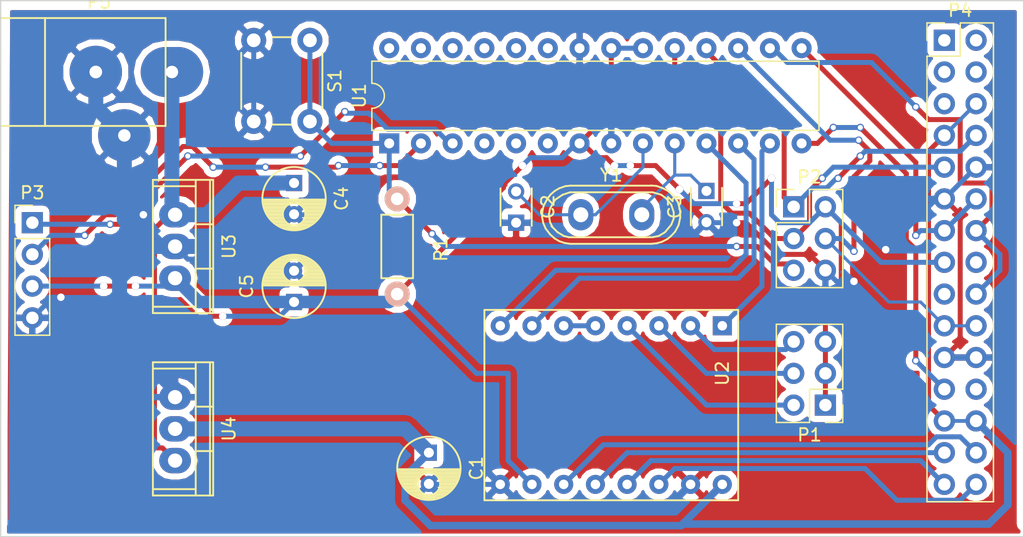
<source format=kicad_pcb>
(kicad_pcb (version 4) (host pcbnew 4.0.5)

  (general
    (links 74)
    (no_connects 0)
    (area 100.914999 107.264999 182.930001 150.291001)
    (thickness 1.6)
    (drawings 7)
    (tracks 341)
    (zones 0)
    (modules 17)
    (nets 44)
  )

  (page A4)
  (layers
    (0 F.Cu signal hide)
    (31 B.Cu signal)
    (32 B.Adhes user)
    (33 F.Adhes user)
    (34 B.Paste user)
    (35 F.Paste user)
    (36 B.SilkS user)
    (37 F.SilkS user)
    (38 B.Mask user)
    (39 F.Mask user)
    (40 Dwgs.User user)
    (41 Cmts.User user)
    (42 Eco1.User user)
    (43 Eco2.User user)
    (44 Edge.Cuts user)
    (45 Margin user)
    (46 B.CrtYd user)
    (47 F.CrtYd user)
    (48 B.Fab user)
    (49 F.Fab user)
  )

  (setup
    (last_trace_width 0.4)
    (user_trace_width 0.2)
    (user_trace_width 0.25)
    (user_trace_width 0.3)
    (user_trace_width 0.4)
    (user_trace_width 0.6)
    (user_trace_width 0.8)
    (user_trace_width 1)
    (trace_clearance 0.2)
    (zone_clearance 0.508)
    (zone_45_only no)
    (trace_min 0.2)
    (segment_width 0.2)
    (edge_width 0.1)
    (via_size 0.6)
    (via_drill 0.4)
    (via_min_size 0.4)
    (via_min_drill 0.3)
    (uvia_size 0.3)
    (uvia_drill 0.1)
    (uvias_allowed no)
    (uvia_min_size 0.2)
    (uvia_min_drill 0.1)
    (pcb_text_width 0.3)
    (pcb_text_size 1.5 1.5)
    (mod_edge_width 0.15)
    (mod_text_size 1 1)
    (mod_text_width 0.15)
    (pad_size 1.5 1.5)
    (pad_drill 0.6)
    (pad_to_mask_clearance 0)
    (aux_axis_origin 0 0)
    (visible_elements 7FFFFFFF)
    (pcbplotparams
      (layerselection 0x00030_80000001)
      (usegerberextensions false)
      (excludeedgelayer true)
      (linewidth 0.100000)
      (plotframeref false)
      (viasonmask false)
      (mode 1)
      (useauxorigin false)
      (hpglpennumber 1)
      (hpglpenspeed 20)
      (hpglpendiameter 15)
      (hpglpenoverlay 2)
      (psnegative false)
      (psa4output false)
      (plotreference true)
      (plotvalue true)
      (plotinvisibletext false)
      (padsonsilk false)
      (subtractmaskfromsilk false)
      (outputformat 1)
      (mirror false)
      (drillshape 1)
      (scaleselection 1)
      (outputdirectory ""))
  )

  (net 0 "")
  (net 1 VDDA)
  (net 2 GNDA)
  (net 3 "Net-(C2-Pad2)")
  (net 4 "Net-(C3-Pad1)")
  (net 5 VCC)
  (net 6 VDD)
  (net 7 "Net-(P1-Pad2)")
  (net 8 "Net-(P1-Pad4)")
  (net 9 "Net-(P1-Pad6)")
  (net 10 /DATA)
  (net 11 /CLOCK)
  (net 12 /MOSI)
  (net 13 /RESET)
  (net 14 /TX)
  (net 15 /RX)
  (net 16 "Net-(P4-Pad1)")
  (net 17 "Net-(P4-Pad2)")
  (net 18 "Net-(P4-Pad3)")
  (net 19 "Net-(P4-Pad4)")
  (net 20 "Net-(P4-Pad5)")
  (net 21 /STROKE5-6)
  (net 22 /STROKE3-4)
  (net 23 "Net-(P4-Pad16)")
  (net 24 "Net-(P4-Pad17)")
  (net 25 /LATCH)
  (net 26 "Net-(P4-Pad24)")
  (net 27 /M1A)
  (net 28 /M1B)
  (net 29 /M2A)
  (net 30 /M2B)
  (net 31 "Net-(U1-Pad4)")
  (net 32 "Net-(U1-Pad5)")
  (net 33 "Net-(U1-Pad6)")
  (net 34 "Net-(U1-Pad23)")
  (net 35 "Net-(U1-Pad24)")
  (net 36 /M_ENABLE)
  (net 37 "Net-(U1-Pad25)")
  (net 38 /M_DIR)
  (net 39 "Net-(U1-Pad26)")
  (net 40 /M_STEP)
  (net 41 "Net-(U1-Pad27)")
  (net 42 "Net-(U1-Pad28)")
  (net 43 "Net-(U2-Pad5)")

  (net_class Default 这是默认网络组.
    (clearance 0.2)
    (trace_width 0.25)
    (via_dia 0.6)
    (via_drill 0.4)
    (uvia_dia 0.3)
    (uvia_drill 0.1)
    (add_net "Net-(C2-Pad2)")
    (add_net "Net-(C3-Pad1)")
    (add_net "Net-(P1-Pad2)")
    (add_net "Net-(P1-Pad4)")
    (add_net "Net-(P1-Pad6)")
    (add_net "Net-(P4-Pad1)")
    (add_net "Net-(P4-Pad16)")
    (add_net "Net-(P4-Pad17)")
    (add_net "Net-(P4-Pad2)")
    (add_net "Net-(P4-Pad24)")
    (add_net "Net-(P4-Pad3)")
    (add_net "Net-(P4-Pad4)")
    (add_net "Net-(P4-Pad5)")
    (add_net "Net-(U1-Pad23)")
    (add_net "Net-(U1-Pad24)")
    (add_net "Net-(U1-Pad25)")
    (add_net "Net-(U1-Pad26)")
    (add_net "Net-(U1-Pad27)")
    (add_net "Net-(U1-Pad28)")
    (add_net "Net-(U1-Pad4)")
    (add_net "Net-(U1-Pad5)")
    (add_net "Net-(U1-Pad6)")
    (add_net "Net-(U2-Pad5)")
  )

  (net_class high_power ""
    (clearance 0.2)
    (trace_width 1.2)
    (via_dia 1.2)
    (via_drill 0.8)
    (uvia_dia 0.3)
    (uvia_drill 0.1)
    (add_net GNDA)
    (add_net VCC)
    (add_net VDDA)
  )

  (net_class motor ""
    (clearance 0.2)
    (trace_width 0.7)
    (via_dia 0.8)
    (via_drill 0.6)
    (uvia_dia 0.3)
    (uvia_drill 0.1)
    (add_net /M1A)
    (add_net /M1B)
    (add_net /M2A)
    (add_net /M2B)
  )

  (net_class power ""
    (clearance 0.2)
    (trace_width 1)
    (via_dia 1)
    (via_drill 0.6)
    (uvia_dia 0.3)
    (uvia_drill 0.1)
    (add_net VDD)
  )

  (net_class signal ""
    (clearance 0.2)
    (trace_width 0.4)
    (via_dia 0.6)
    (via_drill 0.4)
    (uvia_dia 0.3)
    (uvia_drill 0.1)
    (add_net /CLOCK)
    (add_net /DATA)
    (add_net /LATCH)
    (add_net /MOSI)
    (add_net /M_DIR)
    (add_net /M_ENABLE)
    (add_net /M_STEP)
    (add_net /RESET)
    (add_net /RX)
    (add_net /STROKE3-4)
    (add_net /STROKE5-6)
    (add_net /TX)
  )

  (module Pin_Headers:Pin_Header_Straight_2x15_Pitch2.54mm placed (layer F.Cu) (tedit 5862ED54) (tstamp 587B471E)
    (at 176.53 110.49)
    (descr "Through hole straight pin header, 2x15, 2.54mm pitch, double rows")
    (tags "Through hole pin header THT 2x15 2.54mm double row")
    (path /586B9BE8)
    (fp_text reference P4 (at 1.27 -2.39) (layer F.SilkS)
      (effects (font (size 1 1) (thickness 0.15)))
    )
    (fp_text value CONN_02X15 (at 1.27 37.95) (layer F.Fab)
      (effects (font (size 1 1) (thickness 0.15)))
    )
    (fp_line (start -1.27 -1.27) (end -1.27 36.83) (layer F.Fab) (width 0.1))
    (fp_line (start -1.27 36.83) (end 3.81 36.83) (layer F.Fab) (width 0.1))
    (fp_line (start 3.81 36.83) (end 3.81 -1.27) (layer F.Fab) (width 0.1))
    (fp_line (start 3.81 -1.27) (end -1.27 -1.27) (layer F.Fab) (width 0.1))
    (fp_line (start -1.39 1.27) (end -1.39 36.95) (layer F.SilkS) (width 0.12))
    (fp_line (start -1.39 36.95) (end 3.93 36.95) (layer F.SilkS) (width 0.12))
    (fp_line (start 3.93 36.95) (end 3.93 -1.39) (layer F.SilkS) (width 0.12))
    (fp_line (start 3.93 -1.39) (end 1.27 -1.39) (layer F.SilkS) (width 0.12))
    (fp_line (start 1.27 -1.39) (end 1.27 1.27) (layer F.SilkS) (width 0.12))
    (fp_line (start 1.27 1.27) (end -1.39 1.27) (layer F.SilkS) (width 0.12))
    (fp_line (start -1.39 0) (end -1.39 -1.39) (layer F.SilkS) (width 0.12))
    (fp_line (start -1.39 -1.39) (end 0 -1.39) (layer F.SilkS) (width 0.12))
    (fp_line (start -1.6 -1.6) (end -1.6 37.1) (layer F.CrtYd) (width 0.05))
    (fp_line (start -1.6 37.1) (end 4.1 37.1) (layer F.CrtYd) (width 0.05))
    (fp_line (start 4.1 37.1) (end 4.1 -1.6) (layer F.CrtYd) (width 0.05))
    (fp_line (start 4.1 -1.6) (end -1.6 -1.6) (layer F.CrtYd) (width 0.05))
    (pad 1 thru_hole rect (at 0 0) (size 1.7 1.7) (drill 1) (layers *.Cu *.Mask)
      (net 16 "Net-(P4-Pad1)"))
    (pad 2 thru_hole oval (at 2.54 0) (size 1.7 1.7) (drill 1) (layers *.Cu *.Mask)
      (net 17 "Net-(P4-Pad2)"))
    (pad 3 thru_hole oval (at 0 2.54) (size 1.7 1.7) (drill 1) (layers *.Cu *.Mask)
      (net 18 "Net-(P4-Pad3)"))
    (pad 4 thru_hole oval (at 2.54 2.54) (size 1.7 1.7) (drill 1) (layers *.Cu *.Mask)
      (net 19 "Net-(P4-Pad4)"))
    (pad 5 thru_hole oval (at 0 5.08) (size 1.7 1.7) (drill 1) (layers *.Cu *.Mask)
      (net 20 "Net-(P4-Pad5)"))
    (pad 6 thru_hole oval (at 2.54 5.08) (size 1.7 1.7) (drill 1) (layers *.Cu *.Mask)
      (net 1 VDDA))
    (pad 7 thru_hole oval (at 0 7.62) (size 1.7 1.7) (drill 1) (layers *.Cu *.Mask)
      (net 1 VDDA))
    (pad 8 thru_hole oval (at 2.54 7.62) (size 1.7 1.7) (drill 1) (layers *.Cu *.Mask)
      (net 10 /DATA))
    (pad 9 thru_hole oval (at 0 10.16) (size 1.7 1.7) (drill 1) (layers *.Cu *.Mask)
      (net 11 /CLOCK))
    (pad 10 thru_hole oval (at 2.54 10.16) (size 1.7 1.7) (drill 1) (layers *.Cu *.Mask)
      (net 2 GNDA))
    (pad 11 thru_hole oval (at 0 12.7) (size 1.7 1.7) (drill 1) (layers *.Cu *.Mask)
      (net 2 GNDA))
    (pad 12 thru_hole oval (at 2.54 12.7) (size 1.7 1.7) (drill 1) (layers *.Cu *.Mask)
      (net 21 /STROKE5-6))
    (pad 13 thru_hole oval (at 0 15.24) (size 1.7 1.7) (drill 1) (layers *.Cu *.Mask)
      (net 21 /STROKE5-6))
    (pad 14 thru_hole oval (at 2.54 15.24) (size 1.7 1.7) (drill 1) (layers *.Cu *.Mask)
      (net 22 /STROKE3-4))
    (pad 15 thru_hole oval (at 0 17.78) (size 1.7 1.7) (drill 1) (layers *.Cu *.Mask)
      (net 6 VDD))
    (pad 16 thru_hole oval (at 2.54 17.78) (size 1.7 1.7) (drill 1) (layers *.Cu *.Mask)
      (net 23 "Net-(P4-Pad16)"))
    (pad 17 thru_hole oval (at 0 20.32) (size 1.7 1.7) (drill 1) (layers *.Cu *.Mask)
      (net 24 "Net-(P4-Pad17)"))
    (pad 18 thru_hole oval (at 2.54 20.32) (size 1.7 1.7) (drill 1) (layers *.Cu *.Mask)
      (net 22 /STROKE3-4))
    (pad 19 thru_hole oval (at 0 22.86) (size 1.7 1.7) (drill 1) (layers *.Cu *.Mask)
      (net 12 /MOSI))
    (pad 20 thru_hole oval (at 2.54 22.86) (size 1.7 1.7) (drill 1) (layers *.Cu *.Mask)
      (net 12 /MOSI))
    (pad 21 thru_hole oval (at 0 25.4) (size 1.7 1.7) (drill 1) (layers *.Cu *.Mask)
      (net 2 GNDA))
    (pad 22 thru_hole oval (at 2.54 25.4) (size 1.7 1.7) (drill 1) (layers *.Cu *.Mask)
      (net 2 GNDA))
    (pad 23 thru_hole oval (at 0 27.94) (size 1.7 1.7) (drill 1) (layers *.Cu *.Mask)
      (net 25 /LATCH))
    (pad 24 thru_hole oval (at 2.54 27.94) (size 1.7 1.7) (drill 1) (layers *.Cu *.Mask)
      (net 26 "Net-(P4-Pad24)"))
    (pad 25 thru_hole oval (at 0 30.48) (size 1.7 1.7) (drill 1) (layers *.Cu *.Mask)
      (net 1 VDDA))
    (pad 26 thru_hole oval (at 2.54 30.48) (size 1.7 1.7) (drill 1) (layers *.Cu *.Mask)
      (net 1 VDDA))
    (pad 27 thru_hole oval (at 0 33.02) (size 1.7 1.7) (drill 1) (layers *.Cu *.Mask)
      (net 27 /M1A))
    (pad 28 thru_hole oval (at 2.54 33.02) (size 1.7 1.7) (drill 1) (layers *.Cu *.Mask)
      (net 28 /M1B))
    (pad 29 thru_hole oval (at 0 35.56) (size 1.7 1.7) (drill 1) (layers *.Cu *.Mask)
      (net 29 /M2A))
    (pad 30 thru_hole oval (at 2.54 35.56) (size 1.7 1.7) (drill 1) (layers *.Cu *.Mask)
      (net 30 /M2B))
    (model Pin_Headers.3dshapes/Pin_Header_Straight_2x15_Pitch2.54mm.wrl
      (at (xyz 0.05 -0.7 0))
      (scale (xyz 1 1 1))
      (rotate (xyz 0 0 90))
    )
  )

  (module Capacitors_THT:C_Radial_D5_L6_P2.5 placed (layer F.Cu) (tedit 0) (tstamp 587B463A)
    (at 135.255 143.51 270)
    (descr "Radial Electrolytic Capacitor Diameter 5mm x Length 6mm, Pitch 2.5mm")
    (tags "Electrolytic Capacitor")
    (path /5870DF59)
    (fp_text reference C1 (at 1.25 -3.8 270) (layer F.SilkS)
      (effects (font (size 1 1) (thickness 0.15)))
    )
    (fp_text value 100uF (at 1.25 3.8 270) (layer F.Fab)
      (effects (font (size 1 1) (thickness 0.15)))
    )
    (fp_line (start 1.325 -2.499) (end 1.325 2.499) (layer F.SilkS) (width 0.15))
    (fp_line (start 1.465 -2.491) (end 1.465 2.491) (layer F.SilkS) (width 0.15))
    (fp_line (start 1.605 -2.475) (end 1.605 -0.095) (layer F.SilkS) (width 0.15))
    (fp_line (start 1.605 0.095) (end 1.605 2.475) (layer F.SilkS) (width 0.15))
    (fp_line (start 1.745 -2.451) (end 1.745 -0.49) (layer F.SilkS) (width 0.15))
    (fp_line (start 1.745 0.49) (end 1.745 2.451) (layer F.SilkS) (width 0.15))
    (fp_line (start 1.885 -2.418) (end 1.885 -0.657) (layer F.SilkS) (width 0.15))
    (fp_line (start 1.885 0.657) (end 1.885 2.418) (layer F.SilkS) (width 0.15))
    (fp_line (start 2.025 -2.377) (end 2.025 -0.764) (layer F.SilkS) (width 0.15))
    (fp_line (start 2.025 0.764) (end 2.025 2.377) (layer F.SilkS) (width 0.15))
    (fp_line (start 2.165 -2.327) (end 2.165 -0.835) (layer F.SilkS) (width 0.15))
    (fp_line (start 2.165 0.835) (end 2.165 2.327) (layer F.SilkS) (width 0.15))
    (fp_line (start 2.305 -2.266) (end 2.305 -0.879) (layer F.SilkS) (width 0.15))
    (fp_line (start 2.305 0.879) (end 2.305 2.266) (layer F.SilkS) (width 0.15))
    (fp_line (start 2.445 -2.196) (end 2.445 -0.898) (layer F.SilkS) (width 0.15))
    (fp_line (start 2.445 0.898) (end 2.445 2.196) (layer F.SilkS) (width 0.15))
    (fp_line (start 2.585 -2.114) (end 2.585 -0.896) (layer F.SilkS) (width 0.15))
    (fp_line (start 2.585 0.896) (end 2.585 2.114) (layer F.SilkS) (width 0.15))
    (fp_line (start 2.725 -2.019) (end 2.725 -0.871) (layer F.SilkS) (width 0.15))
    (fp_line (start 2.725 0.871) (end 2.725 2.019) (layer F.SilkS) (width 0.15))
    (fp_line (start 2.865 -1.908) (end 2.865 -0.823) (layer F.SilkS) (width 0.15))
    (fp_line (start 2.865 0.823) (end 2.865 1.908) (layer F.SilkS) (width 0.15))
    (fp_line (start 3.005 -1.78) (end 3.005 -0.745) (layer F.SilkS) (width 0.15))
    (fp_line (start 3.005 0.745) (end 3.005 1.78) (layer F.SilkS) (width 0.15))
    (fp_line (start 3.145 -1.631) (end 3.145 -0.628) (layer F.SilkS) (width 0.15))
    (fp_line (start 3.145 0.628) (end 3.145 1.631) (layer F.SilkS) (width 0.15))
    (fp_line (start 3.285 -1.452) (end 3.285 -0.44) (layer F.SilkS) (width 0.15))
    (fp_line (start 3.285 0.44) (end 3.285 1.452) (layer F.SilkS) (width 0.15))
    (fp_line (start 3.425 -1.233) (end 3.425 1.233) (layer F.SilkS) (width 0.15))
    (fp_line (start 3.565 -0.944) (end 3.565 0.944) (layer F.SilkS) (width 0.15))
    (fp_line (start 3.705 -0.472) (end 3.705 0.472) (layer F.SilkS) (width 0.15))
    (fp_circle (center 2.5 0) (end 2.5 -0.9) (layer F.SilkS) (width 0.15))
    (fp_circle (center 1.25 0) (end 1.25 -2.5375) (layer F.SilkS) (width 0.15))
    (fp_circle (center 1.25 0) (end 1.25 -2.8) (layer F.CrtYd) (width 0.05))
    (pad 1 thru_hole rect (at 0 0 270) (size 1.3 1.3) (drill 0.8) (layers *.Cu *.Mask)
      (net 1 VDDA))
    (pad 2 thru_hole circle (at 2.5 0 270) (size 1.3 1.3) (drill 0.8) (layers *.Cu *.Mask)
      (net 2 GNDA))
    (model Capacitors_ThroughHole.3dshapes/C_Radial_D5_L6_P2.5.wrl
      (at (xyz 0.0492126 0 0))
      (scale (xyz 1 1 1))
      (rotate (xyz 0 0 90))
    )
  )

  (module Capacitors_THT:C_Disc_D3_P2.5 placed (layer F.Cu) (tedit 5874D2A7) (tstamp 587B4646)
    (at 142.24 125.095 90)
    (descr "Capacitor 3mm Disc, Pitch 2.5mm")
    (tags Capacitor)
    (path /587084CF)
    (fp_text reference C2 (at 1.27 2.54 90) (layer F.SilkS)
      (effects (font (size 1 1) (thickness 0.15)))
    )
    (fp_text value 100nF (at 1.25 2.5 90) (layer F.Fab)
      (effects (font (size 1 1) (thickness 0.15)))
    )
    (fp_line (start -0.9 -1.5) (end 3.4 -1.5) (layer F.CrtYd) (width 0.05))
    (fp_line (start 3.4 -1.5) (end 3.4 1.5) (layer F.CrtYd) (width 0.05))
    (fp_line (start 3.4 1.5) (end -0.9 1.5) (layer F.CrtYd) (width 0.05))
    (fp_line (start -0.9 1.5) (end -0.9 -1.5) (layer F.CrtYd) (width 0.05))
    (fp_line (start -0.25 -1.25) (end 2.75 -1.25) (layer F.SilkS) (width 0.15))
    (fp_line (start 2.75 1.25) (end -0.25 1.25) (layer F.SilkS) (width 0.15))
    (pad 1 thru_hole rect (at 0 0 90) (size 1.3 1.3) (drill 0.8) (layers *.Cu *.Mask)
      (net 2 GNDA))
    (pad 2 thru_hole circle (at 2.5 0 90) (size 1.3 1.3) (drill 0.8001) (layers *.Cu *.Mask)
      (net 3 "Net-(C2-Pad2)"))
    (model Capacitors_ThroughHole.3dshapes/C_Disc_D3_P2.5.wrl
      (at (xyz 0.0492126 0 0))
      (scale (xyz 1 1 1))
      (rotate (xyz 0 0 0))
    )
  )

  (module Capacitors_THT:C_Disc_D3_P2.5 placed (layer F.Cu) (tedit 5874D2B8) (tstamp 587B4652)
    (at 157.48 122.555 270)
    (descr "Capacitor 3mm Disc, Pitch 2.5mm")
    (tags Capacitor)
    (path /58708571)
    (fp_text reference C3 (at 1.27 2.54 270) (layer F.SilkS)
      (effects (font (size 1 1) (thickness 0.15)))
    )
    (fp_text value 100nF (at 1.25 2.5 270) (layer F.Fab)
      (effects (font (size 1 1) (thickness 0.15)))
    )
    (fp_line (start -0.9 -1.5) (end 3.4 -1.5) (layer F.CrtYd) (width 0.05))
    (fp_line (start 3.4 -1.5) (end 3.4 1.5) (layer F.CrtYd) (width 0.05))
    (fp_line (start 3.4 1.5) (end -0.9 1.5) (layer F.CrtYd) (width 0.05))
    (fp_line (start -0.9 1.5) (end -0.9 -1.5) (layer F.CrtYd) (width 0.05))
    (fp_line (start -0.25 -1.25) (end 2.75 -1.25) (layer F.SilkS) (width 0.15))
    (fp_line (start 2.75 1.25) (end -0.25 1.25) (layer F.SilkS) (width 0.15))
    (pad 1 thru_hole rect (at 0 0 270) (size 1.3 1.3) (drill 0.8) (layers *.Cu *.Mask)
      (net 4 "Net-(C3-Pad1)"))
    (pad 2 thru_hole circle (at 2.5 0 270) (size 1.3 1.3) (drill 0.8001) (layers *.Cu *.Mask)
      (net 2 GNDA))
    (model Capacitors_ThroughHole.3dshapes/C_Disc_D3_P2.5.wrl
      (at (xyz 0.0492126 0 0))
      (scale (xyz 1 1 1))
      (rotate (xyz 0 0 0))
    )
  )

  (module Capacitors_THT:C_Radial_D5_L6_P2.5 placed (layer F.Cu) (tedit 0) (tstamp 587B467A)
    (at 124.46 121.92 270)
    (descr "Radial Electrolytic Capacitor Diameter 5mm x Length 6mm, Pitch 2.5mm")
    (tags "Electrolytic Capacitor")
    (path /5870A643)
    (fp_text reference C4 (at 1.25 -3.8 270) (layer F.SilkS)
      (effects (font (size 1 1) (thickness 0.15)))
    )
    (fp_text value CP1_Small (at 1.25 3.8 270) (layer F.Fab)
      (effects (font (size 1 1) (thickness 0.15)))
    )
    (fp_line (start 1.325 -2.499) (end 1.325 2.499) (layer F.SilkS) (width 0.15))
    (fp_line (start 1.465 -2.491) (end 1.465 2.491) (layer F.SilkS) (width 0.15))
    (fp_line (start 1.605 -2.475) (end 1.605 -0.095) (layer F.SilkS) (width 0.15))
    (fp_line (start 1.605 0.095) (end 1.605 2.475) (layer F.SilkS) (width 0.15))
    (fp_line (start 1.745 -2.451) (end 1.745 -0.49) (layer F.SilkS) (width 0.15))
    (fp_line (start 1.745 0.49) (end 1.745 2.451) (layer F.SilkS) (width 0.15))
    (fp_line (start 1.885 -2.418) (end 1.885 -0.657) (layer F.SilkS) (width 0.15))
    (fp_line (start 1.885 0.657) (end 1.885 2.418) (layer F.SilkS) (width 0.15))
    (fp_line (start 2.025 -2.377) (end 2.025 -0.764) (layer F.SilkS) (width 0.15))
    (fp_line (start 2.025 0.764) (end 2.025 2.377) (layer F.SilkS) (width 0.15))
    (fp_line (start 2.165 -2.327) (end 2.165 -0.835) (layer F.SilkS) (width 0.15))
    (fp_line (start 2.165 0.835) (end 2.165 2.327) (layer F.SilkS) (width 0.15))
    (fp_line (start 2.305 -2.266) (end 2.305 -0.879) (layer F.SilkS) (width 0.15))
    (fp_line (start 2.305 0.879) (end 2.305 2.266) (layer F.SilkS) (width 0.15))
    (fp_line (start 2.445 -2.196) (end 2.445 -0.898) (layer F.SilkS) (width 0.15))
    (fp_line (start 2.445 0.898) (end 2.445 2.196) (layer F.SilkS) (width 0.15))
    (fp_line (start 2.585 -2.114) (end 2.585 -0.896) (layer F.SilkS) (width 0.15))
    (fp_line (start 2.585 0.896) (end 2.585 2.114) (layer F.SilkS) (width 0.15))
    (fp_line (start 2.725 -2.019) (end 2.725 -0.871) (layer F.SilkS) (width 0.15))
    (fp_line (start 2.725 0.871) (end 2.725 2.019) (layer F.SilkS) (width 0.15))
    (fp_line (start 2.865 -1.908) (end 2.865 -0.823) (layer F.SilkS) (width 0.15))
    (fp_line (start 2.865 0.823) (end 2.865 1.908) (layer F.SilkS) (width 0.15))
    (fp_line (start 3.005 -1.78) (end 3.005 -0.745) (layer F.SilkS) (width 0.15))
    (fp_line (start 3.005 0.745) (end 3.005 1.78) (layer F.SilkS) (width 0.15))
    (fp_line (start 3.145 -1.631) (end 3.145 -0.628) (layer F.SilkS) (width 0.15))
    (fp_line (start 3.145 0.628) (end 3.145 1.631) (layer F.SilkS) (width 0.15))
    (fp_line (start 3.285 -1.452) (end 3.285 -0.44) (layer F.SilkS) (width 0.15))
    (fp_line (start 3.285 0.44) (end 3.285 1.452) (layer F.SilkS) (width 0.15))
    (fp_line (start 3.425 -1.233) (end 3.425 1.233) (layer F.SilkS) (width 0.15))
    (fp_line (start 3.565 -0.944) (end 3.565 0.944) (layer F.SilkS) (width 0.15))
    (fp_line (start 3.705 -0.472) (end 3.705 0.472) (layer F.SilkS) (width 0.15))
    (fp_circle (center 2.5 0) (end 2.5 -0.9) (layer F.SilkS) (width 0.15))
    (fp_circle (center 1.25 0) (end 1.25 -2.5375) (layer F.SilkS) (width 0.15))
    (fp_circle (center 1.25 0) (end 1.25 -2.8) (layer F.CrtYd) (width 0.05))
    (pad 1 thru_hole rect (at 0 0 270) (size 1.3 1.3) (drill 0.8) (layers *.Cu *.Mask)
      (net 5 VCC))
    (pad 2 thru_hole circle (at 2.5 0 270) (size 1.3 1.3) (drill 0.8) (layers *.Cu *.Mask)
      (net 2 GNDA))
    (model Capacitors_ThroughHole.3dshapes/C_Radial_D5_L6_P2.5.wrl
      (at (xyz 0.0492126 0 0))
      (scale (xyz 1 1 1))
      (rotate (xyz 0 0 90))
    )
  )

  (module Capacitors_THT:C_Radial_D5_L6_P2.5 placed (layer F.Cu) (tedit 0) (tstamp 587B46A2)
    (at 124.46 131.445 90)
    (descr "Radial Electrolytic Capacitor Diameter 5mm x Length 6mm, Pitch 2.5mm")
    (tags "Electrolytic Capacitor")
    (path /5870A699)
    (fp_text reference C5 (at 1.25 -3.8 90) (layer F.SilkS)
      (effects (font (size 1 1) (thickness 0.15)))
    )
    (fp_text value CP1_Small (at 1.25 3.8 90) (layer F.Fab)
      (effects (font (size 1 1) (thickness 0.15)))
    )
    (fp_line (start 1.325 -2.499) (end 1.325 2.499) (layer F.SilkS) (width 0.15))
    (fp_line (start 1.465 -2.491) (end 1.465 2.491) (layer F.SilkS) (width 0.15))
    (fp_line (start 1.605 -2.475) (end 1.605 -0.095) (layer F.SilkS) (width 0.15))
    (fp_line (start 1.605 0.095) (end 1.605 2.475) (layer F.SilkS) (width 0.15))
    (fp_line (start 1.745 -2.451) (end 1.745 -0.49) (layer F.SilkS) (width 0.15))
    (fp_line (start 1.745 0.49) (end 1.745 2.451) (layer F.SilkS) (width 0.15))
    (fp_line (start 1.885 -2.418) (end 1.885 -0.657) (layer F.SilkS) (width 0.15))
    (fp_line (start 1.885 0.657) (end 1.885 2.418) (layer F.SilkS) (width 0.15))
    (fp_line (start 2.025 -2.377) (end 2.025 -0.764) (layer F.SilkS) (width 0.15))
    (fp_line (start 2.025 0.764) (end 2.025 2.377) (layer F.SilkS) (width 0.15))
    (fp_line (start 2.165 -2.327) (end 2.165 -0.835) (layer F.SilkS) (width 0.15))
    (fp_line (start 2.165 0.835) (end 2.165 2.327) (layer F.SilkS) (width 0.15))
    (fp_line (start 2.305 -2.266) (end 2.305 -0.879) (layer F.SilkS) (width 0.15))
    (fp_line (start 2.305 0.879) (end 2.305 2.266) (layer F.SilkS) (width 0.15))
    (fp_line (start 2.445 -2.196) (end 2.445 -0.898) (layer F.SilkS) (width 0.15))
    (fp_line (start 2.445 0.898) (end 2.445 2.196) (layer F.SilkS) (width 0.15))
    (fp_line (start 2.585 -2.114) (end 2.585 -0.896) (layer F.SilkS) (width 0.15))
    (fp_line (start 2.585 0.896) (end 2.585 2.114) (layer F.SilkS) (width 0.15))
    (fp_line (start 2.725 -2.019) (end 2.725 -0.871) (layer F.SilkS) (width 0.15))
    (fp_line (start 2.725 0.871) (end 2.725 2.019) (layer F.SilkS) (width 0.15))
    (fp_line (start 2.865 -1.908) (end 2.865 -0.823) (layer F.SilkS) (width 0.15))
    (fp_line (start 2.865 0.823) (end 2.865 1.908) (layer F.SilkS) (width 0.15))
    (fp_line (start 3.005 -1.78) (end 3.005 -0.745) (layer F.SilkS) (width 0.15))
    (fp_line (start 3.005 0.745) (end 3.005 1.78) (layer F.SilkS) (width 0.15))
    (fp_line (start 3.145 -1.631) (end 3.145 -0.628) (layer F.SilkS) (width 0.15))
    (fp_line (start 3.145 0.628) (end 3.145 1.631) (layer F.SilkS) (width 0.15))
    (fp_line (start 3.285 -1.452) (end 3.285 -0.44) (layer F.SilkS) (width 0.15))
    (fp_line (start 3.285 0.44) (end 3.285 1.452) (layer F.SilkS) (width 0.15))
    (fp_line (start 3.425 -1.233) (end 3.425 1.233) (layer F.SilkS) (width 0.15))
    (fp_line (start 3.565 -0.944) (end 3.565 0.944) (layer F.SilkS) (width 0.15))
    (fp_line (start 3.705 -0.472) (end 3.705 0.472) (layer F.SilkS) (width 0.15))
    (fp_circle (center 2.5 0) (end 2.5 -0.9) (layer F.SilkS) (width 0.15))
    (fp_circle (center 1.25 0) (end 1.25 -2.5375) (layer F.SilkS) (width 0.15))
    (fp_circle (center 1.25 0) (end 1.25 -2.8) (layer F.CrtYd) (width 0.05))
    (pad 1 thru_hole rect (at 0 0 90) (size 1.3 1.3) (drill 0.8) (layers *.Cu *.Mask)
      (net 6 VDD))
    (pad 2 thru_hole circle (at 2.5 0 90) (size 1.3 1.3) (drill 0.8) (layers *.Cu *.Mask)
      (net 2 GNDA))
    (model Capacitors_ThroughHole.3dshapes/C_Radial_D5_L6_P2.5.wrl
      (at (xyz 0.0492126 0 0))
      (scale (xyz 1 1 1))
      (rotate (xyz 0 0 90))
    )
  )

  (module Pin_Headers:Pin_Header_Straight_2x03_Pitch2.54mm placed (layer F.Cu) (tedit 5862ED53) (tstamp 587B46BC)
    (at 167.005 139.7 180)
    (descr "Through hole straight pin header, 2x03, 2.54mm pitch, double rows")
    (tags "Through hole pin header THT 2x03 2.54mm double row")
    (path /58710A16)
    (fp_text reference P1 (at 1.27 -2.39 180) (layer F.SilkS)
      (effects (font (size 1 1) (thickness 0.15)))
    )
    (fp_text value CONN_02X03 (at 1.27 7.47 180) (layer F.Fab)
      (effects (font (size 1 1) (thickness 0.15)))
    )
    (fp_line (start -1.27 -1.27) (end -1.27 6.35) (layer F.Fab) (width 0.1))
    (fp_line (start -1.27 6.35) (end 3.81 6.35) (layer F.Fab) (width 0.1))
    (fp_line (start 3.81 6.35) (end 3.81 -1.27) (layer F.Fab) (width 0.1))
    (fp_line (start 3.81 -1.27) (end -1.27 -1.27) (layer F.Fab) (width 0.1))
    (fp_line (start -1.39 1.27) (end -1.39 6.47) (layer F.SilkS) (width 0.12))
    (fp_line (start -1.39 6.47) (end 3.93 6.47) (layer F.SilkS) (width 0.12))
    (fp_line (start 3.93 6.47) (end 3.93 -1.39) (layer F.SilkS) (width 0.12))
    (fp_line (start 3.93 -1.39) (end 1.27 -1.39) (layer F.SilkS) (width 0.12))
    (fp_line (start 1.27 -1.39) (end 1.27 1.27) (layer F.SilkS) (width 0.12))
    (fp_line (start 1.27 1.27) (end -1.39 1.27) (layer F.SilkS) (width 0.12))
    (fp_line (start -1.39 0) (end -1.39 -1.39) (layer F.SilkS) (width 0.12))
    (fp_line (start -1.39 -1.39) (end 0 -1.39) (layer F.SilkS) (width 0.12))
    (fp_line (start -1.6 -1.6) (end -1.6 6.6) (layer F.CrtYd) (width 0.05))
    (fp_line (start -1.6 6.6) (end 4.1 6.6) (layer F.CrtYd) (width 0.05))
    (fp_line (start 4.1 6.6) (end 4.1 -1.6) (layer F.CrtYd) (width 0.05))
    (fp_line (start 4.1 -1.6) (end -1.6 -1.6) (layer F.CrtYd) (width 0.05))
    (pad 1 thru_hole rect (at 0 0 180) (size 1.7 1.7) (drill 1) (layers *.Cu *.Mask)
      (net 6 VDD))
    (pad 2 thru_hole oval (at 2.54 0 180) (size 1.7 1.7) (drill 1) (layers *.Cu *.Mask)
      (net 7 "Net-(P1-Pad2)"))
    (pad 3 thru_hole oval (at 0 2.54 180) (size 1.7 1.7) (drill 1) (layers *.Cu *.Mask)
      (net 6 VDD))
    (pad 4 thru_hole oval (at 2.54 2.54 180) (size 1.7 1.7) (drill 1) (layers *.Cu *.Mask)
      (net 8 "Net-(P1-Pad4)"))
    (pad 5 thru_hole oval (at 0 5.08 180) (size 1.7 1.7) (drill 1) (layers *.Cu *.Mask)
      (net 6 VDD))
    (pad 6 thru_hole oval (at 2.54 5.08 180) (size 1.7 1.7) (drill 1) (layers *.Cu *.Mask)
      (net 9 "Net-(P1-Pad6)"))
    (model Pin_Headers.3dshapes/Pin_Header_Straight_2x03_Pitch2.54mm.wrl
      (at (xyz 0.05 -0.1 0))
      (scale (xyz 1 1 1))
      (rotate (xyz 0 0 90))
    )
  )

  (module Pin_Headers:Pin_Header_Straight_2x03_Pitch2.54mm placed (layer F.Cu) (tedit 5862ED53) (tstamp 587B46D6)
    (at 164.465 123.825)
    (descr "Through hole straight pin header, 2x03, 2.54mm pitch, double rows")
    (tags "Through hole pin header THT 2x03 2.54mm double row")
    (path /5874072F)
    (fp_text reference P2 (at 1.27 -2.39) (layer F.SilkS)
      (effects (font (size 1 1) (thickness 0.15)))
    )
    (fp_text value CONN_02X03 (at 1.27 7.47) (layer F.Fab)
      (effects (font (size 1 1) (thickness 0.15)))
    )
    (fp_line (start -1.27 -1.27) (end -1.27 6.35) (layer F.Fab) (width 0.1))
    (fp_line (start -1.27 6.35) (end 3.81 6.35) (layer F.Fab) (width 0.1))
    (fp_line (start 3.81 6.35) (end 3.81 -1.27) (layer F.Fab) (width 0.1))
    (fp_line (start 3.81 -1.27) (end -1.27 -1.27) (layer F.Fab) (width 0.1))
    (fp_line (start -1.39 1.27) (end -1.39 6.47) (layer F.SilkS) (width 0.12))
    (fp_line (start -1.39 6.47) (end 3.93 6.47) (layer F.SilkS) (width 0.12))
    (fp_line (start 3.93 6.47) (end 3.93 -1.39) (layer F.SilkS) (width 0.12))
    (fp_line (start 3.93 -1.39) (end 1.27 -1.39) (layer F.SilkS) (width 0.12))
    (fp_line (start 1.27 -1.39) (end 1.27 1.27) (layer F.SilkS) (width 0.12))
    (fp_line (start 1.27 1.27) (end -1.39 1.27) (layer F.SilkS) (width 0.12))
    (fp_line (start -1.39 0) (end -1.39 -1.39) (layer F.SilkS) (width 0.12))
    (fp_line (start -1.39 -1.39) (end 0 -1.39) (layer F.SilkS) (width 0.12))
    (fp_line (start -1.6 -1.6) (end -1.6 6.6) (layer F.CrtYd) (width 0.05))
    (fp_line (start -1.6 6.6) (end 4.1 6.6) (layer F.CrtYd) (width 0.05))
    (fp_line (start 4.1 6.6) (end 4.1 -1.6) (layer F.CrtYd) (width 0.05))
    (fp_line (start 4.1 -1.6) (end -1.6 -1.6) (layer F.CrtYd) (width 0.05))
    (pad 1 thru_hole rect (at 0 0) (size 1.7 1.7) (drill 1) (layers *.Cu *.Mask)
      (net 10 /DATA))
    (pad 2 thru_hole oval (at 2.54 0) (size 1.7 1.7) (drill 1) (layers *.Cu *.Mask)
      (net 6 VDD))
    (pad 3 thru_hole oval (at 0 2.54) (size 1.7 1.7) (drill 1) (layers *.Cu *.Mask)
      (net 11 /CLOCK))
    (pad 4 thru_hole oval (at 2.54 2.54) (size 1.7 1.7) (drill 1) (layers *.Cu *.Mask)
      (net 12 /MOSI))
    (pad 5 thru_hole oval (at 0 5.08) (size 1.7 1.7) (drill 1) (layers *.Cu *.Mask)
      (net 13 /RESET))
    (pad 6 thru_hole oval (at 2.54 5.08) (size 1.7 1.7) (drill 1) (layers *.Cu *.Mask)
      (net 2 GNDA))
    (model Pin_Headers.3dshapes/Pin_Header_Straight_2x03_Pitch2.54mm.wrl
      (at (xyz 0.05 -0.1 0))
      (scale (xyz 1 1 1))
      (rotate (xyz 0 0 90))
    )
  )

  (module Pin_Headers:Pin_Header_Straight_1x04_Pitch2.54mm placed (layer F.Cu) (tedit 5862ED52) (tstamp 587B46EC)
    (at 103.505 125.095)
    (descr "Through hole straight pin header, 1x04, 2.54mm pitch, single row")
    (tags "Through hole pin header THT 1x04 2.54mm single row")
    (path /58739CA6)
    (fp_text reference P3 (at 0 -2.39) (layer F.SilkS)
      (effects (font (size 1 1) (thickness 0.15)))
    )
    (fp_text value CONN_01X04 (at 0 10.01) (layer F.Fab)
      (effects (font (size 1 1) (thickness 0.15)))
    )
    (fp_line (start -1.27 -1.27) (end -1.27 8.89) (layer F.Fab) (width 0.1))
    (fp_line (start -1.27 8.89) (end 1.27 8.89) (layer F.Fab) (width 0.1))
    (fp_line (start 1.27 8.89) (end 1.27 -1.27) (layer F.Fab) (width 0.1))
    (fp_line (start 1.27 -1.27) (end -1.27 -1.27) (layer F.Fab) (width 0.1))
    (fp_line (start -1.39 1.27) (end -1.39 9.01) (layer F.SilkS) (width 0.12))
    (fp_line (start -1.39 9.01) (end 1.39 9.01) (layer F.SilkS) (width 0.12))
    (fp_line (start 1.39 9.01) (end 1.39 1.27) (layer F.SilkS) (width 0.12))
    (fp_line (start 1.39 1.27) (end -1.39 1.27) (layer F.SilkS) (width 0.12))
    (fp_line (start -1.39 0) (end -1.39 -1.39) (layer F.SilkS) (width 0.12))
    (fp_line (start -1.39 -1.39) (end 0 -1.39) (layer F.SilkS) (width 0.12))
    (fp_line (start -1.6 -1.6) (end -1.6 9.2) (layer F.CrtYd) (width 0.05))
    (fp_line (start -1.6 9.2) (end 1.6 9.2) (layer F.CrtYd) (width 0.05))
    (fp_line (start 1.6 9.2) (end 1.6 -1.6) (layer F.CrtYd) (width 0.05))
    (fp_line (start 1.6 -1.6) (end -1.6 -1.6) (layer F.CrtYd) (width 0.05))
    (pad 1 thru_hole rect (at 0 0) (size 1.7 1.7) (drill 1) (layers *.Cu *.Mask)
      (net 14 /TX))
    (pad 2 thru_hole oval (at 0 2.54) (size 1.7 1.7) (drill 1) (layers *.Cu *.Mask)
      (net 15 /RX))
    (pad 3 thru_hole oval (at 0 5.08) (size 1.7 1.7) (drill 1) (layers *.Cu *.Mask)
      (net 6 VDD))
    (pad 4 thru_hole oval (at 0 7.62) (size 1.7 1.7) (drill 1) (layers *.Cu *.Mask)
      (net 2 GNDA))
    (model Pin_Headers.3dshapes/Pin_Header_Straight_1x04_Pitch2.54mm.wrl
      (at (xyz 0 -0.15 0))
      (scale (xyz 1 1 1))
      (rotate (xyz 0 0 90))
    )
  )

  (module PowerJack:PowerJack placed (layer F.Cu) (tedit 58707CC2) (tstamp 587B472C)
    (at 108.585 113.03)
    (descr "module 1 pin (ou trou mecanique de percage)")
    (tags "CONN JACK")
    (path /58707B8D)
    (fp_text reference P5 (at 0.254 -5.588) (layer F.SilkS)
      (effects (font (size 1 1) (thickness 0.15)))
    )
    (fp_text value BARREL_JACK (at -5.08 5.588) (layer F.Fab)
      (effects (font (size 1 1) (thickness 0.15)))
    )
    (fp_line (start -7.112 -4.318) (end -7.874 -4.318) (layer F.SilkS) (width 0.15))
    (fp_line (start -7.874 -4.318) (end -7.874 4.318) (layer F.SilkS) (width 0.15))
    (fp_line (start -7.874 4.318) (end -7.112 4.318) (layer F.SilkS) (width 0.15))
    (fp_line (start -4.064 -4.318) (end -4.064 4.318) (layer F.SilkS) (width 0.15))
    (fp_line (start 5.588 -4.318) (end 5.588 4.318) (layer F.SilkS) (width 0.15))
    (fp_line (start -7.112 4.318) (end 5.588 4.318) (layer F.SilkS) (width 0.15))
    (fp_line (start -7.112 -4.318) (end 5.588 -4.318) (layer F.SilkS) (width 0.15))
    (pad 2 thru_hole circle (at 0 0) (size 4.2 4.2) (drill 1.016) (layers *.Cu *.Mask)
      (net 2 GNDA))
    (pad 1 thru_hole oval (at 6.096 0) (size 5 4) (drill 1) (layers *.Cu *.Mask)
      (net 5 VCC))
    (pad 3 thru_hole circle (at 2.286 5.08) (size 4.2 4.2) (drill 1) (layers *.Cu *.Mask)
      (net 2 GNDA))
    (model Connect.3dshapes/JACK_ALIM.wrl
      (at (xyz 0 0 0))
      (scale (xyz 0.8 0.8 0.8))
      (rotate (xyz 0 0 0))
    )
  )

  (module Resistors_THT:Resistor_Horizontal_RM7mm placed (layer F.Cu) (tedit 569FCF07) (tstamp 587B473A)
    (at 132.715 123.19 270)
    (descr "Resistor, Axial,  RM 7.62mm, 1/3W,")
    (tags "Resistor Axial RM 7.62mm 1/3W R3")
    (path /5873A46D)
    (fp_text reference R1 (at 4.05892 -3.50012 270) (layer F.SilkS)
      (effects (font (size 1 1) (thickness 0.15)))
    )
    (fp_text value 10K (at 3.81 3.81 270) (layer F.Fab)
      (effects (font (size 1 1) (thickness 0.15)))
    )
    (fp_line (start -1.25 -1.5) (end 8.85 -1.5) (layer F.CrtYd) (width 0.05))
    (fp_line (start -1.25 1.5) (end -1.25 -1.5) (layer F.CrtYd) (width 0.05))
    (fp_line (start 8.85 -1.5) (end 8.85 1.5) (layer F.CrtYd) (width 0.05))
    (fp_line (start -1.25 1.5) (end 8.85 1.5) (layer F.CrtYd) (width 0.05))
    (fp_line (start 1.27 -1.27) (end 6.35 -1.27) (layer F.SilkS) (width 0.15))
    (fp_line (start 6.35 -1.27) (end 6.35 1.27) (layer F.SilkS) (width 0.15))
    (fp_line (start 6.35 1.27) (end 1.27 1.27) (layer F.SilkS) (width 0.15))
    (fp_line (start 1.27 1.27) (end 1.27 -1.27) (layer F.SilkS) (width 0.15))
    (pad 1 thru_hole circle (at 0 0 270) (size 1.99898 1.99898) (drill 1.00076) (layers *.Cu *.SilkS *.Mask)
      (net 13 /RESET))
    (pad 2 thru_hole circle (at 7.62 0 270) (size 1.99898 1.99898) (drill 1.00076) (layers *.Cu *.SilkS *.Mask)
      (net 6 VDD))
  )

  (module Buttons_Switches_THT:SW_PUSH_6mm placed (layer F.Cu) (tedit 58134C96) (tstamp 587B4758)
    (at 125.73 110.49 270)
    (descr https://www.omron.com/ecb/products/pdf/en-b3f.pdf)
    (tags "tact sw push 6mm")
    (path /58739FDB)
    (fp_text reference S1 (at 3.25 -2 270) (layer F.SilkS)
      (effects (font (size 1 1) (thickness 0.15)))
    )
    (fp_text value Switch (at 3.75 6.7 270) (layer F.Fab)
      (effects (font (size 1 1) (thickness 0.15)))
    )
    (fp_line (start 3.25 -0.75) (end 6.25 -0.75) (layer F.Fab) (width 0.1))
    (fp_line (start 6.25 -0.75) (end 6.25 5.25) (layer F.Fab) (width 0.1))
    (fp_line (start 6.25 5.25) (end 0.25 5.25) (layer F.Fab) (width 0.1))
    (fp_line (start 0.25 5.25) (end 0.25 -0.75) (layer F.Fab) (width 0.1))
    (fp_line (start 0.25 -0.75) (end 3.25 -0.75) (layer F.Fab) (width 0.1))
    (fp_line (start 7.75 6) (end 8 6) (layer F.CrtYd) (width 0.05))
    (fp_line (start 8 6) (end 8 5.75) (layer F.CrtYd) (width 0.05))
    (fp_line (start 7.75 -1.5) (end 8 -1.5) (layer F.CrtYd) (width 0.05))
    (fp_line (start 8 -1.5) (end 8 -1.25) (layer F.CrtYd) (width 0.05))
    (fp_line (start -1.5 -1.25) (end -1.5 -1.5) (layer F.CrtYd) (width 0.05))
    (fp_line (start -1.5 -1.5) (end -1.25 -1.5) (layer F.CrtYd) (width 0.05))
    (fp_line (start -1.5 5.75) (end -1.5 6) (layer F.CrtYd) (width 0.05))
    (fp_line (start -1.5 6) (end -1.25 6) (layer F.CrtYd) (width 0.05))
    (fp_line (start -1.25 -1.5) (end 7.75 -1.5) (layer F.CrtYd) (width 0.05))
    (fp_line (start -1.5 5.75) (end -1.5 -1.25) (layer F.CrtYd) (width 0.05))
    (fp_line (start 7.75 6) (end -1.25 6) (layer F.CrtYd) (width 0.05))
    (fp_line (start 8 -1.25) (end 8 5.75) (layer F.CrtYd) (width 0.05))
    (fp_line (start 1 5.5) (end 5.5 5.5) (layer F.SilkS) (width 0.15))
    (fp_line (start -0.25 1.5) (end -0.25 3) (layer F.SilkS) (width 0.15))
    (fp_line (start 5.5 -1) (end 1 -1) (layer F.SilkS) (width 0.15))
    (fp_line (start 6.75 3) (end 6.75 1.5) (layer F.SilkS) (width 0.15))
    (fp_circle (center 3.25 2.25) (end 1.25 2.5) (layer F.Fab) (width 0.1))
    (pad 2 thru_hole circle (at 0 4.5) (size 2 2) (drill 1.1) (layers *.Cu *.Mask)
      (net 2 GNDA))
    (pad 1 thru_hole circle (at 0 0) (size 2 2) (drill 1.1) (layers *.Cu *.Mask)
      (net 13 /RESET))
    (pad 2 thru_hole circle (at 6.5 4.5) (size 2 2) (drill 1.1) (layers *.Cu *.Mask)
      (net 2 GNDA))
    (pad 1 thru_hole circle (at 6.5 0) (size 2 2) (drill 1.1) (layers *.Cu *.Mask)
      (net 13 /RESET))
    (model Buttons_Switches_ThroughHole.3dshapes/SW_PUSH_6mm.wrl
      (at (xyz 0.005 0 0))
      (scale (xyz 0.3937 0.3937 0.3937))
      (rotate (xyz 0 0 0))
    )
  )

  (module Housings_DIP:DIP-28_W7.62mm placed (layer F.Cu) (tedit 586281B5) (tstamp 587B4787)
    (at 132.08 118.745 90)
    (descr "28-lead dip package, row spacing 7.62 mm (300 mils)")
    (tags "DIL DIP PDIP 2.54mm 7.62mm 300mil")
    (path /586B9B5C)
    (fp_text reference U1 (at 3.81 -2.39 90) (layer F.SilkS)
      (effects (font (size 1 1) (thickness 0.15)))
    )
    (fp_text value ATMEGA328-P (at 3.81 35.41 90) (layer F.Fab)
      (effects (font (size 1 1) (thickness 0.15)))
    )
    (fp_arc (start 3.81 -1.39) (end 2.81 -1.39) (angle -180) (layer F.SilkS) (width 0.12))
    (fp_line (start 1.635 -1.27) (end 6.985 -1.27) (layer F.Fab) (width 0.1))
    (fp_line (start 6.985 -1.27) (end 6.985 34.29) (layer F.Fab) (width 0.1))
    (fp_line (start 6.985 34.29) (end 0.635 34.29) (layer F.Fab) (width 0.1))
    (fp_line (start 0.635 34.29) (end 0.635 -0.27) (layer F.Fab) (width 0.1))
    (fp_line (start 0.635 -0.27) (end 1.635 -1.27) (layer F.Fab) (width 0.1))
    (fp_line (start 2.81 -1.39) (end 1.04 -1.39) (layer F.SilkS) (width 0.12))
    (fp_line (start 1.04 -1.39) (end 1.04 34.41) (layer F.SilkS) (width 0.12))
    (fp_line (start 1.04 34.41) (end 6.58 34.41) (layer F.SilkS) (width 0.12))
    (fp_line (start 6.58 34.41) (end 6.58 -1.39) (layer F.SilkS) (width 0.12))
    (fp_line (start 6.58 -1.39) (end 4.81 -1.39) (layer F.SilkS) (width 0.12))
    (fp_line (start -1.1 -1.6) (end -1.1 34.6) (layer F.CrtYd) (width 0.05))
    (fp_line (start -1.1 34.6) (end 8.7 34.6) (layer F.CrtYd) (width 0.05))
    (fp_line (start 8.7 34.6) (end 8.7 -1.6) (layer F.CrtYd) (width 0.05))
    (fp_line (start 8.7 -1.6) (end -1.1 -1.6) (layer F.CrtYd) (width 0.05))
    (pad 1 thru_hole rect (at 0 0 90) (size 1.6 1.6) (drill 0.8) (layers *.Cu *.Mask)
      (net 13 /RESET))
    (pad 15 thru_hole oval (at 7.62 33.02 90) (size 1.6 1.6) (drill 0.8) (layers *.Cu *.Mask)
      (net 21 /STROKE5-6))
    (pad 2 thru_hole oval (at 0 2.54 90) (size 1.6 1.6) (drill 0.8) (layers *.Cu *.Mask)
      (net 15 /RX))
    (pad 16 thru_hole oval (at 7.62 30.48 90) (size 1.6 1.6) (drill 0.8) (layers *.Cu *.Mask)
      (net 22 /STROKE3-4))
    (pad 3 thru_hole oval (at 0 5.08 90) (size 1.6 1.6) (drill 0.8) (layers *.Cu *.Mask)
      (net 14 /TX))
    (pad 17 thru_hole oval (at 7.62 27.94 90) (size 1.6 1.6) (drill 0.8) (layers *.Cu *.Mask)
      (net 12 /MOSI))
    (pad 4 thru_hole oval (at 0 7.62 90) (size 1.6 1.6) (drill 0.8) (layers *.Cu *.Mask)
      (net 31 "Net-(U1-Pad4)"))
    (pad 18 thru_hole oval (at 7.62 25.4 90) (size 1.6 1.6) (drill 0.8) (layers *.Cu *.Mask)
      (net 10 /DATA))
    (pad 5 thru_hole oval (at 0 10.16 90) (size 1.6 1.6) (drill 0.8) (layers *.Cu *.Mask)
      (net 32 "Net-(U1-Pad5)"))
    (pad 19 thru_hole oval (at 7.62 22.86 90) (size 1.6 1.6) (drill 0.8) (layers *.Cu *.Mask)
      (net 11 /CLOCK))
    (pad 6 thru_hole oval (at 0 12.7 90) (size 1.6 1.6) (drill 0.8) (layers *.Cu *.Mask)
      (net 33 "Net-(U1-Pad6)"))
    (pad 20 thru_hole oval (at 7.62 20.32 90) (size 1.6 1.6) (drill 0.8) (layers *.Cu *.Mask)
      (net 6 VDD))
    (pad 7 thru_hole oval (at 0 15.24 90) (size 1.6 1.6) (drill 0.8) (layers *.Cu *.Mask)
      (net 6 VDD))
    (pad 21 thru_hole oval (at 7.62 17.78 90) (size 1.6 1.6) (drill 0.8) (layers *.Cu *.Mask)
      (net 6 VDD))
    (pad 8 thru_hole oval (at 0 17.78 90) (size 1.6 1.6) (drill 0.8) (layers *.Cu *.Mask)
      (net 2 GNDA))
    (pad 22 thru_hole oval (at 7.62 15.24 90) (size 1.6 1.6) (drill 0.8) (layers *.Cu *.Mask)
      (net 2 GNDA))
    (pad 9 thru_hole oval (at 0 20.32 90) (size 1.6 1.6) (drill 0.8) (layers *.Cu *.Mask)
      (net 3 "Net-(C2-Pad2)"))
    (pad 23 thru_hole oval (at 7.62 12.7 90) (size 1.6 1.6) (drill 0.8) (layers *.Cu *.Mask)
      (net 34 "Net-(U1-Pad23)"))
    (pad 10 thru_hole oval (at 0 22.86 90) (size 1.6 1.6) (drill 0.8) (layers *.Cu *.Mask)
      (net 4 "Net-(C3-Pad1)"))
    (pad 24 thru_hole oval (at 7.62 10.16 90) (size 1.6 1.6) (drill 0.8) (layers *.Cu *.Mask)
      (net 35 "Net-(U1-Pad24)"))
    (pad 11 thru_hole oval (at 0 25.4 90) (size 1.6 1.6) (drill 0.8) (layers *.Cu *.Mask)
      (net 38 /M_DIR))
    (pad 25 thru_hole oval (at 7.62 7.62 90) (size 1.6 1.6) (drill 0.8) (layers *.Cu *.Mask)
      (net 37 "Net-(U1-Pad25)"))
    (pad 12 thru_hole oval (at 0 27.94 90) (size 1.6 1.6) (drill 0.8) (layers *.Cu *.Mask)
      (net 40 /M_STEP))
    (pad 26 thru_hole oval (at 7.62 5.08 90) (size 1.6 1.6) (drill 0.8) (layers *.Cu *.Mask)
      (net 39 "Net-(U1-Pad26)"))
    (pad 13 thru_hole oval (at 0 30.48 90) (size 1.6 1.6) (drill 0.8) (layers *.Cu *.Mask)
      (net 36 /M_ENABLE))
    (pad 27 thru_hole oval (at 7.62 2.54 90) (size 1.6 1.6) (drill 0.8) (layers *.Cu *.Mask)
      (net 41 "Net-(U1-Pad27)"))
    (pad 14 thru_hole oval (at 0 33.02 90) (size 1.6 1.6) (drill 0.8) (layers *.Cu *.Mask)
      (net 25 /LATCH))
    (pad 28 thru_hole oval (at 7.62 0 90) (size 1.6 1.6) (drill 0.8) (layers *.Cu *.Mask)
      (net 42 "Net-(U1-Pad28)"))
    (model Housings_DIP.3dshapes/DIP-28_W7.62mm.wrl
      (at (xyz 0 0 0))
      (scale (xyz 1 1 1))
      (rotate (xyz 0 0 0))
    )
  )

  (module PowerJack:SO16 placed (layer F.Cu) (tedit 58709C8B) (tstamp 587B479F)
    (at 158.75 135.89 270)
    (path /5870D27E)
    (fp_text reference U2 (at 1.27 0 450) (layer F.SilkS)
      (effects (font (size 1 1) (thickness 0.15)))
    )
    (fp_text value A4988_pololu (at 2.54 5.08 270) (layer F.Fab)
      (effects (font (size 1 1) (thickness 0.15)))
    )
    (fp_line (start -3.81 -1.27) (end -3.81 19.05) (layer F.SilkS) (width 0.15))
    (fp_line (start -3.81 19.05) (end 11.43 19.05) (layer F.SilkS) (width 0.15))
    (fp_line (start 11.43 19.05) (end 11.43 -1.27) (layer F.SilkS) (width 0.15))
    (fp_line (start 11.43 -1.27) (end -3.81 -1.27) (layer F.SilkS) (width 0.15))
    (pad 1 thru_hole rect (at -2.54 0 270) (size 1.524 1.524) (drill 0.762) (layers *.Cu *.Mask)
      (net 36 /M_ENABLE))
    (pad 2 thru_hole circle (at -2.54 2.54 270) (size 1.524 1.524) (drill 0.762) (layers *.Cu *.Mask)
      (net 9 "Net-(P1-Pad6)"))
    (pad 3 thru_hole circle (at -2.54 5.08 270) (size 1.524 1.524) (drill 0.762) (layers *.Cu *.Mask)
      (net 8 "Net-(P1-Pad4)"))
    (pad 4 thru_hole circle (at -2.54 7.62 270) (size 1.524 1.524) (drill 0.762) (layers *.Cu *.Mask)
      (net 7 "Net-(P1-Pad2)"))
    (pad 5 thru_hole circle (at -2.54 10.16 270) (size 1.524 1.524) (drill 0.762) (layers *.Cu *.Mask)
      (net 43 "Net-(U2-Pad5)"))
    (pad 6 thru_hole circle (at -2.54 12.7 270) (size 1.524 1.524) (drill 0.762) (layers *.Cu *.Mask)
      (net 43 "Net-(U2-Pad5)"))
    (pad 7 thru_hole circle (at -2.54 15.24 270) (size 1.524 1.524) (drill 0.762) (layers *.Cu *.Mask)
      (net 40 /M_STEP))
    (pad 8 thru_hole circle (at -2.54 17.78 270) (size 1.524 1.524) (drill 0.762) (layers *.Cu *.Mask)
      (net 38 /M_DIR))
    (pad 9 thru_hole circle (at 10.16 17.78 270) (size 1.524 1.524) (drill 0.762) (layers *.Cu *.Mask)
      (net 2 GNDA))
    (pad 10 thru_hole circle (at 10.16 15.24 270) (size 1.524 1.524) (drill 0.762) (layers *.Cu *.Mask)
      (net 6 VDD))
    (pad 11 thru_hole circle (at 10.16 12.7 270) (size 1.524 1.524) (drill 0.762) (layers *.Cu *.Mask)
      (net 28 /M1B))
    (pad 12 thru_hole circle (at 10.16 10.16 270) (size 1.524 1.524) (drill 0.762) (layers *.Cu *.Mask)
      (net 27 /M1A))
    (pad 13 thru_hole circle (at 10.16 7.62 270) (size 1.524 1.524) (drill 0.762) (layers *.Cu *.Mask)
      (net 29 /M2A))
    (pad 14 thru_hole circle (at 10.16 5.08 270) (size 1.524 1.524) (drill 0.762) (layers *.Cu *.Mask)
      (net 30 /M2B))
    (pad 15 thru_hole circle (at 10.16 2.54 270) (size 1.524 1.524) (drill 0.762) (layers *.Cu *.Mask)
      (net 2 GNDA))
    (pad 16 thru_hole circle (at 10.16 0 270) (size 1.524 1.524) (drill 0.762) (layers *.Cu *.Mask)
      (net 1 VDDA))
  )

  (module Power_Integrations:TO-220 placed (layer F.Cu) (tedit 0) (tstamp 587B47B0)
    (at 114.935 127 270)
    (descr "Non Isolated JEDEC TO-220 Package")
    (tags "Power Integration YN Package")
    (path /58709026)
    (fp_text reference U3 (at 0 -4.318 270) (layer F.SilkS)
      (effects (font (size 1 1) (thickness 0.15)))
    )
    (fp_text value LM7805CT (at 0 -4.318 270) (layer F.Fab)
      (effects (font (size 1 1) (thickness 0.15)))
    )
    (fp_line (start 4.826 -1.651) (end 4.826 1.778) (layer F.SilkS) (width 0.15))
    (fp_line (start -4.826 -1.651) (end -4.826 1.778) (layer F.SilkS) (width 0.15))
    (fp_line (start 5.334 -2.794) (end -5.334 -2.794) (layer F.SilkS) (width 0.15))
    (fp_line (start 1.778 -1.778) (end 1.778 -3.048) (layer F.SilkS) (width 0.15))
    (fp_line (start -1.778 -1.778) (end -1.778 -3.048) (layer F.SilkS) (width 0.15))
    (fp_line (start -5.334 -1.651) (end 5.334 -1.651) (layer F.SilkS) (width 0.15))
    (fp_line (start 5.334 1.778) (end -5.334 1.778) (layer F.SilkS) (width 0.15))
    (fp_line (start -5.334 -3.048) (end -5.334 1.778) (layer F.SilkS) (width 0.15))
    (fp_line (start 5.334 -3.048) (end 5.334 1.778) (layer F.SilkS) (width 0.15))
    (fp_line (start 5.334 -3.048) (end -5.334 -3.048) (layer F.SilkS) (width 0.15))
    (pad 2 thru_hole oval (at 0 0 270) (size 2.032 2.54) (drill 1.143) (layers *.Cu *.Mask)
      (net 2 GNDA))
    (pad 3 thru_hole oval (at 2.54 0 270) (size 2.032 2.54) (drill 1.143) (layers *.Cu *.Mask)
      (net 6 VDD))
    (pad 1 thru_hole oval (at -2.54 0 270) (size 2.032 2.54) (drill 1.143) (layers *.Cu *.Mask)
      (net 5 VCC))
  )

  (module Power_Integrations:TO-220 placed (layer F.Cu) (tedit 0) (tstamp 587B47C1)
    (at 114.935 141.605 270)
    (descr "Non Isolated JEDEC TO-220 Package")
    (tags "Power Integration YN Package")
    (path /58708E45)
    (fp_text reference U4 (at 0 -4.318 270) (layer F.SilkS)
      (effects (font (size 1 1) (thickness 0.15)))
    )
    (fp_text value LM317AT (at 0 -4.318 270) (layer F.Fab)
      (effects (font (size 1 1) (thickness 0.15)))
    )
    (fp_line (start 4.826 -1.651) (end 4.826 1.778) (layer F.SilkS) (width 0.15))
    (fp_line (start -4.826 -1.651) (end -4.826 1.778) (layer F.SilkS) (width 0.15))
    (fp_line (start 5.334 -2.794) (end -5.334 -2.794) (layer F.SilkS) (width 0.15))
    (fp_line (start 1.778 -1.778) (end 1.778 -3.048) (layer F.SilkS) (width 0.15))
    (fp_line (start -1.778 -1.778) (end -1.778 -3.048) (layer F.SilkS) (width 0.15))
    (fp_line (start -5.334 -1.651) (end 5.334 -1.651) (layer F.SilkS) (width 0.15))
    (fp_line (start 5.334 1.778) (end -5.334 1.778) (layer F.SilkS) (width 0.15))
    (fp_line (start -5.334 -3.048) (end -5.334 1.778) (layer F.SilkS) (width 0.15))
    (fp_line (start 5.334 -3.048) (end 5.334 1.778) (layer F.SilkS) (width 0.15))
    (fp_line (start 5.334 -3.048) (end -5.334 -3.048) (layer F.SilkS) (width 0.15))
    (pad 2 thru_hole oval (at 0 0 270) (size 2.032 2.54) (drill 1.143) (layers *.Cu *.Mask)
      (net 1 VDDA))
    (pad 3 thru_hole oval (at 2.54 0 270) (size 2.032 2.54) (drill 1.143) (layers *.Cu *.Mask)
      (net 5 VCC))
    (pad 1 thru_hole oval (at -2.54 0 270) (size 2.032 2.54) (drill 1.143) (layers *.Cu *.Mask)
      (net 2 GNDA))
  )

  (module Crystals:Crystal_HC50-U_Vertical placed (layer F.Cu) (tedit 5874D2BF) (tstamp 587B47FA)
    (at 149.86 124.46 180)
    (descr "Crystal, Quarz, HC50/U, vertical, stehend,")
    (tags "Crystal Quarz HC50/U vertical stehend")
    (path /586B9D11)
    (fp_text reference Y1 (at 0 3.175 180) (layer F.SilkS)
      (effects (font (size 1 1) (thickness 0.15)))
    )
    (fp_text value 16MHz (at 0 3.81 180) (layer F.Fab)
      (effects (font (size 1 1) (thickness 0.15)))
    )
    (fp_line (start 4.699 -1.00076) (end 4.89966 -0.59944) (layer F.SilkS) (width 0.15))
    (fp_line (start 4.89966 -0.59944) (end 5.00126 0) (layer F.SilkS) (width 0.15))
    (fp_line (start 5.00126 0) (end 4.89966 0.50038) (layer F.SilkS) (width 0.15))
    (fp_line (start 4.89966 0.50038) (end 4.50088 1.19888) (layer F.SilkS) (width 0.15))
    (fp_line (start 4.50088 1.19888) (end 3.8989 1.6002) (layer F.SilkS) (width 0.15))
    (fp_line (start 3.8989 1.6002) (end 3.29946 1.80086) (layer F.SilkS) (width 0.15))
    (fp_line (start 3.29946 1.80086) (end -3.29946 1.80086) (layer F.SilkS) (width 0.15))
    (fp_line (start -3.29946 1.80086) (end -4.0005 1.6002) (layer F.SilkS) (width 0.15))
    (fp_line (start -4.0005 1.6002) (end -4.39928 1.30048) (layer F.SilkS) (width 0.15))
    (fp_line (start -4.39928 1.30048) (end -4.8006 0.8001) (layer F.SilkS) (width 0.15))
    (fp_line (start -4.8006 0.8001) (end -5.00126 0.20066) (layer F.SilkS) (width 0.15))
    (fp_line (start -5.00126 0.20066) (end -5.00126 -0.29972) (layer F.SilkS) (width 0.15))
    (fp_line (start -5.00126 -0.29972) (end -4.8006 -0.8001) (layer F.SilkS) (width 0.15))
    (fp_line (start -4.8006 -0.8001) (end -4.30022 -1.39954) (layer F.SilkS) (width 0.15))
    (fp_line (start -4.30022 -1.39954) (end -3.79984 -1.69926) (layer F.SilkS) (width 0.15))
    (fp_line (start -3.79984 -1.69926) (end -3.29946 -1.80086) (layer F.SilkS) (width 0.15))
    (fp_line (start -3.2004 -1.80086) (end 3.40106 -1.80086) (layer F.SilkS) (width 0.15))
    (fp_line (start 3.40106 -1.80086) (end 3.79984 -1.69926) (layer F.SilkS) (width 0.15))
    (fp_line (start 3.79984 -1.69926) (end 4.30022 -1.39954) (layer F.SilkS) (width 0.15))
    (fp_line (start 4.30022 -1.39954) (end 4.8006 -0.89916) (layer F.SilkS) (width 0.15))
    (fp_line (start -3.19024 -2.32918) (end -3.64998 -2.28092) (layer F.SilkS) (width 0.15))
    (fp_line (start -3.64998 -2.28092) (end -4.04876 -2.16916) (layer F.SilkS) (width 0.15))
    (fp_line (start -4.04876 -2.16916) (end -4.48056 -1.95072) (layer F.SilkS) (width 0.15))
    (fp_line (start -4.48056 -1.95072) (end -4.77012 -1.71958) (layer F.SilkS) (width 0.15))
    (fp_line (start -4.77012 -1.71958) (end -5.10032 -1.36906) (layer F.SilkS) (width 0.15))
    (fp_line (start -5.10032 -1.36906) (end -5.38988 -0.83058) (layer F.SilkS) (width 0.15))
    (fp_line (start -5.38988 -0.83058) (end -5.51942 -0.23114) (layer F.SilkS) (width 0.15))
    (fp_line (start -5.51942 -0.23114) (end -5.51942 0.2794) (layer F.SilkS) (width 0.15))
    (fp_line (start -5.51942 0.2794) (end -5.34924 0.98044) (layer F.SilkS) (width 0.15))
    (fp_line (start -5.34924 0.98044) (end -4.95046 1.56972) (layer F.SilkS) (width 0.15))
    (fp_line (start -4.95046 1.56972) (end -4.49072 1.94056) (layer F.SilkS) (width 0.15))
    (fp_line (start -4.49072 1.94056) (end -4.06908 2.14884) (layer F.SilkS) (width 0.15))
    (fp_line (start -4.06908 2.14884) (end -3.6195 2.30886) (layer F.SilkS) (width 0.15))
    (fp_line (start -3.6195 2.30886) (end -3.18008 2.33934) (layer F.SilkS) (width 0.15))
    (fp_line (start 4.16052 2.1209) (end 4.53898 1.89992) (layer F.SilkS) (width 0.15))
    (fp_line (start 4.53898 1.89992) (end 4.85902 1.62052) (layer F.SilkS) (width 0.15))
    (fp_line (start 4.85902 1.62052) (end 5.11048 1.29032) (layer F.SilkS) (width 0.15))
    (fp_line (start 5.11048 1.29032) (end 5.4102 0.73914) (layer F.SilkS) (width 0.15))
    (fp_line (start 5.4102 0.73914) (end 5.51942 0.26924) (layer F.SilkS) (width 0.15))
    (fp_line (start 5.51942 0.26924) (end 5.53974 -0.1905) (layer F.SilkS) (width 0.15))
    (fp_line (start 5.53974 -0.1905) (end 5.45084 -0.65024) (layer F.SilkS) (width 0.15))
    (fp_line (start 5.45084 -0.65024) (end 5.26034 -1.09982) (layer F.SilkS) (width 0.15))
    (fp_line (start 5.26034 -1.09982) (end 4.89966 -1.56972) (layer F.SilkS) (width 0.15))
    (fp_line (start 4.89966 -1.56972) (end 4.54914 -1.88976) (layer F.SilkS) (width 0.15))
    (fp_line (start 4.54914 -1.88976) (end 4.16052 -2.1209) (layer F.SilkS) (width 0.15))
    (fp_line (start 4.16052 -2.1209) (end 3.73126 -2.2606) (layer F.SilkS) (width 0.15))
    (fp_line (start 3.73126 -2.2606) (end 3.2893 -2.32918) (layer F.SilkS) (width 0.15))
    (fp_line (start -3.2004 2.32918) (end 3.2512 2.32918) (layer F.SilkS) (width 0.15))
    (fp_line (start 3.2512 2.32918) (end 3.6703 2.29108) (layer F.SilkS) (width 0.15))
    (fp_line (start 3.6703 2.29108) (end 4.16052 2.1209) (layer F.SilkS) (width 0.15))
    (fp_line (start -3.2004 -2.32918) (end 3.2512 -2.32918) (layer F.SilkS) (width 0.15))
    (pad 1 thru_hole oval (at -2.44094 0 180) (size 1.99898 2.49936) (drill 1.19888) (layers *.Cu *.Mask)
      (net 4 "Net-(C3-Pad1)"))
    (pad 2 thru_hole oval (at 2.44094 0 180) (size 1.99898 2.49936) (drill 1.19888) (layers *.Cu *.Mask)
      (net 3 "Net-(C2-Pad2)"))
  )

  (gr_line (start 182.88 150.241) (end 182.88 149.225) (angle 90) (layer Edge.Cuts) (width 0.1))
  (gr_line (start 100.965 150.241) (end 182.88 150.241) (angle 90) (layer Edge.Cuts) (width 0.1))
  (gr_line (start 100.965 149.225) (end 100.965 150.241) (angle 90) (layer Edge.Cuts) (width 0.1))
  (gr_line (start 100.965 107.315) (end 100.965 149.225) (angle 90) (layer Edge.Cuts) (width 0.1))
  (gr_line (start 103.505 107.315) (end 100.965 107.315) (angle 90) (layer Edge.Cuts) (width 0.1))
  (gr_line (start 182.88 107.315) (end 103.505 107.315) (angle 90) (layer Edge.Cuts) (width 0.1))
  (gr_line (start 182.88 149.225) (end 182.88 107.315) (angle 90) (layer Edge.Cuts) (width 0.1))

  (segment (start 176.53 118.11) (end 175.26 119.38) (width 0.4) (layer F.Cu) (net 1) (status 80000))
  (segment (start 175.26 119.38) (end 175.26 139.7) (width 0.4) (layer F.Cu) (net 1) (status 80000))
  (segment (start 175.26 139.7) (end 176.53 140.97) (width 0.4) (layer F.Cu) (net 1) (status 80000))
  (segment (start 135.255 143.51) (end 133.35 145.415) (width 0.6) (layer B.Cu) (net 1))
  (segment (start 155.448 149.352) (end 155.575 149.225) (width 0.6) (layer B.Cu) (net 1) (tstamp 587B6D2E))
  (segment (start 135.382 149.352) (end 155.448 149.352) (width 0.6) (layer B.Cu) (net 1) (tstamp 587B6D2D))
  (segment (start 133.35 147.32) (end 135.382 149.352) (width 0.6) (layer B.Cu) (net 1) (tstamp 587B6D2C))
  (segment (start 133.35 145.415) (end 133.35 147.32) (width 0.6) (layer B.Cu) (net 1) (tstamp 587B6D2B))
  (segment (start 155.575 149.225) (end 161.671 149.225) (width 0.6) (layer B.Cu) (net 1))
  (segment (start 161.671 149.225) (end 179.959 149.225) (width 0.6) (layer B.Cu) (net 1) (tstamp 587B6D22))
  (segment (start 179.959 149.225) (end 180.086 149.225) (width 0.6) (layer B.Cu) (net 1) (tstamp 587B6D23))
  (segment (start 180.086 149.225) (end 181.61 147.701) (width 0.6) (layer B.Cu) (net 1) (tstamp 587B6D24))
  (segment (start 181.61 147.701) (end 181.61 143.51) (width 0.6) (layer B.Cu) (net 1) (tstamp 587B6D25))
  (segment (start 181.61 143.51) (end 179.07 140.97) (width 0.6) (layer B.Cu) (net 1) (tstamp 587B6D26))
  (segment (start 179.07 140.97) (end 176.53 140.97) (width 0.3) (layer B.Cu) (net 1))
  (segment (start 176.53 118.11) (end 177.292 117.348) (width 0.3) (layer B.Cu) (net 1))
  (segment (start 177.292 117.348) (end 179.07 115.57) (width 0.3) (layer B.Cu) (net 1) (tstamp 587B6D08))
  (segment (start 155.575 149.225) (end 155.702 149.098) (width 0.6) (layer B.Cu) (net 1) (tstamp 587B6B89))
  (segment (start 155.702 149.098) (end 158.75 146.05) (width 0.6) (layer B.Cu) (net 1) (tstamp 587B6D17))
  (segment (start 114.935 141.605) (end 133.35 141.605) (width 1.2) (layer B.Cu) (net 1))
  (segment (start 133.35 141.605) (end 135.255 143.51) (width 1.2) (layer B.Cu) (net 1) (tstamp 587B69DA))
  (segment (start 103.505 132.715) (end 105.156 131.064) (width 0.4) (layer B.Cu) (net 2) (status 80000))
  (segment (start 105.156 131.064) (end 105.791 131.064) (width 0.4) (layer B.Cu) (net 2) (status 80000))
  (via (at 105.791 131.064) (size 0.6) (layers F.Cu B.Cu) (net 2) (status 80000))
  (segment (start 105.791 131.064) (end 112.395 124.46) (width 0.4) (layer F.Cu) (net 2) (status 80000))
  (via (at 112.395 124.46) (size 0.6) (layers F.Cu B.Cu) (net 2) (status 80000))
  (segment (start 112.395 124.46) (end 112.395 124.841) (width 0.4) (layer B.Cu) (net 2) (status 80000))
  (segment (start 112.395 124.841) (end 113.284 125.73) (width 0.4) (layer B.Cu) (net 2) (status 80000))
  (segment (start 113.284 125.73) (end 113.284 125.984) (width 0.4) (layer B.Cu) (net 2) (status 80000))
  (segment (start 113.284 125.984) (end 114.3 127) (width 0.4) (layer B.Cu) (net 2) (status 80000))
  (segment (start 114.3 127) (end 114.935 127) (width 0.4) (layer B.Cu) (net 2) (status 80000))
  (segment (start 167.005 128.905) (end 167.894 129.794) (width 0.4) (layer B.Cu) (net 2) (status 80000))
  (segment (start 167.894 129.794) (end 169.291 129.794) (width 0.4) (layer B.Cu) (net 2) (status 80000))
  (via (at 169.291 129.794) (size 0.6) (layers F.Cu B.Cu) (net 2) (status 80000))
  (segment (start 169.291 129.794) (end 171.831 127.254) (width 0.4) (layer F.Cu) (net 2) (status 80000))
  (via (at 171.831 127.254) (size 0.6) (layers F.Cu B.Cu) (net 2) (status 80000))
  (segment (start 171.831 127.254) (end 175.895 123.19) (width 0.4) (layer B.Cu) (net 2) (status 80000))
  (segment (start 175.895 123.19) (end 176.53 123.19) (width 0.4) (layer B.Cu) (net 2) (status 80000))
  (segment (start 157.48 125.055) (end 157.48 125.095) (width 0.4) (layer B.Cu) (net 2) (status 80000))
  (segment (start 157.48 125.095) (end 159.893 125.095) (width 0.4) (layer B.Cu) (net 2) (status 80000))
  (via (at 159.893 125.095) (size 0.6) (layers F.Cu B.Cu) (net 2) (status 80000))
  (segment (start 159.893 125.095) (end 160.655 125.095) (width 0.4) (layer F.Cu) (net 2) (status 80000))
  (segment (start 160.655 125.095) (end 163.195 127.635) (width 0.4) (layer F.Cu) (net 2) (status 80000))
  (segment (start 163.195 127.635) (end 165.735 127.635) (width 0.4) (layer F.Cu) (net 2) (status 80000))
  (segment (start 165.735 127.635) (end 167.005 128.905) (width 0.4) (layer F.Cu) (net 2) (status 80000))
  (segment (start 124.46 124.42) (end 124.46 124.46) (width 0.4) (layer B.Cu) (net 2) (status 80000))
  (segment (start 124.46 124.46) (end 124.968 124.968) (width 0.4) (layer B.Cu) (net 2) (status 80000))
  (segment (start 124.968 124.968) (end 125.476 124.968) (width 0.4) (layer B.Cu) (net 2) (status 80000))
  (segment (start 125.476 124.968) (end 125.603 125.095) (width 0.4) (layer B.Cu) (net 2) (status 80000))
  (segment (start 125.603 125.095) (end 142.24 125.095) (width 0.4) (layer B.Cu) (net 2) (status 80000))
  (segment (start 114.935 127) (end 115.951 128.016) (width 0.4) (layer B.Cu) (net 2) (status 80000))
  (segment (start 115.951 128.016) (end 116.586 128.016) (width 0.4) (layer B.Cu) (net 2) (status 80000))
  (segment (start 116.586 128.016) (end 118.491 129.921) (width 0.4) (layer B.Cu) (net 2) (status 80000))
  (segment (start 118.491 129.921) (end 123.952 129.921) (width 0.4) (layer B.Cu) (net 2) (status 80000))
  (segment (start 123.952 129.921) (end 123.952 129.413) (width 0.4) (layer B.Cu) (net 2) (status 80000))
  (segment (start 123.952 129.413) (end 124.46 128.905) (width 0.4) (layer B.Cu) (net 2) (status 80000))
  (segment (start 124.46 128.905) (end 124.46 128.945) (width 0.4) (layer B.Cu) (net 2) (tstamp 587B71FA) (status 80000))
  (segment (start 176.53 123.19) (end 177.8 124.46) (width 0.4) (layer F.Cu) (net 2) (status 80000))
  (segment (start 177.8 124.46) (end 177.8 134.62) (width 0.4) (layer F.Cu) (net 2) (status 80000))
  (segment (start 177.8 134.62) (end 176.53 135.89) (width 0.4) (layer F.Cu) (net 2) (status 80000))
  (segment (start 140.97 146.05) (end 135.255 146.05) (width 0.4) (layer B.Cu) (net 2) (status 80000))
  (segment (start 135.255 146.05) (end 135.255 146.01) (width 0.4) (layer B.Cu) (net 2) (tstamp 587B71F9) (status 80000))
  (segment (start 179.07 120.65) (end 176.53 123.19) (width 0.4) (layer B.Cu) (net 2))
  (segment (start 176.53 135.89) (end 179.07 135.89) (width 0.4) (layer B.Cu) (net 2))
  (segment (start 135.255 146.01) (end 137.2 147.955) (width 0.6) (layer B.Cu) (net 2))
  (segment (start 154.305 147.955) (end 156.21 146.05) (width 0.6) (layer B.Cu) (net 2) (tstamp 587B6B3D))
  (segment (start 137.2 147.955) (end 154.305 147.955) (width 0.6) (layer B.Cu) (net 2) (tstamp 587B6B3C))
  (segment (start 114.935 139.065) (end 137.16 139.065) (width 0.4) (layer B.Cu) (net 2))
  (segment (start 139.065 144.145) (end 139.065 140.97) (width 0.4) (layer B.Cu) (net 2) (tstamp 587B6B21))
  (segment (start 139.065 140.97) (end 137.16 139.065) (width 0.4) (layer B.Cu) (net 2) (tstamp 587B6B23))
  (segment (start 139.065 144.145) (end 140.97 146.05) (width 0.4) (layer B.Cu) (net 2))
  (segment (start 121.23 116.99) (end 122.985 118.745) (width 0.4) (layer B.Cu) (net 2))
  (segment (start 126.365 124.46) (end 124.5 124.46) (width 0.4) (layer B.Cu) (net 2) (tstamp 587B6A85))
  (segment (start 127.635 123.19) (end 126.365 124.46) (width 0.4) (layer B.Cu) (net 2) (tstamp 587B6A84))
  (segment (start 127.635 121.285) (end 127.635 123.19) (width 0.4) (layer B.Cu) (net 2) (tstamp 587B6A83))
  (segment (start 125.095 118.745) (end 127.635 121.285) (width 0.4) (layer B.Cu) (net 2) (tstamp 587B6A81))
  (segment (start 122.985 118.745) (end 125.095 118.745) (width 0.4) (layer B.Cu) (net 2) (tstamp 587B6A80))
  (segment (start 124.5 124.46) (end 124.46 124.42) (width 0.25) (layer B.Cu) (net 2) (tstamp 587B6A86))
  (segment (start 108.585 111.125) (end 108.585 113.03) (width 0.25) (layer B.Cu) (net 2) (tstamp 587B69F6))
  (segment (start 114.935 139.065) (end 114.935 138.43) (width 1.2) (layer B.Cu) (net 2))
  (segment (start 114.935 138.43) (end 110.49 133.985) (width 1.2) (layer B.Cu) (net 2) (tstamp 587B69D5))
  (segment (start 110.49 133.985) (end 110.49 129.54) (width 1.2) (layer B.Cu) (net 2) (tstamp 587B69D6))
  (segment (start 110.49 129.54) (end 113.03 127) (width 1.2) (layer B.Cu) (net 2) (tstamp 587B69D7))
  (segment (start 121.23 116.99) (end 121.23 110.49) (width 0.4) (layer B.Cu) (net 2))
  (segment (start 108.585 113.03) (end 108.585 115.824) (width 1.2) (layer B.Cu) (net 2))
  (segment (start 108.585 115.824) (end 110.871 118.11) (width 1.2) (layer B.Cu) (net 2) (tstamp 587B6992))
  (segment (start 119.38 127) (end 121.285 128.905) (width 1.2) (layer B.Cu) (net 2))
  (segment (start 121.285 128.905) (end 124.42 128.905) (width 1.2) (layer B.Cu) (net 2) (tstamp 587B698E))
  (segment (start 124.42 128.905) (end 124.46 128.945) (width 1.2) (layer B.Cu) (net 2) (tstamp 587B698F))
  (segment (start 110.871 118.11) (end 110.871 124.841) (width 1.2) (layer B.Cu) (net 2))
  (segment (start 121.96 124.42) (end 124.46 124.42) (width 1.2) (layer B.Cu) (net 2) (tstamp 587B6988))
  (segment (start 119.38 127) (end 121.96 124.42) (width 1.2) (layer B.Cu) (net 2) (tstamp 587B6987))
  (segment (start 113.03 127) (end 119.38 127) (width 1.2) (layer B.Cu) (net 2) (tstamp 587B6986))
  (segment (start 110.871 124.841) (end 113.03 127) (width 1.2) (layer B.Cu) (net 2) (tstamp 587B6985))
  (segment (start 142.24 122.595) (end 144.105 124.46) (width 0.25) (layer B.Cu) (net 3))
  (segment (start 144.105 124.46) (end 147.41906 124.46) (width 0.25) (layer B.Cu) (net 3) (tstamp 587B6C18))
  (segment (start 147.41906 124.46) (end 148.59 124.46) (width 0.25) (layer B.Cu) (net 3))
  (segment (start 152.4 120.65) (end 152.4 118.745) (width 0.25) (layer B.Cu) (net 3) (tstamp 587B69B6))
  (segment (start 148.59 124.46) (end 152.4 120.65) (width 0.25) (layer B.Cu) (net 3) (tstamp 587B69B4))
  (segment (start 157.48 122.555) (end 156.21 121.285) (width 0.25) (layer B.Cu) (net 4))
  (segment (start 156.21 121.285) (end 154.94 121.285) (width 0.25) (layer B.Cu) (net 4) (tstamp 587B6BEA))
  (segment (start 152.30094 124.46) (end 152.30094 123.92406) (width 0.25) (layer B.Cu) (net 4))
  (segment (start 152.30094 123.92406) (end 154.94 121.285) (width 0.25) (layer B.Cu) (net 4) (tstamp 587B69BA))
  (segment (start 154.94 121.285) (end 154.94 118.745) (width 0.25) (layer B.Cu) (net 4) (tstamp 587B69BB))
  (segment (start 114.935 124.46) (end 114.427 124.46) (width 0.4) (layer F.Cu) (net 5) (status 80000))
  (segment (start 114.427 124.46) (end 113.411 125.476) (width 0.4) (layer F.Cu) (net 5) (status 80000))
  (segment (start 113.411 125.476) (end 113.284 125.476) (width 0.4) (layer F.Cu) (net 5) (status 80000))
  (segment (start 113.284 125.476) (end 113.284 143.129) (width 0.4) (layer F.Cu) (net 5) (status 80000))
  (segment (start 113.284 143.129) (end 113.919 143.129) (width 0.4) (layer F.Cu) (net 5) (status 80000))
  (segment (start 113.919 143.129) (end 114.935 144.145) (width 0.4) (layer F.Cu) (net 5) (status 80000))
  (segment (start 114.681 113.03) (end 114.681 124.206) (width 1.2) (layer B.Cu) (net 5))
  (segment (start 114.681 124.206) (end 114.935 124.46) (width 1.2) (layer B.Cu) (net 5) (tstamp 587B6978))
  (segment (start 114.935 124.46) (end 117.475 124.46) (width 1.2) (layer B.Cu) (net 5) (tstamp 587B6979))
  (segment (start 117.475 124.46) (end 120.015 121.92) (width 1.2) (layer B.Cu) (net 5) (tstamp 587B697A))
  (segment (start 120.015 121.92) (end 124.46 121.92) (width 1.2) (layer B.Cu) (net 5) (tstamp 587B697B))
  (segment (start 132.715 130.81) (end 141.224 122.301) (width 0.4) (layer F.Cu) (net 6) (status 80000))
  (segment (start 141.224 122.301) (end 141.224 122.174) (width 0.4) (layer F.Cu) (net 6) (status 80000))
  (segment (start 141.224 122.174) (end 141.351 122.047) (width 0.4) (layer F.Cu) (net 6) (status 80000))
  (segment (start 141.351 122.047) (end 141.351 121.92) (width 0.4) (layer F.Cu) (net 6) (status 80000))
  (segment (start 141.351 121.92) (end 142.748 120.523) (width 0.4) (layer F.Cu) (net 6) (status 80000))
  (via (at 142.748 120.523) (size 0.6) (layers F.Cu B.Cu) (net 6) (status 80000))
  (segment (start 142.748 120.523) (end 143.383 119.888) (width 0.4) (layer B.Cu) (net 6) (status 80000))
  (segment (start 143.383 119.888) (end 145.923 119.888) (width 0.4) (layer B.Cu) (net 6) (status 80000))
  (segment (start 145.923 119.888) (end 147.066 118.745) (width 0.4) (layer B.Cu) (net 6) (status 80000))
  (segment (start 147.066 118.745) (end 147.32 118.745) (width 0.4) (layer B.Cu) (net 6) (status 80000))
  (segment (start 147.32 118.745) (end 147.574 118.745) (width 0.4) (layer F.Cu) (net 6) (status 80000))
  (segment (start 147.574 118.745) (end 148.717 119.888) (width 0.4) (layer F.Cu) (net 6) (status 80000))
  (segment (start 148.717 119.888) (end 149.479 119.888) (width 0.4) (layer F.Cu) (net 6) (status 80000))
  (segment (start 149.479 119.888) (end 150.114 120.523) (width 0.4) (layer F.Cu) (net 6) (status 80000))
  (via (at 150.114 120.523) (size 0.6) (layers F.Cu B.Cu) (net 6) (status 80000))
  (segment (start 150.114 120.523) (end 151.384 120.523) (width 0.4) (layer B.Cu) (net 6) (status 80000))
  (via (at 151.384 120.523) (size 0.6) (layers F.Cu B.Cu) (net 6) (status 80000))
  (segment (start 151.384 120.523) (end 153.416 120.523) (width 0.4) (layer F.Cu) (net 6) (status 80000))
  (segment (start 153.416 120.523) (end 155.321 122.428) (width 0.4) (layer F.Cu) (net 6) (status 80000))
  (via (at 155.321 122.428) (size 0.6) (layers F.Cu B.Cu) (net 6) (status 80000))
  (segment (start 155.321 122.428) (end 156.464 123.571) (width 0.4) (layer B.Cu) (net 6) (status 80000))
  (segment (start 156.464 123.571) (end 159.893 123.571) (width 0.4) (layer B.Cu) (net 6) (status 80000))
  (via (at 159.893 123.571) (size 0.6) (layers F.Cu B.Cu) (net 6) (status 80000))
  (segment (start 159.893 123.571) (end 160.655 123.571) (width 0.4) (layer F.Cu) (net 6) (status 80000))
  (segment (start 160.655 123.571) (end 162.687 121.539) (width 0.4) (layer F.Cu) (net 6) (status 80000))
  (via (at 162.687 121.539) (size 0.6) (layers F.Cu B.Cu) (net 6) (status 80000))
  (segment (start 162.687 121.539) (end 162.687 124.46) (width 0.4) (layer B.Cu) (net 6) (status 80000))
  (segment (start 162.687 124.46) (end 163.195 124.968) (width 0.4) (layer B.Cu) (net 6) (status 80000))
  (segment (start 163.195 124.968) (end 163.195 125.095) (width 0.4) (layer B.Cu) (net 6) (status 80000))
  (segment (start 163.195 125.095) (end 165.735 125.095) (width 0.4) (layer B.Cu) (net 6) (status 80000))
  (segment (start 165.735 125.095) (end 167.005 123.825) (width 0.4) (layer B.Cu) (net 6) (status 80000))
  (segment (start 167.005 123.825) (end 171.45 128.27) (width 0.4) (layer B.Cu) (net 6) (status 80000))
  (segment (start 171.45 128.27) (end 176.53 128.27) (width 0.4) (layer B.Cu) (net 6) (status 80000))
  (segment (start 147.32 118.745) (end 149.86 116.205) (width 0.4) (layer F.Cu) (net 6) (status 80000))
  (segment (start 149.86 116.205) (end 149.86 111.125) (width 0.4) (layer F.Cu) (net 6) (status 80000))
  (segment (start 124.46 131.445) (end 123.317 132.588) (width 0.4) (layer B.Cu) (net 6) (status 80000))
  (segment (start 123.317 132.588) (end 118.745 132.588) (width 0.4) (layer B.Cu) (net 6) (status 80000))
  (via (at 118.745 132.588) (size 0.6) (layers F.Cu B.Cu) (net 6) (status 80000))
  (segment (start 118.745 132.588) (end 117.983 132.588) (width 0.4) (layer F.Cu) (net 6) (status 80000))
  (segment (start 117.983 132.588) (end 114.935 129.54) (width 0.4) (layer F.Cu) (net 6) (status 80000))
  (segment (start 114.935 129.54) (end 114.3 130.175) (width 0.4) (layer B.Cu) (net 6) (status 80000))
  (segment (start 114.3 130.175) (end 111.76 130.175) (width 0.4) (layer B.Cu) (net 6) (status 80000))
  (via (at 111.76 130.175) (size 0.6) (layers F.Cu B.Cu) (net 6) (status 80000))
  (segment (start 111.76 130.175) (end 109.22 130.175) (width 0.4) (layer F.Cu) (net 6) (status 80000))
  (via (at 109.22 130.175) (size 0.6) (layers F.Cu B.Cu) (net 6) (status 80000))
  (segment (start 109.22 130.175) (end 103.505 130.175) (width 0.4) (layer B.Cu) (net 6) (status 80000))
  (segment (start 167.005 123.825) (end 168.275 125.095) (width 0.4) (layer F.Cu) (net 6) (status 80000))
  (segment (start 168.275 125.095) (end 168.275 130.175) (width 0.4) (layer F.Cu) (net 6) (status 80000))
  (segment (start 168.275 130.175) (end 167.005 131.445) (width 0.4) (layer F.Cu) (net 6) (status 80000))
  (segment (start 167.005 131.445) (end 167.005 134.62) (width 0.4) (layer F.Cu) (net 6) (status 80000))
  (segment (start 167.005 134.62) (end 167.005 137.16) (width 0.4) (layer F.Cu) (net 6) (status 80000))
  (segment (start 167.005 137.16) (end 167.005 139.7) (width 0.4) (layer F.Cu) (net 6) (status 80000))
  (segment (start 149.86 111.125) (end 152.4 111.125) (width 0.4) (layer B.Cu) (net 6))
  (segment (start 143.51 146.05) (end 141.605 144.145) (width 0.4) (layer B.Cu) (net 6))
  (segment (start 139.065 137.16) (end 132.715 130.81) (width 0.4) (layer B.Cu) (net 6) (tstamp 587B6B18))
  (segment (start 141.605 137.16) (end 139.065 137.16) (width 0.4) (layer B.Cu) (net 6) (tstamp 587B6B16))
  (segment (start 141.605 144.145) (end 141.605 137.16) (width 0.4) (layer B.Cu) (net 6) (tstamp 587B6B14))
  (segment (start 114.935 129.54) (end 116.84 131.445) (width 1) (layer B.Cu) (net 6))
  (segment (start 116.84 131.445) (end 132.08 131.445) (width 1) (layer B.Cu) (net 6) (tstamp 587B6996))
  (segment (start 132.08 131.445) (end 132.715 130.81) (width 1) (layer B.Cu) (net 6) (tstamp 587B6997))
  (segment (start 151.13 133.35) (end 157.48 139.7) (width 0.4) (layer B.Cu) (net 7))
  (segment (start 157.48 139.7) (end 164.465 139.7) (width 0.4) (layer B.Cu) (net 7) (tstamp 587B6B94))
  (segment (start 153.67 133.35) (end 157.48 137.16) (width 0.4) (layer B.Cu) (net 8))
  (segment (start 157.48 137.16) (end 164.465 137.16) (width 0.4) (layer B.Cu) (net 8) (tstamp 587B6B97))
  (segment (start 156.21 133.35) (end 158.115 135.255) (width 0.4) (layer B.Cu) (net 9))
  (segment (start 163.83 135.255) (end 164.465 134.62) (width 0.4) (layer B.Cu) (net 9) (tstamp 587B6B9B))
  (segment (start 158.115 135.255) (end 163.83 135.255) (width 0.4) (layer B.Cu) (net 9) (tstamp 587B6B9A))
  (segment (start 164.465 123.825) (end 163.703 123.063) (width 0.4) (layer F.Cu) (net 10) (status 80000))
  (segment (start 163.703 123.063) (end 163.703 117.602) (width 0.4) (layer F.Cu) (net 10) (status 80000))
  (segment (start 163.703 117.602) (end 157.48 111.379) (width 0.4) (layer F.Cu) (net 10) (status 80000))
  (segment (start 157.48 111.379) (end 157.48 111.125) (width 0.4) (layer F.Cu) (net 10) (status 80000))
  (segment (start 164.465 123.825) (end 165.989 122.301) (width 0.4) (layer B.Cu) (net 10) (status 80000))
  (segment (start 165.989 122.301) (end 167.132 122.301) (width 0.4) (layer B.Cu) (net 10) (status 80000))
  (segment (start 167.132 122.301) (end 167.894 121.539) (width 0.4) (layer B.Cu) (net 10) (status 80000))
  (segment (start 167.894 121.539) (end 168.021 121.539) (width 0.4) (layer B.Cu) (net 10) (status 80000))
  (via (at 168.021 121.539) (size 0.6) (layers F.Cu B.Cu) (net 10) (status 80000))
  (segment (start 168.021 121.539) (end 169.799 119.761) (width 0.4) (layer F.Cu) (net 10) (status 80000))
  (via (at 169.799 119.761) (size 0.6) (layers F.Cu B.Cu) (net 10) (status 80000))
  (segment (start 169.799 119.761) (end 170.18 119.38) (width 0.4) (layer B.Cu) (net 10) (status 80000))
  (segment (start 170.18 119.38) (end 177.8 119.38) (width 0.4) (layer B.Cu) (net 10) (status 80000))
  (segment (start 177.8 119.38) (end 179.07 118.11) (width 0.4) (layer B.Cu) (net 10) (status 80000))
  (segment (start 164.465 126.365) (end 162.941 126.365) (width 0.4) (layer F.Cu) (net 11) (status 80000))
  (segment (start 162.941 126.365) (end 160.909 124.333) (width 0.4) (layer F.Cu) (net 11) (status 80000))
  (segment (start 160.909 124.333) (end 159.512 124.333) (width 0.4) (layer F.Cu) (net 11) (status 80000))
  (segment (start 159.512 124.333) (end 158.623 123.444) (width 0.4) (layer F.Cu) (net 11) (status 80000))
  (segment (start 158.623 123.444) (end 158.623 117.602) (width 0.4) (layer F.Cu) (net 11) (status 80000))
  (segment (start 158.623 117.602) (end 154.94 113.919) (width 0.4) (layer F.Cu) (net 11) (status 80000))
  (segment (start 154.94 113.919) (end 154.94 111.125) (width 0.4) (layer F.Cu) (net 11) (status 80000))
  (segment (start 164.465 126.365) (end 165.735 125.095) (width 0.4) (layer F.Cu) (net 11) (status 80000))
  (segment (start 165.735 125.095) (end 165.735 122.555) (width 0.4) (layer F.Cu) (net 11) (status 80000))
  (segment (start 165.735 122.555) (end 166.751 121.539) (width 0.4) (layer F.Cu) (net 11) (status 80000))
  (via (at 166.751 121.539) (size 0.6) (layers F.Cu B.Cu) (net 11) (status 80000))
  (segment (start 166.751 121.539) (end 167.64 120.65) (width 0.4) (layer B.Cu) (net 11) (status 80000))
  (segment (start 167.64 120.65) (end 176.53 120.65) (width 0.4) (layer B.Cu) (net 11) (status 80000))
  (segment (start 160.02 111.125) (end 167.386 118.491) (width 0.4) (layer B.Cu) (net 12) (status 80000))
  (segment (start 167.386 118.491) (end 169.672 118.491) (width 0.4) (layer B.Cu) (net 12) (status 80000))
  (via (at 169.672 118.491) (size 0.6) (layers F.Cu B.Cu) (net 12) (status 80000))
  (segment (start 169.672 118.491) (end 170.561 119.38) (width 0.4) (layer F.Cu) (net 12) (status 80000))
  (segment (start 170.561 119.38) (end 170.561 120.142) (width 0.4) (layer F.Cu) (net 12) (status 80000))
  (segment (start 170.561 120.142) (end 169.291 121.412) (width 0.4) (layer F.Cu) (net 12) (status 80000))
  (segment (start 169.291 121.412) (end 169.291 127.381) (width 0.4) (layer F.Cu) (net 12) (status 80000))
  (via (at 169.291 127.381) (size 0.6) (layers F.Cu B.Cu) (net 12) (status 80000))
  (segment (start 169.291 127.381) (end 168.275 126.365) (width 0.4) (layer B.Cu) (net 12) (status 80000))
  (segment (start 168.275 126.365) (end 167.005 126.365) (width 0.4) (layer B.Cu) (net 12) (status 80000))
  (segment (start 176.53 133.35) (end 179.07 133.35) (width 0.25) (layer B.Cu) (net 12))
  (segment (start 176.53 133.35) (end 174.625 131.445) (width 0.25) (layer B.Cu) (net 12))
  (segment (start 172.085 131.445) (end 167.005 126.365) (width 0.25) (layer B.Cu) (net 12) (tstamp 587B6B59))
  (segment (start 174.625 131.445) (end 172.085 131.445) (width 0.25) (layer B.Cu) (net 12) (tstamp 587B6B57))
  (segment (start 125.73 116.99) (end 127.485 118.745) (width 0.4) (layer B.Cu) (net 13))
  (segment (start 127.485 118.745) (end 132.08 118.745) (width 0.4) (layer B.Cu) (net 13) (tstamp 587B726A))
  (segment (start 132.715 123.19) (end 135.509 125.984) (width 0.4) (layer F.Cu) (net 13) (status 80000))
  (via (at 135.509 125.984) (size 0.6) (layers F.Cu B.Cu) (net 13) (status 80000))
  (segment (start 135.509 125.984) (end 136.525 127) (width 0.4) (layer B.Cu) (net 13) (status 80000))
  (segment (start 136.525 127) (end 159.893 127) (width 0.4) (layer B.Cu) (net 13) (status 80000))
  (via (at 159.893 127) (size 0.6) (layers F.Cu B.Cu) (net 13) (status 80000))
  (segment (start 159.893 127) (end 161.544 127) (width 0.4) (layer F.Cu) (net 13) (status 80000))
  (segment (start 161.544 127) (end 162.941 128.397) (width 0.4) (layer F.Cu) (net 13) (status 80000))
  (segment (start 162.941 128.397) (end 163.957 128.397) (width 0.4) (layer F.Cu) (net 13) (status 80000))
  (segment (start 163.957 128.397) (end 164.465 128.905) (width 0.4) (layer F.Cu) (net 13) (status 80000))
  (segment (start 132.715 123.19) (end 132.08 122.555) (width 0.25) (layer B.Cu) (net 13))
  (segment (start 132.08 122.555) (end 132.08 118.745) (width 0.4) (layer B.Cu) (net 13) (tstamp 587B6A06))
  (segment (start 125.73 116.99) (end 125.73 110.49) (width 0.4) (layer B.Cu) (net 13))
  (segment (start 103.505 125.095) (end 103.632 125.222) (width 0.4) (layer B.Cu) (net 14) (status 80000))
  (segment (start 103.632 125.222) (end 109.728 125.222) (width 0.4) (layer B.Cu) (net 14) (status 80000))
  (via (at 109.728 125.222) (size 0.6) (layers F.Cu B.Cu) (net 14) (status 80000))
  (segment (start 109.728 125.222) (end 110.49 125.222) (width 0.4) (layer F.Cu) (net 14) (status 80000))
  (segment (start 110.49 125.222) (end 115.951 119.761) (width 0.4) (layer F.Cu) (net 14) (status 80000))
  (via (at 115.951 119.761) (size 0.6) (layers F.Cu B.Cu) (net 14) (status 80000))
  (segment (start 115.951 119.761) (end 124.968 119.761) (width 0.4) (layer B.Cu) (net 14) (status 80000))
  (via (at 124.968 119.761) (size 0.6) (layers F.Cu B.Cu) (net 14) (status 80000))
  (segment (start 124.968 119.761) (end 128.524 116.205) (width 0.4) (layer F.Cu) (net 14) (status 80000))
  (via (at 128.524 116.205) (size 0.6) (layers F.Cu B.Cu) (net 14) (status 80000))
  (segment (start 128.524 116.205) (end 128.651 116.332) (width 0.4) (layer B.Cu) (net 14) (status 80000))
  (segment (start 128.651 116.332) (end 130.429 116.332) (width 0.4) (layer B.Cu) (net 14) (status 80000))
  (segment (start 130.429 116.332) (end 130.556 116.459) (width 0.4) (layer B.Cu) (net 14) (status 80000))
  (segment (start 130.556 116.459) (end 130.81 116.459) (width 0.4) (layer B.Cu) (net 14) (status 80000))
  (segment (start 130.81 116.459) (end 131.953 117.602) (width 0.4) (layer B.Cu) (net 14) (status 80000))
  (segment (start 131.953 117.602) (end 135.763 117.602) (width 0.4) (layer B.Cu) (net 14) (status 80000))
  (segment (start 135.763 117.602) (end 136.906 118.745) (width 0.4) (layer B.Cu) (net 14) (status 80000))
  (segment (start 136.906 118.745) (end 137.16 118.745) (width 0.4) (layer B.Cu) (net 14) (status 80000))
  (segment (start 103.505 127.635) (end 105.029 126.111) (width 0.4) (layer B.Cu) (net 15) (status 80000))
  (segment (start 105.029 126.111) (end 107.696 126.111) (width 0.4) (layer B.Cu) (net 15) (status 80000))
  (via (at 107.696 126.111) (size 0.6) (layers F.Cu B.Cu) (net 15) (status 80000))
  (segment (start 107.696 126.111) (end 109.347 124.46) (width 0.4) (layer F.Cu) (net 15) (status 80000))
  (segment (start 109.347 124.46) (end 110.109 124.46) (width 0.4) (layer F.Cu) (net 15) (status 80000))
  (segment (start 110.109 124.46) (end 115.57 118.999) (width 0.4) (layer F.Cu) (net 15) (status 80000))
  (segment (start 115.57 118.999) (end 116.332 118.999) (width 0.4) (layer F.Cu) (net 15) (status 80000))
  (segment (start 116.332 118.999) (end 117.983 120.65) (width 0.4) (layer F.Cu) (net 15) (status 80000))
  (via (at 117.983 120.65) (size 0.6) (layers F.Cu B.Cu) (net 15) (status 80000))
  (segment (start 117.983 120.65) (end 122.174 120.65) (width 0.4) (layer B.Cu) (net 15) (status 80000))
  (via (at 122.174 120.65) (size 0.6) (layers F.Cu B.Cu) (net 15) (status 80000))
  (segment (start 122.174 120.65) (end 127.889 120.65) (width 0.4) (layer F.Cu) (net 15) (status 80000))
  (segment (start 127.889 120.65) (end 128.016 120.523) (width 0.4) (layer F.Cu) (net 15) (status 80000))
  (via (at 128.016 120.523) (size 0.6) (layers F.Cu B.Cu) (net 15) (status 80000))
  (segment (start 128.016 120.523) (end 131.318 120.523) (width 0.4) (layer B.Cu) (net 15) (status 80000))
  (via (at 131.318 120.523) (size 0.6) (layers F.Cu B.Cu) (net 15) (status 80000))
  (segment (start 131.318 120.523) (end 132.842 120.523) (width 0.4) (layer F.Cu) (net 15) (status 80000))
  (segment (start 132.842 120.523) (end 134.62 118.745) (width 0.4) (layer F.Cu) (net 15) (status 80000))
  (segment (start 165.1 111.125) (end 174.244 120.269) (width 0.4) (layer F.Cu) (net 21) (status 80000))
  (segment (start 174.244 120.269) (end 174.244 126.111) (width 0.4) (layer F.Cu) (net 21) (status 80000))
  (via (at 174.244 126.111) (size 0.6) (layers F.Cu B.Cu) (net 21) (status 80000))
  (segment (start 174.244 126.111) (end 174.625 125.73) (width 0.4) (layer B.Cu) (net 21) (status 80000))
  (segment (start 174.625 125.73) (end 176.53 125.73) (width 0.4) (layer B.Cu) (net 21) (status 80000))
  (segment (start 176.53 125.73) (end 179.07 123.19) (width 0.4) (layer B.Cu) (net 21))
  (segment (start 179.07 125.73) (end 180.34 124.46) (width 0.4) (layer F.Cu) (net 22) (status 80000))
  (segment (start 180.34 124.46) (end 180.34 121.92) (width 0.4) (layer F.Cu) (net 22) (status 80000))
  (segment (start 180.34 121.92) (end 177.8 121.92) (width 0.4) (layer F.Cu) (net 22) (status 80000))
  (segment (start 177.8 121.92) (end 177.8 116.84) (width 0.4) (layer F.Cu) (net 22) (status 80000))
  (segment (start 177.8 116.84) (end 175.26 116.84) (width 0.4) (layer F.Cu) (net 22) (status 80000))
  (segment (start 175.26 116.84) (end 174.244 115.824) (width 0.4) (layer F.Cu) (net 22) (status 80000))
  (via (at 174.244 115.824) (size 0.6) (layers F.Cu B.Cu) (net 22) (status 80000))
  (segment (start 174.244 115.824) (end 170.688 112.268) (width 0.4) (layer B.Cu) (net 22) (status 80000))
  (segment (start 170.688 112.268) (end 163.957 112.268) (width 0.4) (layer B.Cu) (net 22) (status 80000))
  (segment (start 163.957 112.268) (end 162.814 111.125) (width 0.4) (layer B.Cu) (net 22) (status 80000))
  (segment (start 162.814 111.125) (end 162.56 111.125) (width 0.4) (layer B.Cu) (net 22) (status 80000))
  (segment (start 180.975 127.635) (end 180.975 128.905) (width 0.4) (layer B.Cu) (net 22))
  (segment (start 180.34 129.54) (end 180.975 128.905) (width 0.4) (layer B.Cu) (net 22) (tstamp 587B6B60))
  (segment (start 179.07 125.73) (end 180.975 127.635) (width 0.4) (layer B.Cu) (net 22) (tstamp 587B6B63))
  (segment (start 180.34 129.54) (end 179.07 130.81) (width 0.4) (layer B.Cu) (net 22))
  (segment (start 165.1 118.745) (end 166.37 118.745) (width 0.4) (layer F.Cu) (net 25) (status 80000))
  (segment (start 166.37 118.745) (end 167.64 117.475) (width 0.4) (layer F.Cu) (net 25) (status 80000))
  (via (at 167.64 117.475) (size 0.6) (layers F.Cu B.Cu) (net 25) (status 80000))
  (segment (start 167.64 117.475) (end 169.799 117.475) (width 0.4) (layer B.Cu) (net 25) (status 80000))
  (via (at 169.799 117.475) (size 0.6) (layers F.Cu B.Cu) (net 25) (status 80000))
  (segment (start 169.799 117.475) (end 173.482 121.158) (width 0.4) (layer F.Cu) (net 25) (status 80000))
  (segment (start 173.482 121.158) (end 173.482 126.492) (width 0.4) (layer F.Cu) (net 25) (status 80000))
  (segment (start 173.482 126.492) (end 174.244 127.254) (width 0.4) (layer F.Cu) (net 25) (status 80000))
  (segment (start 174.244 127.254) (end 174.244 136.144) (width 0.4) (layer F.Cu) (net 25) (status 80000))
  (via (at 174.244 136.144) (size 0.6) (layers F.Cu B.Cu) (net 25) (status 80000))
  (segment (start 174.244 136.144) (end 176.53 138.43) (width 0.4) (layer B.Cu) (net 25) (status 80000))
  (segment (start 150.495 144.145) (end 151.13 143.51) (width 0.4) (layer B.Cu) (net 27))
  (segment (start 148.59 146.05) (end 150.495 144.145) (width 0.4) (layer B.Cu) (net 27))
  (segment (start 151.13 143.51) (end 176.53 143.51) (width 0.4) (layer B.Cu) (net 27) (tstamp 587B6B03))
  (segment (start 177.165 142.24) (end 177.8 142.24) (width 0.4) (layer B.Cu) (net 28))
  (segment (start 179.07 143.51) (end 177.8 142.24) (width 0.4) (layer B.Cu) (net 28) (tstamp 587B6B0D))
  (segment (start 148.59 143.51) (end 149.225 142.875) (width 0.4) (layer B.Cu) (net 28))
  (segment (start 148.59 143.51) (end 146.05 146.05) (width 0.4) (layer B.Cu) (net 28))
  (segment (start 175.26 142.875) (end 175.895 142.24) (width 0.4) (layer B.Cu) (net 28) (tstamp 587B6B08))
  (segment (start 174.625 142.875) (end 175.26 142.875) (width 0.4) (layer B.Cu) (net 28) (tstamp 587B6B07))
  (segment (start 149.225 142.875) (end 174.625 142.875) (width 0.4) (layer B.Cu) (net 28) (tstamp 587B6B06))
  (segment (start 175.895 142.24) (end 177.165 142.24) (width 0.4) (layer B.Cu) (net 28))
  (segment (start 152.4 144.78) (end 153.035 144.145) (width 0.4) (layer B.Cu) (net 29))
  (segment (start 151.13 146.05) (end 152.4 144.78) (width 0.4) (layer B.Cu) (net 29))
  (segment (start 174.625 144.145) (end 176.53 146.05) (width 0.4) (layer B.Cu) (net 29) (tstamp 587B6AFF))
  (segment (start 153.035 144.145) (end 174.625 144.145) (width 0.4) (layer B.Cu) (net 29) (tstamp 587B6AFE))
  (segment (start 153.67 146.05) (end 154.94 144.78) (width 0.4) (layer B.Cu) (net 30))
  (segment (start 177.8 147.32) (end 179.07 146.05) (width 0.4) (layer B.Cu) (net 30) (tstamp 587B6AFA))
  (segment (start 172.72 147.32) (end 177.8 147.32) (width 0.4) (layer B.Cu) (net 30) (tstamp 587B6AF9))
  (segment (start 170.18 144.78) (end 172.72 147.32) (width 0.4) (layer B.Cu) (net 30) (tstamp 587B6AF8))
  (segment (start 169.545 144.78) (end 170.18 144.78) (width 0.4) (layer B.Cu) (net 30) (tstamp 587B6AF7))
  (segment (start 168.91 144.78) (end 169.545 144.78) (width 0.4) (layer B.Cu) (net 30) (tstamp 587B6AF6))
  (segment (start 154.94 144.78) (end 168.91 144.78) (width 0.4) (layer B.Cu) (net 30) (tstamp 587B6AF5))
  (segment (start 158.75 133.35) (end 161.925 130.175) (width 0.4) (layer B.Cu) (net 36))
  (segment (start 161.925 119.38) (end 162.56 118.745) (width 0.25) (layer B.Cu) (net 36) (tstamp 587B6B8F))
  (segment (start 161.925 130.175) (end 161.925 119.38) (width 0.4) (layer B.Cu) (net 36) (tstamp 587B6B8D))
  (segment (start 140.97 133.35) (end 145.415 128.905) (width 0.4) (layer B.Cu) (net 38))
  (segment (start 160.655 121.92) (end 157.48 118.745) (width 0.4) (layer B.Cu) (net 38) (tstamp 587B6BAC))
  (segment (start 160.655 127.635) (end 160.655 121.92) (width 0.4) (layer B.Cu) (net 38) (tstamp 587B6BAB))
  (segment (start 159.385 128.905) (end 160.655 127.635) (width 0.4) (layer B.Cu) (net 38) (tstamp 587B6BA9))
  (segment (start 145.415 128.905) (end 159.385 128.905) (width 0.4) (layer B.Cu) (net 38) (tstamp 587B6BA7))
  (segment (start 143.51 133.35) (end 147.32 129.54) (width 0.4) (layer B.Cu) (net 40))
  (segment (start 161.29 120.015) (end 160.02 118.745) (width 0.4) (layer B.Cu) (net 40) (tstamp 587B6BA3))
  (segment (start 161.29 128.27) (end 161.29 120.015) (width 0.4) (layer B.Cu) (net 40) (tstamp 587B6BA2))
  (segment (start 160.02 129.54) (end 161.29 128.27) (width 0.4) (layer B.Cu) (net 40) (tstamp 587B6BA0))
  (segment (start 147.32 129.54) (end 160.02 129.54) (width 0.4) (layer B.Cu) (net 40) (tstamp 587B6B9E))
  (segment (start 148.59 133.35) (end 146.05 133.35) (width 0.4) (layer B.Cu) (net 43))

  (zone (net 2) (net_name GNDA) (layer B.Cu) (tstamp 587B7282) (hatch edge 0.508)
    (connect_pads (clearance 0.508))
    (min_thickness 0.254)
    (fill yes (arc_segments 16) (thermal_gap 0.508) (thermal_bridge_width 0.508))
    (polygon
      (pts
        (xy 101.6 148.844) (xy 101.727 108.077) (xy 176.022 108.077) (xy 181.356 108.077) (xy 182.499 108.077)
        (xy 182.499 149.987) (xy 101.473 149.987) (xy 101.473 148.971)
      )
    )
    (filled_polygon
      (pts
        (xy 182.195 142.77271) (xy 180.552271 141.129981) (xy 180.584093 140.97) (xy 180.471054 140.401715) (xy 180.149147 139.919946)
        (xy 179.819974 139.7) (xy 180.149147 139.480054) (xy 180.471054 138.998285) (xy 180.584093 138.43) (xy 180.471054 137.861715)
        (xy 180.149147 137.379946) (xy 179.808447 137.152298) (xy 179.951358 137.085183) (xy 180.341645 136.656924) (xy 180.511476 136.24689)
        (xy 180.390155 136.017) (xy 179.197 136.017) (xy 179.197 136.037) (xy 178.943 136.037) (xy 178.943 136.017)
        (xy 176.657 136.017) (xy 176.657 136.037) (xy 176.403 136.037) (xy 176.403 136.017) (xy 176.383 136.017)
        (xy 176.383 135.763) (xy 176.403 135.763) (xy 176.403 135.743) (xy 176.657 135.743) (xy 176.657 135.763)
        (xy 178.943 135.763) (xy 178.943 135.743) (xy 179.197 135.743) (xy 179.197 135.763) (xy 180.390155 135.763)
        (xy 180.511476 135.53311) (xy 180.341645 135.123076) (xy 179.951358 134.694817) (xy 179.808447 134.627702) (xy 180.149147 134.400054)
        (xy 180.471054 133.918285) (xy 180.584093 133.35) (xy 180.471054 132.781715) (xy 180.149147 132.299946) (xy 179.819974 132.08)
        (xy 180.149147 131.860054) (xy 180.471054 131.378285) (xy 180.584093 130.81) (xy 180.528807 130.532061) (xy 181.565434 129.495434)
        (xy 181.74644 129.22454) (xy 181.81 128.905) (xy 181.81 127.635) (xy 181.746439 127.315459) (xy 181.565434 127.044566)
        (xy 180.528807 126.007939) (xy 180.584093 125.73) (xy 180.471054 125.161715) (xy 180.149147 124.679946) (xy 179.819974 124.46)
        (xy 180.149147 124.240054) (xy 180.471054 123.758285) (xy 180.584093 123.19) (xy 180.471054 122.621715) (xy 180.149147 122.139946)
        (xy 179.808447 121.912298) (xy 179.951358 121.845183) (xy 180.341645 121.416924) (xy 180.511476 121.00689) (xy 180.390155 120.777)
        (xy 179.197 120.777) (xy 179.197 120.797) (xy 178.943 120.797) (xy 178.943 120.777) (xy 178.923 120.777)
        (xy 178.923 120.523) (xy 178.943 120.523) (xy 178.943 120.503) (xy 179.197 120.503) (xy 179.197 120.523)
        (xy 180.390155 120.523) (xy 180.511476 120.29311) (xy 180.341645 119.883076) (xy 179.951358 119.454817) (xy 179.808447 119.387702)
        (xy 180.149147 119.160054) (xy 180.471054 118.678285) (xy 180.584093 118.11) (xy 180.471054 117.541715) (xy 180.149147 117.059946)
        (xy 179.819974 116.84) (xy 180.149147 116.620054) (xy 180.471054 116.138285) (xy 180.584093 115.57) (xy 180.471054 115.001715)
        (xy 180.149147 114.519946) (xy 179.819974 114.3) (xy 180.149147 114.080054) (xy 180.471054 113.598285) (xy 180.584093 113.03)
        (xy 180.471054 112.461715) (xy 180.149147 111.979946) (xy 179.819974 111.76) (xy 180.149147 111.540054) (xy 180.471054 111.058285)
        (xy 180.584093 110.49) (xy 180.471054 109.921715) (xy 180.149147 109.439946) (xy 179.667378 109.118039) (xy 179.099093 109.005)
        (xy 179.040907 109.005) (xy 178.472622 109.118039) (xy 177.990853 109.439946) (xy 177.990029 109.441179) (xy 177.983162 109.404683)
        (xy 177.84409 109.188559) (xy 177.63189 109.043569) (xy 177.38 108.99256) (xy 175.68 108.99256) (xy 175.444683 109.036838)
        (xy 175.228559 109.17591) (xy 175.083569 109.38811) (xy 175.03256 109.64) (xy 175.03256 111.34) (xy 175.076838 111.575317)
        (xy 175.21591 111.791441) (xy 175.42811 111.936431) (xy 175.495541 111.950086) (xy 175.450853 111.979946) (xy 175.128946 112.461715)
        (xy 175.015907 113.03) (xy 175.128946 113.598285) (xy 175.450853 114.080054) (xy 175.780026 114.3) (xy 175.450853 114.519946)
        (xy 175.128946 115.001715) (xy 175.059717 115.349753) (xy 175.037117 115.295057) (xy 174.774327 115.031808) (xy 174.53209 114.931222)
        (xy 171.278434 111.677566) (xy 171.226002 111.642532) (xy 171.007541 111.496561) (xy 170.688 111.433) (xy 166.479327 111.433)
        (xy 166.535 111.153113) (xy 166.535 111.096887) (xy 166.425767 110.547736) (xy 166.114698 110.082189) (xy 165.649151 109.77112)
        (xy 165.1 109.661887) (xy 164.550849 109.77112) (xy 164.085302 110.082189) (xy 163.83 110.464275) (xy 163.574698 110.082189)
        (xy 163.109151 109.77112) (xy 162.56 109.661887) (xy 162.010849 109.77112) (xy 161.545302 110.082189) (xy 161.29 110.464275)
        (xy 161.034698 110.082189) (xy 160.569151 109.77112) (xy 160.02 109.661887) (xy 159.470849 109.77112) (xy 159.005302 110.082189)
        (xy 158.75 110.464275) (xy 158.494698 110.082189) (xy 158.029151 109.77112) (xy 157.48 109.661887) (xy 156.930849 109.77112)
        (xy 156.465302 110.082189) (xy 156.21 110.464275) (xy 155.954698 110.082189) (xy 155.489151 109.77112) (xy 154.94 109.661887)
        (xy 154.390849 109.77112) (xy 153.925302 110.082189) (xy 153.67 110.464275) (xy 153.414698 110.082189) (xy 152.949151 109.77112)
        (xy 152.4 109.661887) (xy 151.850849 109.77112) (xy 151.385302 110.082189) (xy 151.246447 110.29) (xy 151.013553 110.29)
        (xy 150.874698 110.082189) (xy 150.409151 109.77112) (xy 149.86 109.661887) (xy 149.310849 109.77112) (xy 148.845302 110.082189)
        (xy 148.575014 110.486703) (xy 148.472389 110.269866) (xy 148.057423 109.893959) (xy 147.669039 109.733096) (xy 147.447 109.855085)
        (xy 147.447 110.998) (xy 147.467 110.998) (xy 147.467 111.252) (xy 147.447 111.252) (xy 147.447 112.394915)
        (xy 147.669039 112.516904) (xy 148.057423 112.356041) (xy 148.472389 111.980134) (xy 148.575014 111.763297) (xy 148.845302 112.167811)
        (xy 149.310849 112.47888) (xy 149.86 112.588113) (xy 150.409151 112.47888) (xy 150.874698 112.167811) (xy 151.013553 111.96)
        (xy 151.246447 111.96) (xy 151.385302 112.167811) (xy 151.850849 112.47888) (xy 152.4 112.588113) (xy 152.949151 112.47888)
        (xy 153.414698 112.167811) (xy 153.67 111.785725) (xy 153.925302 112.167811) (xy 154.390849 112.47888) (xy 154.94 112.588113)
        (xy 155.489151 112.47888) (xy 155.954698 112.167811) (xy 156.21 111.785725) (xy 156.465302 112.167811) (xy 156.930849 112.47888)
        (xy 157.48 112.588113) (xy 158.029151 112.47888) (xy 158.494698 112.167811) (xy 158.75 111.785725) (xy 159.005302 112.167811)
        (xy 159.470849 112.47888) (xy 160.02 112.588113) (xy 160.255418 112.541286) (xy 165.013271 117.299139) (xy 164.550849 117.39112)
        (xy 164.085302 117.702189) (xy 163.83 118.084275) (xy 163.574698 117.702189) (xy 163.109151 117.39112) (xy 162.56 117.281887)
        (xy 162.010849 117.39112) (xy 161.545302 117.702189) (xy 161.29 118.084275) (xy 161.034698 117.702189) (xy 160.569151 117.39112)
        (xy 160.02 117.281887) (xy 159.470849 117.39112) (xy 159.005302 117.702189) (xy 158.75 118.084275) (xy 158.494698 117.702189)
        (xy 158.029151 117.39112) (xy 157.48 117.281887) (xy 156.930849 117.39112) (xy 156.465302 117.702189) (xy 156.21 118.084275)
        (xy 155.954698 117.702189) (xy 155.489151 117.39112) (xy 154.94 117.281887) (xy 154.390849 117.39112) (xy 153.925302 117.702189)
        (xy 153.67 118.084275) (xy 153.414698 117.702189) (xy 152.949151 117.39112) (xy 152.4 117.281887) (xy 151.850849 117.39112)
        (xy 151.385302 117.702189) (xy 151.115014 118.106703) (xy 151.012389 117.889866) (xy 150.597423 117.513959) (xy 150.209039 117.353096)
        (xy 149.987 117.475085) (xy 149.987 118.618) (xy 150.007 118.618) (xy 150.007 118.872) (xy 149.987 118.872)
        (xy 149.987 118.892) (xy 149.733 118.892) (xy 149.733 118.872) (xy 149.713 118.872) (xy 149.713 118.618)
        (xy 149.733 118.618) (xy 149.733 117.475085) (xy 149.510961 117.353096) (xy 149.122577 117.513959) (xy 148.707611 117.889866)
        (xy 148.604986 118.106703) (xy 148.334698 117.702189) (xy 147.869151 117.39112) (xy 147.32 117.281887) (xy 146.770849 117.39112)
        (xy 146.305302 117.702189) (xy 146.05 118.084275) (xy 145.794698 117.702189) (xy 145.329151 117.39112) (xy 144.78 117.281887)
        (xy 144.230849 117.39112) (xy 143.765302 117.702189) (xy 143.51 118.084275) (xy 143.254698 117.702189) (xy 142.789151 117.39112)
        (xy 142.24 117.281887) (xy 141.690849 117.39112) (xy 141.225302 117.702189) (xy 140.97 118.084275) (xy 140.714698 117.702189)
        (xy 140.249151 117.39112) (xy 139.7 117.281887) (xy 139.150849 117.39112) (xy 138.685302 117.702189) (xy 138.43 118.084275)
        (xy 138.174698 117.702189) (xy 137.709151 117.39112) (xy 137.16 117.281887) (xy 136.712724 117.370856) (xy 136.353434 117.011566)
        (xy 136.255393 116.946057) (xy 136.082541 116.830561) (xy 135.763 116.767) (xy 132.298868 116.767) (xy 131.400434 115.868566)
        (xy 131.129541 115.687561) (xy 130.857677 115.633484) (xy 130.748541 115.560561) (xy 130.429 115.497) (xy 129.138372 115.497)
        (xy 129.054327 115.412808) (xy 128.710799 115.270162) (xy 128.338833 115.269838) (xy 127.995057 115.411883) (xy 127.731808 115.674673)
        (xy 127.589162 116.018201) (xy 127.588838 116.390167) (xy 127.730883 116.733943) (xy 127.993673 116.997192) (xy 128.337201 117.139838)
        (xy 128.515228 117.139993) (xy 128.651 117.167) (xy 130.141516 117.167) (xy 130.236459 117.230439) (xy 130.441321 117.271189)
        (xy 130.756502 117.58637) (xy 130.683569 117.69311) (xy 130.639648 117.91) (xy 127.830868 117.91) (xy 127.327395 117.406527)
        (xy 127.364716 117.316648) (xy 127.365284 116.666205) (xy 127.116894 116.065057) (xy 126.657363 115.604722) (xy 126.565 115.56637)
        (xy 126.565 111.914058) (xy 126.654943 111.876894) (xy 127.115278 111.417363) (xy 127.24835 111.096887) (xy 130.645 111.096887)
        (xy 130.645 111.153113) (xy 130.754233 111.702264) (xy 131.065302 112.167811) (xy 131.530849 112.47888) (xy 132.08 112.588113)
        (xy 132.629151 112.47888) (xy 133.094698 112.167811) (xy 133.35 111.785725) (xy 133.605302 112.167811) (xy 134.070849 112.47888)
        (xy 134.62 112.588113) (xy 135.169151 112.47888) (xy 135.634698 112.167811) (xy 135.89 111.785725) (xy 136.145302 112.167811)
        (xy 136.610849 112.47888) (xy 137.16 112.588113) (xy 137.709151 112.47888) (xy 138.174698 112.167811) (xy 138.43 111.785725)
        (xy 138.685302 112.167811) (xy 139.150849 112.47888) (xy 139.7 112.588113) (xy 140.249151 112.47888) (xy 140.714698 112.167811)
        (xy 140.97 111.785725) (xy 141.225302 112.167811) (xy 141.690849 112.47888) (xy 142.24 112.588113) (xy 142.789151 112.47888)
        (xy 143.254698 112.167811) (xy 143.51 111.785725) (xy 143.765302 112.167811) (xy 144.230849 112.47888) (xy 144.78 112.588113)
        (xy 145.329151 112.47888) (xy 145.794698 112.167811) (xy 146.064986 111.763297) (xy 146.167611 111.980134) (xy 146.582577 112.356041)
        (xy 146.970961 112.516904) (xy 147.193 112.394915) (xy 147.193 111.252) (xy 147.173 111.252) (xy 147.173 110.998)
        (xy 147.193 110.998) (xy 147.193 109.855085) (xy 146.970961 109.733096) (xy 146.582577 109.893959) (xy 146.167611 110.269866)
        (xy 146.064986 110.486703) (xy 145.794698 110.082189) (xy 145.329151 109.77112) (xy 144.78 109.661887) (xy 144.230849 109.77112)
        (xy 143.765302 110.082189) (xy 143.51 110.464275) (xy 143.254698 110.082189) (xy 142.789151 109.77112) (xy 142.24 109.661887)
        (xy 141.690849 109.77112) (xy 141.225302 110.082189) (xy 140.97 110.464275) (xy 140.714698 110.082189) (xy 140.249151 109.77112)
        (xy 139.7 109.661887) (xy 139.150849 109.77112) (xy 138.685302 110.082189) (xy 138.43 110.464275) (xy 138.174698 110.082189)
        (xy 137.709151 109.77112) (xy 137.16 109.661887) (xy 136.610849 109.77112) (xy 136.145302 110.082189) (xy 135.89 110.464275)
        (xy 135.634698 110.082189) (xy 135.169151 109.77112) (xy 134.62 109.661887) (xy 134.070849 109.77112) (xy 133.605302 110.082189)
        (xy 133.35 110.464275) (xy 133.094698 110.082189) (xy 132.629151 109.77112) (xy 132.08 109.661887) (xy 131.530849 109.77112)
        (xy 131.065302 110.082189) (xy 130.754233 110.547736) (xy 130.645 111.096887) (xy 127.24835 111.096887) (xy 127.364716 110.816648)
        (xy 127.365284 110.166205) (xy 127.116894 109.565057) (xy 126.657363 109.104722) (xy 126.056648 108.855284) (xy 125.406205 108.854716)
        (xy 124.805057 109.103106) (xy 124.344722 109.562637) (xy 124.095284 110.163352) (xy 124.094716 110.813795) (xy 124.343106 111.414943)
        (xy 124.802637 111.875278) (xy 124.895 111.91363) (xy 124.895 115.565942) (xy 124.805057 115.603106) (xy 124.344722 116.062637)
        (xy 124.095284 116.663352) (xy 124.094716 117.313795) (xy 124.343106 117.914943) (xy 124.802637 118.375278) (xy 125.403352 118.624716)
        (xy 126.053795 118.625284) (xy 126.146225 118.587093) (xy 126.894566 119.335434) (xy 127.165459 119.516439) (xy 127.485 119.58)
        (xy 130.639146 119.58) (xy 130.659467 119.688) (xy 128.443234 119.688) (xy 128.202799 119.588162) (xy 127.830833 119.587838)
        (xy 127.487057 119.729883) (xy 127.223808 119.992673) (xy 127.081162 120.336201) (xy 127.080838 120.708167) (xy 127.222883 121.051943)
        (xy 127.485673 121.315192) (xy 127.829201 121.457838) (xy 128.201167 121.458162) (xy 128.443578 121.358) (xy 130.890766 121.358)
        (xy 131.131201 121.457838) (xy 131.245 121.457937) (xy 131.245 122.468001) (xy 131.080794 122.863453) (xy 131.080226 123.513694)
        (xy 131.328538 124.114655) (xy 131.787927 124.574846) (xy 132.388453 124.824206) (xy 133.038694 124.824774) (xy 133.639655 124.576462)
        (xy 134.099846 124.117073) (xy 134.349206 123.516547) (xy 134.349774 122.866306) (xy 134.101462 122.265345) (xy 133.642073 121.805154)
        (xy 133.041547 121.555794) (xy 132.915 121.555683) (xy 132.915 120.185854) (xy 133.115317 120.148162) (xy 133.331441 120.00909)
        (xy 133.476431 119.79689) (xy 133.507815 119.641911) (xy 133.605302 119.787811) (xy 134.070849 120.09888) (xy 134.62 120.208113)
        (xy 135.169151 120.09888) (xy 135.634698 119.787811) (xy 135.89 119.405725) (xy 136.145302 119.787811) (xy 136.610849 120.09888)
        (xy 137.16 120.208113) (xy 137.709151 120.09888) (xy 138.174698 119.787811) (xy 138.43 119.405725) (xy 138.685302 119.787811)
        (xy 139.150849 120.09888) (xy 139.7 120.208113) (xy 140.249151 120.09888) (xy 140.714698 119.787811) (xy 140.97 119.405725)
        (xy 141.225302 119.787811) (xy 141.690849 120.09888) (xy 141.894857 120.13946) (xy 141.813162 120.336201) (xy 141.812838 120.708167)
        (xy 141.954883 121.051943) (xy 142.212465 121.309975) (xy 141.985519 121.309777) (xy 141.513057 121.504995) (xy 141.151265 121.866155)
        (xy 140.955223 122.338276) (xy 140.954777 122.849481) (xy 141.149995 123.321943) (xy 141.511155 123.683735) (xy 141.815235 123.81)
        (xy 141.46369 123.81) (xy 141.230301 123.906673) (xy 141.051673 124.085302) (xy 140.955 124.318691) (xy 140.955 124.80925)
        (xy 141.11375 124.968) (xy 142.113 124.968) (xy 142.113 124.948) (xy 142.367 124.948) (xy 142.367 124.968)
        (xy 143.36625 124.968) (xy 143.452224 124.882026) (xy 143.567599 124.997401) (xy 143.81416 125.162148) (xy 144.105 125.22)
        (xy 145.878633 125.22) (xy 145.908988 125.372605) (xy 146.263301 125.902872) (xy 146.655603 126.165) (xy 143.368025 126.165)
        (xy 143.428327 126.104698) (xy 143.525 125.871309) (xy 143.525 125.38075) (xy 143.36625 125.222) (xy 142.367 125.222)
        (xy 142.367 125.242) (xy 142.113 125.242) (xy 142.113 125.222) (xy 141.11375 125.222) (xy 140.955 125.38075)
        (xy 140.955 125.871309) (xy 141.051673 126.104698) (xy 141.111975 126.165) (xy 136.870868 126.165) (xy 136.401535 125.695667)
        (xy 136.302117 125.455057) (xy 136.039327 125.191808) (xy 135.695799 125.049162) (xy 135.323833 125.048838) (xy 134.980057 125.190883)
        (xy 134.716808 125.453673) (xy 134.574162 125.797201) (xy 134.573838 126.169167) (xy 134.715883 126.512943) (xy 134.978673 126.776192)
        (xy 135.22091 126.876778) (xy 135.934566 127.590434) (xy 136.205459 127.771439) (xy 136.525 127.835) (xy 159.274132 127.835)
        (xy 159.039132 128.07) (xy 145.415 128.07) (xy 145.095459 128.133561) (xy 144.824566 128.314566) (xy 141.185944 131.953188)
        (xy 140.693339 131.952758) (xy 140.179697 132.16499) (xy 139.786371 132.55763) (xy 139.573243 133.0709) (xy 139.572758 133.626661)
        (xy 139.78499 134.140303) (xy 140.17763 134.533629) (xy 140.6909 134.746757) (xy 141.246661 134.747242) (xy 141.760303 134.53501)
        (xy 142.153629 134.14237) (xy 142.239949 133.934488) (xy 142.32499 134.140303) (xy 142.71763 134.533629) (xy 143.2309 134.746757)
        (xy 143.786661 134.747242) (xy 144.300303 134.53501) (xy 144.693629 134.14237) (xy 144.779949 133.934488) (xy 144.86499 134.140303)
        (xy 145.25763 134.533629) (xy 145.7709 134.746757) (xy 146.326661 134.747242) (xy 146.840303 134.53501) (xy 147.190925 134.185)
        (xy 147.449609 134.185) (xy 147.79763 134.533629) (xy 148.3109 134.746757) (xy 148.866661 134.747242) (xy 149.380303 134.53501)
        (xy 149.773629 134.14237) (xy 149.859949 133.934488) (xy 149.94499 134.140303) (xy 150.33763 134.533629) (xy 150.8509 134.746757)
        (xy 151.346321 134.747189) (xy 156.889566 140.290434) (xy 157.160459 140.471439) (xy 157.48 140.535) (xy 163.242159 140.535)
        (xy 163.385853 140.750054) (xy 163.867622 141.071961) (xy 164.435907 141.185) (xy 164.494093 141.185) (xy 165.062378 141.071961)
        (xy 165.544147 140.750054) (xy 165.544971 140.748821) (xy 165.551838 140.785317) (xy 165.69091 141.001441) (xy 165.90311 141.146431)
        (xy 166.155 141.19744) (xy 167.855 141.19744) (xy 168.090317 141.153162) (xy 168.306441 141.01409) (xy 168.451431 140.80189)
        (xy 168.50244 140.55) (xy 168.50244 138.85) (xy 168.458162 138.614683) (xy 168.31909 138.398559) (xy 168.10689 138.253569)
        (xy 168.039459 138.239914) (xy 168.084147 138.210054) (xy 168.406054 137.728285) (xy 168.519093 137.16) (xy 168.406054 136.591715)
        (xy 168.084147 136.109946) (xy 167.754974 135.89) (xy 168.084147 135.670054) (xy 168.406054 135.188285) (xy 168.519093 134.62)
        (xy 168.406054 134.051715) (xy 168.084147 133.569946) (xy 167.602378 133.248039) (xy 167.034093 133.135) (xy 166.975907 133.135)
        (xy 166.407622 133.248039) (xy 165.925853 133.569946) (xy 165.735 133.855578) (xy 165.544147 133.569946) (xy 165.062378 133.248039)
        (xy 164.494093 133.135) (xy 164.435907 133.135) (xy 163.867622 133.248039) (xy 163.385853 133.569946) (xy 163.063946 134.051715)
        (xy 162.99069 134.42) (xy 160.070093 134.42) (xy 160.108431 134.36389) (xy 160.15944 134.112) (xy 160.15944 133.121428)
        (xy 162.515434 130.765434) (xy 162.569178 130.685) (xy 162.696439 130.494541) (xy 162.76 130.175) (xy 162.76 125.789292)
        (xy 162.875459 125.866439) (xy 163.043431 125.899851) (xy 162.950907 126.365) (xy 163.063946 126.933285) (xy 163.385853 127.415054)
        (xy 163.715026 127.635) (xy 163.385853 127.854946) (xy 163.063946 128.336715) (xy 162.950907 128.905) (xy 163.063946 129.473285)
        (xy 163.385853 129.955054) (xy 163.867622 130.276961) (xy 164.435907 130.39) (xy 164.494093 130.39) (xy 165.062378 130.276961)
        (xy 165.544147 129.955054) (xy 165.733345 129.671899) (xy 165.733355 129.671924) (xy 166.123642 130.100183) (xy 166.648108 130.346486)
        (xy 166.878 130.225819) (xy 166.878 129.032) (xy 166.858 129.032) (xy 166.858 128.778) (xy 166.878 128.778)
        (xy 166.878 128.758) (xy 167.132 128.758) (xy 167.132 128.778) (xy 167.152 128.778) (xy 167.152 129.032)
        (xy 167.132 129.032) (xy 167.132 130.225819) (xy 167.361892 130.346486) (xy 167.886358 130.100183) (xy 168.276645 129.671924)
        (xy 168.446476 129.26189) (xy 168.325156 129.032002) (xy 168.49 129.032002) (xy 168.49 128.924802) (xy 171.547599 131.982401)
        (xy 171.794161 132.147148) (xy 172.085 132.205) (xy 174.310198 132.205) (xy 175.08879 132.983592) (xy 175.015907 133.35)
        (xy 175.128946 133.918285) (xy 175.450853 134.400054) (xy 175.791553 134.627702) (xy 175.648642 134.694817) (xy 175.258355 135.123076)
        (xy 175.088524 135.53311) (xy 175.209844 135.762998) (xy 175.098245 135.762998) (xy 175.037117 135.615057) (xy 174.774327 135.351808)
        (xy 174.430799 135.209162) (xy 174.058833 135.208838) (xy 173.715057 135.350883) (xy 173.451808 135.613673) (xy 173.309162 135.957201)
        (xy 173.308838 136.329167) (xy 173.450883 136.672943) (xy 173.713673 136.936192) (xy 173.95591 137.036778) (xy 175.071193 138.152061)
        (xy 175.015907 138.43) (xy 175.128946 138.998285) (xy 175.450853 139.480054) (xy 175.780026 139.7) (xy 175.450853 139.919946)
        (xy 175.128946 140.401715) (xy 175.015907 140.97) (xy 175.128946 141.538285) (xy 175.243862 141.71027) (xy 174.914132 142.04)
        (xy 149.225 142.04) (xy 148.90546 142.10356) (xy 148.634566 142.284566) (xy 146.265944 144.653188) (xy 145.773339 144.652758)
        (xy 145.259697 144.86499) (xy 144.866371 145.25763) (xy 144.780051 145.465512) (xy 144.69501 145.259697) (xy 144.30237 144.866371)
        (xy 143.7891 144.653243) (xy 143.293679 144.652811) (xy 142.44 143.799132) (xy 142.44 137.16) (xy 142.376439 136.840459)
        (xy 142.195434 136.569566) (xy 141.924541 136.388561) (xy 141.605 136.325) (xy 139.410868 136.325) (xy 134.312005 131.226137)
        (xy 134.349206 131.136547) (xy 134.349774 130.486306) (xy 134.101462 129.885345) (xy 133.642073 129.425154) (xy 133.041547 129.175794)
        (xy 132.391306 129.175226) (xy 131.790345 129.423538) (xy 131.330154 129.882927) (xy 131.152818 130.31) (xy 125.524975 130.31)
        (xy 125.36189 130.198569) (xy 125.11 130.14756) (xy 124.947615 130.14756) (xy 125.123729 130.074611) (xy 125.17941 129.844016)
        (xy 124.46 129.124605) (xy 123.74059 129.844016) (xy 123.796271 130.074611) (xy 124.005902 130.14756) (xy 123.81 130.14756)
        (xy 123.574683 130.191838) (xy 123.391054 130.31) (xy 117.310132 130.31) (xy 116.821378 129.821246) (xy 116.877321 129.54)
        (xy 116.751646 128.90819) (xy 116.655354 128.764078) (xy 123.162378 128.764078) (xy 123.191917 129.274428) (xy 123.330389 129.608729)
        (xy 123.560984 129.66441) (xy 124.280395 128.945) (xy 124.639605 128.945) (xy 125.359016 129.66441) (xy 125.589611 129.608729)
        (xy 125.757622 129.125922) (xy 125.728083 128.615572) (xy 125.589611 128.281271) (xy 125.359016 128.22559) (xy 124.639605 128.945)
        (xy 124.280395 128.945) (xy 123.560984 128.22559) (xy 123.330389 128.281271) (xy 123.162378 128.764078) (xy 116.655354 128.764078)
        (xy 116.393754 128.372567) (xy 116.219219 128.255946) (xy 116.446236 128.07763) (xy 116.464032 128.045984) (xy 123.74059 128.045984)
        (xy 124.46 128.765395) (xy 125.17941 128.045984) (xy 125.123729 127.815389) (xy 124.640922 127.647378) (xy 124.130572 127.676917)
        (xy 123.796271 127.815389) (xy 123.74059 128.045984) (xy 116.464032 128.045984) (xy 116.762926 127.514477) (xy 116.794975 127.382944)
        (xy 116.675836 127.127) (xy 115.062 127.127) (xy 115.062 127.147) (xy 114.808 127.147) (xy 114.808 127.127)
        (xy 113.194164 127.127) (xy 113.075025 127.382944) (xy 113.107074 127.514477) (xy 113.423764 128.07763) (xy 113.650781 128.255946)
        (xy 113.476246 128.372567) (xy 113.118354 128.90819) (xy 113.032462 129.34) (xy 112.187234 129.34) (xy 111.946799 129.240162)
        (xy 111.574833 129.239838) (xy 111.231057 129.381883) (xy 110.967808 129.644673) (xy 110.825162 129.988201) (xy 110.824838 130.360167)
        (xy 110.966883 130.703943) (xy 111.229673 130.967192) (xy 111.573201 131.109838) (xy 111.945167 131.110162) (xy 112.187578 131.01)
        (xy 113.929069 131.01) (xy 114.011869 131.065325) (xy 114.643679 131.191) (xy 114.980868 131.191) (xy 116.037434 132.247566)
        (xy 116.405654 132.493603) (xy 116.84 132.58) (xy 117.810006 132.58) (xy 117.809838 132.773167) (xy 117.951883 133.116943)
        (xy 118.214673 133.380192) (xy 118.558201 133.522838) (xy 118.930167 133.523162) (xy 119.172578 133.423) (xy 123.317 133.423)
        (xy 123.636541 133.359439) (xy 123.907434 133.178434) (xy 124.343428 132.74244) (xy 125.11 132.74244) (xy 125.345317 132.698162)
        (xy 125.528946 132.58) (xy 132.08 132.58) (xy 132.514346 132.493603) (xy 132.588013 132.44438) (xy 133.038694 132.444774)
        (xy 133.130834 132.406702) (xy 138.474566 137.750434) (xy 138.745459 137.931439) (xy 139.065 137.995) (xy 140.77 137.995)
        (xy 140.77 144.145) (xy 140.833561 144.464541) (xy 140.958695 144.651817) (xy 140.622632 144.668638) (xy 140.238857 144.827603)
        (xy 140.169392 145.069787) (xy 140.97 145.870395) (xy 140.984143 145.856253) (xy 141.163748 146.035858) (xy 141.149605 146.05)
        (xy 141.950213 146.850608) (xy 142.192397 146.781143) (xy 142.242509 146.640682) (xy 142.32499 146.840303) (xy 142.71763 147.233629)
        (xy 143.2309 147.446757) (xy 143.786661 147.447242) (xy 144.300303 147.23501) (xy 144.693629 146.84237) (xy 144.779949 146.634488)
        (xy 144.86499 146.840303) (xy 145.25763 147.233629) (xy 145.7709 147.446757) (xy 146.326661 147.447242) (xy 146.840303 147.23501)
        (xy 147.233629 146.84237) (xy 147.319949 146.634488) (xy 147.40499 146.840303) (xy 147.79763 147.233629) (xy 148.3109 147.446757)
        (xy 148.866661 147.447242) (xy 149.380303 147.23501) (xy 149.773629 146.84237) (xy 149.859949 146.634488) (xy 149.94499 146.840303)
        (xy 150.33763 147.233629) (xy 150.8509 147.446757) (xy 151.406661 147.447242) (xy 151.920303 147.23501) (xy 152.313629 146.84237)
        (xy 152.399949 146.634488) (xy 152.48499 146.840303) (xy 152.87763 147.233629) (xy 153.3909 147.446757) (xy 153.946661 147.447242)
        (xy 154.460303 147.23501) (xy 154.853629 146.84237) (xy 154.933395 146.650273) (xy 154.987603 146.781143) (xy 155.229787 146.850608)
        (xy 156.030395 146.05) (xy 156.016253 146.035858) (xy 156.195858 145.856253) (xy 156.21 145.870395) (xy 156.224143 145.856253)
        (xy 156.403748 146.035858) (xy 156.389605 146.05) (xy 156.403748 146.064143) (xy 156.224143 146.243748) (xy 156.21 146.229605)
        (xy 155.409392 147.030213) (xy 155.478857 147.272397) (xy 156.002302 147.459144) (xy 156.019423 147.458287) (xy 155.06071 148.417)
        (xy 135.76929 148.417) (xy 134.285 146.93271) (xy 134.285 146.909016) (xy 134.53559 146.909016) (xy 134.591271 147.139611)
        (xy 135.074078 147.307622) (xy 135.584428 147.278083) (xy 135.918729 147.139611) (xy 135.945144 147.030213) (xy 140.169392 147.030213)
        (xy 140.238857 147.272397) (xy 140.762302 147.459144) (xy 141.317368 147.431362) (xy 141.701143 147.272397) (xy 141.770608 147.030213)
        (xy 140.97 146.229605) (xy 140.169392 147.030213) (xy 135.945144 147.030213) (xy 135.97441 146.909016) (xy 135.255 146.189605)
        (xy 134.53559 146.909016) (xy 134.285 146.909016) (xy 134.285 146.71227) (xy 134.355984 146.72941) (xy 135.075395 146.01)
        (xy 135.434605 146.01) (xy 136.154016 146.72941) (xy 136.384611 146.673729) (xy 136.552622 146.190922) (xy 136.532444 145.842302)
        (xy 139.560856 145.842302) (xy 139.588638 146.397368) (xy 139.747603 146.781143) (xy 139.989787 146.850608) (xy 140.790395 146.05)
        (xy 139.989787 145.249392) (xy 139.747603 145.318857) (xy 139.560856 145.842302) (xy 136.532444 145.842302) (xy 136.523083 145.680572)
        (xy 136.384611 145.346271) (xy 136.154016 145.29059) (xy 135.434605 146.01) (xy 135.075395 146.01) (xy 135.061252 145.995858)
        (xy 135.240858 145.816252) (xy 135.255 145.830395) (xy 135.97441 145.110984) (xy 135.918729 144.880389) (xy 135.709098 144.80744)
        (xy 135.905 144.80744) (xy 136.140317 144.763162) (xy 136.356441 144.62409) (xy 136.501431 144.41189) (xy 136.55244 144.16)
        (xy 136.55244 142.86) (xy 136.508162 142.624683) (xy 136.36909 142.408559) (xy 136.15689 142.263569) (xy 135.905 142.21256)
        (xy 135.704114 142.21256) (xy 134.223277 140.731723) (xy 133.822614 140.464009) (xy 133.35 140.37) (xy 116.292633 140.37)
        (xy 116.219219 140.320946) (xy 116.446236 140.14263) (xy 116.762926 139.579477) (xy 116.794975 139.447944) (xy 116.675836 139.192)
        (xy 115.062 139.192) (xy 115.062 139.212) (xy 114.808 139.212) (xy 114.808 139.192) (xy 113.194164 139.192)
        (xy 113.075025 139.447944) (xy 113.107074 139.579477) (xy 113.423764 140.14263) (xy 113.650781 140.320946) (xy 113.476246 140.437567)
        (xy 113.118354 140.97319) (xy 112.992679 141.605) (xy 113.118354 142.23681) (xy 113.476246 142.772433) (xy 113.629748 142.875)
        (xy 113.476246 142.977567) (xy 113.118354 143.51319) (xy 112.992679 144.145) (xy 113.118354 144.77681) (xy 113.476246 145.312433)
        (xy 114.011869 145.670325) (xy 114.643679 145.796) (xy 115.226321 145.796) (xy 115.858131 145.670325) (xy 116.393754 145.312433)
        (xy 116.751646 144.77681) (xy 116.877321 144.145) (xy 116.751646 143.51319) (xy 116.393754 142.977567) (xy 116.240252 142.875)
        (xy 116.292633 142.84) (xy 132.838446 142.84) (xy 133.720578 143.722132) (xy 132.688855 144.753855) (xy 132.486173 145.057191)
        (xy 132.415 145.415) (xy 132.415 147.32) (xy 132.486173 147.677809) (xy 132.688855 147.981145) (xy 134.56771 149.86)
        (xy 101.6 149.86) (xy 101.6 149.476365) (xy 101.65 149.225) (xy 101.65 148.973606) (xy 101.689803 148.933803)
        (xy 101.717666 148.891789) (xy 101.726999 148.844396) (xy 101.758657 138.682056) (xy 113.075025 138.682056) (xy 113.194164 138.938)
        (xy 114.808 138.938) (xy 114.808 137.414) (xy 115.062 137.414) (xy 115.062 138.938) (xy 116.675836 138.938)
        (xy 116.794975 138.682056) (xy 116.762926 138.550523) (xy 116.446236 137.98737) (xy 115.938143 137.588276) (xy 115.316 137.414)
        (xy 115.062 137.414) (xy 114.808 137.414) (xy 114.554 137.414) (xy 113.931857 137.588276) (xy 113.423764 137.98737)
        (xy 113.107074 138.550523) (xy 113.075025 138.682056) (xy 101.758657 138.682056) (xy 101.776134 133.07189) (xy 102.063524 133.07189)
        (xy 102.233355 133.481924) (xy 102.623642 133.910183) (xy 103.148108 134.156486) (xy 103.378 134.035819) (xy 103.378 132.842)
        (xy 103.632 132.842) (xy 103.632 134.035819) (xy 103.861892 134.156486) (xy 104.386358 133.910183) (xy 104.776645 133.481924)
        (xy 104.946476 133.07189) (xy 104.825155 132.842) (xy 103.632 132.842) (xy 103.378 132.842) (xy 102.184845 132.842)
        (xy 102.063524 133.07189) (xy 101.776134 133.07189) (xy 101.793072 127.635) (xy 101.990907 127.635) (xy 102.103946 128.203285)
        (xy 102.425853 128.685054) (xy 102.755026 128.905) (xy 102.425853 129.124946) (xy 102.103946 129.606715) (xy 101.990907 130.175)
        (xy 102.103946 130.743285) (xy 102.425853 131.225054) (xy 102.766553 131.452702) (xy 102.623642 131.519817) (xy 102.233355 131.948076)
        (xy 102.063524 132.35811) (xy 102.184845 132.588) (xy 103.378 132.588) (xy 103.378 132.568) (xy 103.632 132.568)
        (xy 103.632 132.588) (xy 104.825155 132.588) (xy 104.946476 132.35811) (xy 104.776645 131.948076) (xy 104.386358 131.519817)
        (xy 104.243447 131.452702) (xy 104.584147 131.225054) (xy 104.727841 131.01) (xy 108.792766 131.01) (xy 109.033201 131.109838)
        (xy 109.405167 131.110162) (xy 109.748943 130.968117) (xy 110.012192 130.705327) (xy 110.154838 130.361799) (xy 110.155162 129.989833)
        (xy 110.013117 129.646057) (xy 109.750327 129.382808) (xy 109.406799 129.240162) (xy 109.034833 129.239838) (xy 108.792422 129.34)
        (xy 104.727841 129.34) (xy 104.584147 129.124946) (xy 104.254974 128.905) (xy 104.584147 128.685054) (xy 104.906054 128.203285)
        (xy 105.019093 127.635) (xy 104.963807 127.357061) (xy 105.374868 126.946) (xy 107.268766 126.946) (xy 107.509201 127.045838)
        (xy 107.881167 127.046162) (xy 108.224943 126.904117) (xy 108.488192 126.641327) (xy 108.630838 126.297799) (xy 108.631048 126.057)
        (xy 109.300766 126.057) (xy 109.541201 126.156838) (xy 109.913167 126.157162) (xy 110.256943 126.015117) (xy 110.520192 125.752327)
        (xy 110.662838 125.408799) (xy 110.663162 125.036833) (xy 110.521117 124.693057) (xy 110.258327 124.429808) (xy 109.914799 124.287162)
        (xy 109.542833 124.286838) (xy 109.300422 124.387) (xy 105.00244 124.387) (xy 105.00244 124.245) (xy 104.958162 124.009683)
        (xy 104.81909 123.793559) (xy 104.60689 123.648569) (xy 104.355 123.59756) (xy 102.655 123.59756) (xy 102.419683 123.641838)
        (xy 102.203559 123.78091) (xy 102.058569 123.99311) (xy 102.00756 124.245) (xy 102.00756 125.945) (xy 102.051838 126.180317)
        (xy 102.19091 126.396441) (xy 102.40311 126.541431) (xy 102.470541 126.555086) (xy 102.425853 126.584946) (xy 102.103946 127.066715)
        (xy 101.990907 127.635) (xy 101.793072 127.635) (xy 101.816677 120.057205) (xy 109.1034 120.057205) (xy 109.336358 120.438318)
        (xy 110.344184 120.848367) (xy 111.432214 120.841525) (xy 112.405642 120.438318) (xy 112.6386 120.057205) (xy 110.871 118.289605)
        (xy 109.1034 120.057205) (xy 101.816677 120.057205) (xy 101.824384 117.583184) (xy 108.132633 117.583184) (xy 108.139475 118.671214)
        (xy 108.542682 119.644642) (xy 108.923795 119.8776) (xy 110.691395 118.11) (xy 111.050605 118.11) (xy 112.818205 119.8776)
        (xy 113.199318 119.644642) (xy 113.446 119.038342) (xy 113.446 123.337833) (xy 113.118354 123.82819) (xy 112.992679 124.46)
        (xy 113.118354 125.09181) (xy 113.476246 125.627433) (xy 113.650781 125.744054) (xy 113.423764 125.92237) (xy 113.107074 126.485523)
        (xy 113.075025 126.617056) (xy 113.194164 126.873) (xy 114.808 126.873) (xy 114.808 126.853) (xy 115.062 126.853)
        (xy 115.062 126.873) (xy 116.675836 126.873) (xy 116.794975 126.617056) (xy 116.762926 126.485523) (xy 116.446236 125.92237)
        (xy 116.219219 125.744054) (xy 116.292633 125.695) (xy 117.475 125.695) (xy 117.947614 125.600991) (xy 118.348277 125.333277)
        (xy 118.362538 125.319016) (xy 123.74059 125.319016) (xy 123.796271 125.549611) (xy 124.279078 125.717622) (xy 124.789428 125.688083)
        (xy 125.123729 125.549611) (xy 125.17941 125.319016) (xy 124.46 124.599605) (xy 123.74059 125.319016) (xy 118.362538 125.319016)
        (xy 119.442476 124.239078) (xy 123.162378 124.239078) (xy 123.191917 124.749428) (xy 123.330389 125.083729) (xy 123.560984 125.13941)
        (xy 124.280395 124.42) (xy 124.639605 124.42) (xy 125.359016 125.13941) (xy 125.589611 125.083729) (xy 125.757622 124.600922)
        (xy 125.728083 124.090572) (xy 125.589611 123.756271) (xy 125.359016 123.70059) (xy 124.639605 124.42) (xy 124.280395 124.42)
        (xy 123.560984 123.70059) (xy 123.330389 123.756271) (xy 123.162378 124.239078) (xy 119.442476 124.239078) (xy 120.526554 123.155)
        (xy 123.54138 123.155) (xy 123.55811 123.166431) (xy 123.81 123.21744) (xy 123.972385 123.21744) (xy 123.796271 123.290389)
        (xy 123.74059 123.520984) (xy 124.46 124.240395) (xy 125.17941 123.520984) (xy 125.123729 123.290389) (xy 124.914098 123.21744)
        (xy 125.11 123.21744) (xy 125.345317 123.173162) (xy 125.561441 123.03409) (xy 125.706431 122.82189) (xy 125.75744 122.57)
        (xy 125.75744 121.27) (xy 125.713162 121.034683) (xy 125.57409 120.818559) (xy 125.36189 120.673569) (xy 125.258512 120.652634)
        (xy 125.496943 120.554117) (xy 125.760192 120.291327) (xy 125.902838 119.947799) (xy 125.903162 119.575833) (xy 125.761117 119.232057)
        (xy 125.498327 118.968808) (xy 125.154799 118.826162) (xy 124.782833 118.825838) (xy 124.540422 118.926) (xy 116.378234 118.926)
        (xy 116.137799 118.826162) (xy 115.916 118.825969) (xy 115.916 118.142532) (xy 120.257073 118.142532) (xy 120.355736 118.409387)
        (xy 120.965461 118.635908) (xy 121.61546 118.611856) (xy 122.104264 118.409387) (xy 122.202927 118.142532) (xy 121.23 117.169605)
        (xy 120.257073 118.142532) (xy 115.916 118.142532) (xy 115.916 116.725461) (xy 119.584092 116.725461) (xy 119.608144 117.37546)
        (xy 119.810613 117.864264) (xy 120.077468 117.962927) (xy 121.050395 116.99) (xy 121.409605 116.99) (xy 122.382532 117.962927)
        (xy 122.649387 117.864264) (xy 122.875908 117.254539) (xy 122.851856 116.60454) (xy 122.649387 116.115736) (xy 122.382532 116.017073)
        (xy 121.409605 116.99) (xy 121.050395 116.99) (xy 120.077468 116.017073) (xy 119.810613 116.115736) (xy 119.584092 116.725461)
        (xy 115.916 116.725461) (xy 115.916 115.837468) (xy 120.257073 115.837468) (xy 121.23 116.810395) (xy 122.202927 115.837468)
        (xy 122.104264 115.570613) (xy 121.494539 115.344092) (xy 120.84454 115.368144) (xy 120.355736 115.570613) (xy 120.257073 115.837468)
        (xy 115.916 115.837468) (xy 115.916 115.531017) (xy 116.250789 115.464423) (xy 117.105644 114.893226) (xy 117.676841 114.038371)
        (xy 117.877418 113.03) (xy 117.676841 112.021629) (xy 117.423536 111.642532) (xy 120.257073 111.642532) (xy 120.355736 111.909387)
        (xy 120.965461 112.135908) (xy 121.61546 112.111856) (xy 122.104264 111.909387) (xy 122.202927 111.642532) (xy 121.23 110.669605)
        (xy 120.257073 111.642532) (xy 117.423536 111.642532) (xy 117.105644 111.166774) (xy 116.250789 110.595577) (xy 115.242418 110.395)
        (xy 114.119582 110.395) (xy 113.111211 110.595577) (xy 112.256356 111.166774) (xy 111.685159 112.021629) (xy 111.484582 113.03)
        (xy 111.685159 114.038371) (xy 112.256356 114.893226) (xy 113.111211 115.464423) (xy 113.446 115.531017) (xy 113.446 117.170901)
        (xy 113.199318 116.575358) (xy 112.818205 116.3424) (xy 111.050605 118.11) (xy 110.691395 118.11) (xy 108.923795 116.3424)
        (xy 108.542682 116.575358) (xy 108.132633 117.583184) (xy 101.824384 117.583184) (xy 101.828809 116.162795) (xy 109.1034 116.162795)
        (xy 110.871 117.930395) (xy 112.6386 116.162795) (xy 112.405642 115.781682) (xy 111.397816 115.371633) (xy 110.309786 115.378475)
        (xy 109.336358 115.781682) (xy 109.1034 116.162795) (xy 101.828809 116.162795) (xy 101.832503 114.977205) (xy 106.8174 114.977205)
        (xy 107.050358 115.358318) (xy 108.058184 115.768367) (xy 109.146214 115.761525) (xy 110.119642 115.358318) (xy 110.3526 114.977205)
        (xy 108.585 113.209605) (xy 106.8174 114.977205) (xy 101.832503 114.977205) (xy 101.840211 112.503184) (xy 105.846633 112.503184)
        (xy 105.853475 113.591214) (xy 106.256682 114.564642) (xy 106.637795 114.7976) (xy 108.405395 113.03) (xy 108.764605 113.03)
        (xy 110.532205 114.7976) (xy 110.913318 114.564642) (xy 111.323367 113.556816) (xy 111.316525 112.468786) (xy 110.913318 111.495358)
        (xy 110.532205 111.2624) (xy 108.764605 113.03) (xy 108.405395 113.03) (xy 106.637795 111.2624) (xy 106.256682 111.495358)
        (xy 105.846633 112.503184) (xy 101.840211 112.503184) (xy 101.844636 111.082795) (xy 106.8174 111.082795) (xy 108.585 112.850395)
        (xy 110.3526 111.082795) (xy 110.119642 110.701682) (xy 109.111816 110.291633) (xy 108.023786 110.298475) (xy 107.050358 110.701682)
        (xy 106.8174 111.082795) (xy 101.844636 111.082795) (xy 101.847307 110.225461) (xy 119.584092 110.225461) (xy 119.608144 110.87546)
        (xy 119.810613 111.364264) (xy 120.077468 111.462927) (xy 121.050395 110.49) (xy 121.409605 110.49) (xy 122.382532 111.462927)
        (xy 122.649387 111.364264) (xy 122.875908 110.754539) (xy 122.851856 110.10454) (xy 122.649387 109.615736) (xy 122.382532 109.517073)
        (xy 121.409605 110.49) (xy 121.050395 110.49) (xy 120.077468 109.517073) (xy 119.810613 109.615736) (xy 119.584092 110.225461)
        (xy 101.847307 110.225461) (xy 101.850073 109.337468) (xy 120.257073 109.337468) (xy 121.23 110.310395) (xy 122.202927 109.337468)
        (xy 122.104264 109.070613) (xy 121.494539 108.844092) (xy 120.84454 108.868144) (xy 120.355736 109.070613) (xy 120.257073 109.337468)
        (xy 101.850073 109.337468) (xy 101.853605 108.204) (xy 182.195 108.204)
      )
    )
    (filled_polygon
      (pts
        (xy 175.450853 121.700054) (xy 175.791553 121.927702) (xy 175.648642 121.994817) (xy 175.258355 122.423076) (xy 175.088524 122.83311)
        (xy 175.209845 123.063) (xy 176.403 123.063) (xy 176.403 123.043) (xy 176.657 123.043) (xy 176.657 123.063)
        (xy 176.677 123.063) (xy 176.677 123.317) (xy 176.657 123.317) (xy 176.657 123.337) (xy 176.403 123.337)
        (xy 176.403 123.317) (xy 175.209845 123.317) (xy 175.088524 123.54689) (xy 175.258355 123.956924) (xy 175.648642 124.385183)
        (xy 175.791553 124.452298) (xy 175.450853 124.679946) (xy 175.307159 124.895) (xy 174.625 124.895) (xy 174.305459 124.958561)
        (xy 174.161128 125.055) (xy 174.034566 125.139566) (xy 173.955667 125.218465) (xy 173.715057 125.317883) (xy 173.451808 125.580673)
        (xy 173.309162 125.924201) (xy 173.308838 126.296167) (xy 173.450883 126.639943) (xy 173.713673 126.903192) (xy 174.057201 127.045838)
        (xy 174.429167 127.046162) (xy 174.772943 126.904117) (xy 175.036192 126.641327) (xy 175.067886 126.565) (xy 175.307159 126.565)
        (xy 175.450853 126.780054) (xy 175.780026 127) (xy 175.450853 127.219946) (xy 175.307159 127.435) (xy 171.795868 127.435)
        (xy 168.463807 124.102939) (xy 168.519093 123.825) (xy 168.406054 123.256715) (xy 168.084147 122.774946) (xy 167.937145 122.676723)
        (xy 168.139764 122.474104) (xy 168.206167 122.474162) (xy 168.549943 122.332117) (xy 168.813192 122.069327) (xy 168.955838 121.725799)
        (xy 168.956048 121.485) (xy 175.307159 121.485)
      )
    )
    (filled_polygon
      (pts
        (xy 154.527883 122.956943) (xy 154.790673 123.220192) (xy 155.03291 123.320778) (xy 155.873566 124.161434) (xy 156.144459 124.342439)
        (xy 156.368259 124.386956) (xy 156.350389 124.391271) (xy 156.182378 124.874078) (xy 156.211917 125.384428) (xy 156.350389 125.718729)
        (xy 156.580984 125.77441) (xy 157.300395 125.055) (xy 157.286252 125.040858) (xy 157.465858 124.861252) (xy 157.48 124.875395)
        (xy 157.494142 124.861252) (xy 157.673748 125.040858) (xy 157.659605 125.055) (xy 158.379016 125.77441) (xy 158.609611 125.718729)
        (xy 158.777622 125.235922) (xy 158.748083 124.725572) (xy 158.615712 124.406) (xy 159.465766 124.406) (xy 159.706201 124.505838)
        (xy 159.82 124.505937) (xy 159.82 126.064936) (xy 159.707833 126.064838) (xy 159.465422 126.165) (xy 158.148464 126.165)
        (xy 158.19941 125.954016) (xy 157.48 125.234605) (xy 156.76059 125.954016) (xy 156.811536 126.165) (xy 153.064397 126.165)
        (xy 153.456699 125.902872) (xy 153.811012 125.372605) (xy 153.93543 124.747113) (xy 153.93543 124.172887) (xy 153.811012 123.547395)
        (xy 153.787538 123.512264) (xy 154.473785 122.826017)
      )
    )
    (filled_polygon
      (pts
        (xy 148.707611 119.600134) (xy 149.122577 119.976041) (xy 149.298464 120.048891) (xy 149.179162 120.336201) (xy 149.178838 120.708167)
        (xy 149.320883 121.051943) (xy 149.583673 121.315192) (xy 149.927201 121.457838) (xy 150.299167 121.458162) (xy 150.541578 121.358)
        (xy 150.617198 121.358) (xy 148.728328 123.24687) (xy 148.574819 123.017128) (xy 148.044552 122.662815) (xy 147.41906 122.538397)
        (xy 146.793568 122.662815) (xy 146.263301 123.017128) (xy 145.908988 123.547395) (xy 145.878633 123.7) (xy 144.419802 123.7)
        (xy 143.524818 122.805016) (xy 143.525223 122.340519) (xy 143.330005 121.868057) (xy 142.968845 121.506265) (xy 142.852832 121.458092)
        (xy 142.933167 121.458162) (xy 143.276943 121.316117) (xy 143.540192 121.053327) (xy 143.640778 120.81109) (xy 143.728868 120.723)
        (xy 145.923 120.723) (xy 146.242541 120.659439) (xy 146.513434 120.478434) (xy 146.872724 120.119144) (xy 147.32 120.208113)
        (xy 147.869151 120.09888) (xy 148.334698 119.787811) (xy 148.604986 119.383297)
      )
    )
  )
  (zone (net 2) (net_name GNDA) (layer F.Cu) (tstamp 587B7285) (hatch edge 0.508)
    (connect_pads (clearance 0.508))
    (min_thickness 0.254)
    (fill yes (arc_segments 16) (thermal_gap 0.508) (thermal_bridge_width 0.508))
    (polygon
      (pts
        (xy 182.626 149.987) (xy 101.473 149.987) (xy 101.727 108.204) (xy 101.727 108.077) (xy 182.372 108.077)
      )
    )
    (filled_polygon
      (pts
        (xy 182.195 149.225) (xy 182.247143 149.487138) (xy 182.395632 149.709368) (xy 182.497729 149.777587) (xy 182.498228 149.86)
        (xy 101.600775 149.86) (xy 101.603205 149.460252) (xy 101.65 149.225) (xy 101.65 146.909016) (xy 134.53559 146.909016)
        (xy 134.591271 147.139611) (xy 135.074078 147.307622) (xy 135.584428 147.278083) (xy 135.918729 147.139611) (xy 135.945144 147.030213)
        (xy 140.169392 147.030213) (xy 140.238857 147.272397) (xy 140.762302 147.459144) (xy 141.317368 147.431362) (xy 141.701143 147.272397)
        (xy 141.770608 147.030213) (xy 140.97 146.229605) (xy 140.169392 147.030213) (xy 135.945144 147.030213) (xy 135.97441 146.909016)
        (xy 135.255 146.189605) (xy 134.53559 146.909016) (xy 101.65 146.909016) (xy 101.65 145.829078) (xy 133.957378 145.829078)
        (xy 133.986917 146.339428) (xy 134.125389 146.673729) (xy 134.355984 146.72941) (xy 135.075395 146.01) (xy 135.434605 146.01)
        (xy 136.154016 146.72941) (xy 136.384611 146.673729) (xy 136.552622 146.190922) (xy 136.532444 145.842302) (xy 139.560856 145.842302)
        (xy 139.588638 146.397368) (xy 139.747603 146.781143) (xy 139.989787 146.850608) (xy 140.790395 146.05) (xy 141.149605 146.05)
        (xy 141.950213 146.850608) (xy 142.192397 146.781143) (xy 142.242509 146.640682) (xy 142.32499 146.840303) (xy 142.71763 147.233629)
        (xy 143.2309 147.446757) (xy 143.786661 147.447242) (xy 144.300303 147.23501) (xy 144.693629 146.84237) (xy 144.779949 146.634488)
        (xy 144.86499 146.840303) (xy 145.25763 147.233629) (xy 145.7709 147.446757) (xy 146.326661 147.447242) (xy 146.840303 147.23501)
        (xy 147.233629 146.84237) (xy 147.319949 146.634488) (xy 147.40499 146.840303) (xy 147.79763 147.233629) (xy 148.3109 147.446757)
        (xy 148.866661 147.447242) (xy 149.380303 147.23501) (xy 149.773629 146.84237) (xy 149.859949 146.634488) (xy 149.94499 146.840303)
        (xy 150.33763 147.233629) (xy 150.8509 147.446757) (xy 151.406661 147.447242) (xy 151.920303 147.23501) (xy 152.313629 146.84237)
        (xy 152.399949 146.634488) (xy 152.48499 146.840303) (xy 152.87763 147.233629) (xy 153.3909 147.446757) (xy 153.946661 147.447242)
        (xy 154.460303 147.23501) (xy 154.665457 147.030213) (xy 155.409392 147.030213) (xy 155.478857 147.272397) (xy 156.002302 147.459144)
        (xy 156.557368 147.431362) (xy 156.941143 147.272397) (xy 157.010608 147.030213) (xy 156.21 146.229605) (xy 155.409392 147.030213)
        (xy 154.665457 147.030213) (xy 154.853629 146.84237) (xy 154.933395 146.650273) (xy 154.987603 146.781143) (xy 155.229787 146.850608)
        (xy 156.030395 146.05) (xy 156.389605 146.05) (xy 157.190213 146.850608) (xy 157.432397 146.781143) (xy 157.482509 146.640682)
        (xy 157.56499 146.840303) (xy 157.95763 147.233629) (xy 158.4709 147.446757) (xy 159.026661 147.447242) (xy 159.540303 147.23501)
        (xy 159.933629 146.84237) (xy 160.146757 146.3291) (xy 160.147242 145.773339) (xy 159.93501 145.259697) (xy 159.54237 144.866371)
        (xy 159.0291 144.653243) (xy 158.473339 144.652758) (xy 157.959697 144.86499) (xy 157.566371 145.25763) (xy 157.486605 145.449727)
        (xy 157.432397 145.318857) (xy 157.190213 145.249392) (xy 156.389605 146.05) (xy 156.030395 146.05) (xy 155.229787 145.249392)
        (xy 154.987603 145.318857) (xy 154.937491 145.459318) (xy 154.85501 145.259697) (xy 154.665432 145.069787) (xy 155.409392 145.069787)
        (xy 156.21 145.870395) (xy 157.010608 145.069787) (xy 156.941143 144.827603) (xy 156.417698 144.640856) (xy 155.862632 144.668638)
        (xy 155.478857 144.827603) (xy 155.409392 145.069787) (xy 154.665432 145.069787) (xy 154.46237 144.866371) (xy 153.9491 144.653243)
        (xy 153.393339 144.652758) (xy 152.879697 144.86499) (xy 152.486371 145.25763) (xy 152.400051 145.465512) (xy 152.31501 145.259697)
        (xy 151.92237 144.866371) (xy 151.4091 144.653243) (xy 150.853339 144.652758) (xy 150.339697 144.86499) (xy 149.946371 145.25763)
        (xy 149.860051 145.465512) (xy 149.77501 145.259697) (xy 149.38237 144.866371) (xy 148.8691 144.653243) (xy 148.313339 144.652758)
        (xy 147.799697 144.86499) (xy 147.406371 145.25763) (xy 147.320051 145.465512) (xy 147.23501 145.259697) (xy 146.84237 144.866371)
        (xy 146.3291 144.653243) (xy 145.773339 144.652758) (xy 145.259697 144.86499) (xy 144.866371 145.25763) (xy 144.780051 145.465512)
        (xy 144.69501 145.259697) (xy 144.30237 144.866371) (xy 143.7891 144.653243) (xy 143.233339 144.652758) (xy 142.719697 144.86499)
        (xy 142.326371 145.25763) (xy 142.246605 145.449727) (xy 142.192397 145.318857) (xy 141.950213 145.249392) (xy 141.149605 146.05)
        (xy 140.790395 146.05) (xy 139.989787 145.249392) (xy 139.747603 145.318857) (xy 139.560856 145.842302) (xy 136.532444 145.842302)
        (xy 136.523083 145.680572) (xy 136.384611 145.346271) (xy 136.154016 145.29059) (xy 135.434605 146.01) (xy 135.075395 146.01)
        (xy 134.355984 145.29059) (xy 134.125389 145.346271) (xy 133.957378 145.829078) (xy 101.65 145.829078) (xy 101.65 141.762479)
        (xy 101.70283 133.07189) (xy 102.063524 133.07189) (xy 102.233355 133.481924) (xy 102.623642 133.910183) (xy 103.148108 134.156486)
        (xy 103.378 134.035819) (xy 103.378 132.842) (xy 103.632 132.842) (xy 103.632 134.035819) (xy 103.861892 134.156486)
        (xy 104.386358 133.910183) (xy 104.776645 133.481924) (xy 104.946476 133.07189) (xy 104.825155 132.842) (xy 103.632 132.842)
        (xy 103.378 132.842) (xy 102.184845 132.842) (xy 102.063524 133.07189) (xy 101.70283 133.07189) (xy 101.735881 127.635)
        (xy 101.990907 127.635) (xy 102.103946 128.203285) (xy 102.425853 128.685054) (xy 102.755026 128.905) (xy 102.425853 129.124946)
        (xy 102.103946 129.606715) (xy 101.990907 130.175) (xy 102.103946 130.743285) (xy 102.425853 131.225054) (xy 102.766553 131.452702)
        (xy 102.623642 131.519817) (xy 102.233355 131.948076) (xy 102.063524 132.35811) (xy 102.184845 132.588) (xy 103.378 132.588)
        (xy 103.378 132.568) (xy 103.632 132.568) (xy 103.632 132.588) (xy 104.825155 132.588) (xy 104.946476 132.35811)
        (xy 104.776645 131.948076) (xy 104.386358 131.519817) (xy 104.243447 131.452702) (xy 104.584147 131.225054) (xy 104.906054 130.743285)
        (xy 105.019093 130.175) (xy 104.906054 129.606715) (xy 104.584147 129.124946) (xy 104.254974 128.905) (xy 104.584147 128.685054)
        (xy 104.906054 128.203285) (xy 105.019093 127.635) (xy 104.906054 127.066715) (xy 104.584147 126.584946) (xy 104.542548 126.55715)
        (xy 104.590317 126.548162) (xy 104.806441 126.40909) (xy 104.883597 126.296167) (xy 106.760838 126.296167) (xy 106.902883 126.639943)
        (xy 107.165673 126.903192) (xy 107.509201 127.045838) (xy 107.881167 127.046162) (xy 108.224943 126.904117) (xy 108.488192 126.641327)
        (xy 108.588778 126.39909) (xy 109.085772 125.902096) (xy 109.197673 126.014192) (xy 109.541201 126.156838) (xy 109.913167 126.157162)
        (xy 110.155578 126.057) (xy 110.49 126.057) (xy 110.809541 125.993439) (xy 111.080434 125.812434) (xy 113.22644 123.666428)
        (xy 113.118354 123.82819) (xy 112.992679 124.46) (xy 113.03473 124.671402) (xy 113.010786 124.695346) (xy 112.964459 124.704561)
        (xy 112.693566 124.885566) (xy 112.512561 125.156459) (xy 112.449 125.476) (xy 112.449 129.541758) (xy 112.290327 129.382808)
        (xy 111.946799 129.240162) (xy 111.574833 129.239838) (xy 111.332422 129.34) (xy 109.647234 129.34) (xy 109.406799 129.240162)
        (xy 109.034833 129.239838) (xy 108.691057 129.381883) (xy 108.427808 129.644673) (xy 108.285162 129.988201) (xy 108.284838 130.360167)
        (xy 108.426883 130.703943) (xy 108.689673 130.967192) (xy 109.033201 131.109838) (xy 109.405167 131.110162) (xy 109.647578 131.01)
        (xy 111.332766 131.01) (xy 111.573201 131.109838) (xy 111.945167 131.110162) (xy 112.288943 130.968117) (xy 112.449 130.808339)
        (xy 112.449 143.129) (xy 112.512561 143.448541) (xy 112.693566 143.719434) (xy 112.964459 143.900439) (xy 113.0384 143.915147)
        (xy 112.992679 144.145) (xy 113.118354 144.77681) (xy 113.476246 145.312433) (xy 114.011869 145.670325) (xy 114.643679 145.796)
        (xy 115.226321 145.796) (xy 115.858131 145.670325) (xy 116.393754 145.312433) (xy 116.751646 144.77681) (xy 116.877321 144.145)
        (xy 116.751646 143.51319) (xy 116.393754 142.977567) (xy 116.240252 142.875) (xy 116.262701 142.86) (xy 133.95756 142.86)
        (xy 133.95756 144.16) (xy 134.001838 144.395317) (xy 134.14091 144.611441) (xy 134.35311 144.756431) (xy 134.605 144.80744)
        (xy 134.767385 144.80744) (xy 134.591271 144.880389) (xy 134.53559 145.110984) (xy 135.255 145.830395) (xy 135.97441 145.110984)
        (xy 135.964463 145.069787) (xy 140.169392 145.069787) (xy 140.97 145.870395) (xy 141.770608 145.069787) (xy 141.701143 144.827603)
        (xy 141.177698 144.640856) (xy 140.622632 144.668638) (xy 140.238857 144.827603) (xy 140.169392 145.069787) (xy 135.964463 145.069787)
        (xy 135.918729 144.880389) (xy 135.709098 144.80744) (xy 135.905 144.80744) (xy 136.140317 144.763162) (xy 136.356441 144.62409)
        (xy 136.501431 144.41189) (xy 136.55244 144.16) (xy 136.55244 142.86) (xy 136.508162 142.624683) (xy 136.36909 142.408559)
        (xy 136.15689 142.263569) (xy 135.905 142.21256) (xy 134.605 142.21256) (xy 134.369683 142.256838) (xy 134.153559 142.39591)
        (xy 134.008569 142.60811) (xy 133.95756 142.86) (xy 116.262701 142.86) (xy 116.393754 142.772433) (xy 116.751646 142.23681)
        (xy 116.877321 141.605) (xy 116.751646 140.97319) (xy 116.393754 140.437567) (xy 116.219219 140.320946) (xy 116.446236 140.14263)
        (xy 116.762926 139.579477) (xy 116.794975 139.447944) (xy 116.675836 139.192) (xy 115.062 139.192) (xy 115.062 139.212)
        (xy 114.808 139.212) (xy 114.808 139.192) (xy 114.788 139.192) (xy 114.788 138.938) (xy 114.808 138.938)
        (xy 114.808 137.414) (xy 115.062 137.414) (xy 115.062 138.938) (xy 116.675836 138.938) (xy 116.794975 138.682056)
        (xy 116.762926 138.550523) (xy 116.446236 137.98737) (xy 115.938143 137.588276) (xy 115.316 137.414) (xy 115.062 137.414)
        (xy 114.808 137.414) (xy 114.554 137.414) (xy 114.119 137.535853) (xy 114.119 133.626661) (xy 139.572758 133.626661)
        (xy 139.78499 134.140303) (xy 140.17763 134.533629) (xy 140.6909 134.746757) (xy 141.246661 134.747242) (xy 141.760303 134.53501)
        (xy 142.153629 134.14237) (xy 142.239949 133.934488) (xy 142.32499 134.140303) (xy 142.71763 134.533629) (xy 143.2309 134.746757)
        (xy 143.786661 134.747242) (xy 144.300303 134.53501) (xy 144.693629 134.14237) (xy 144.779949 133.934488) (xy 144.86499 134.140303)
        (xy 145.25763 134.533629) (xy 145.7709 134.746757) (xy 146.326661 134.747242) (xy 146.840303 134.53501) (xy 147.233629 134.14237)
        (xy 147.319949 133.934488) (xy 147.40499 134.140303) (xy 147.79763 134.533629) (xy 148.3109 134.746757) (xy 148.866661 134.747242)
        (xy 149.380303 134.53501) (xy 149.773629 134.14237) (xy 149.859949 133.934488) (xy 149.94499 134.140303) (xy 150.33763 134.533629)
        (xy 150.8509 134.746757) (xy 151.406661 134.747242) (xy 151.920303 134.53501) (xy 152.313629 134.14237) (xy 152.399949 133.934488)
        (xy 152.48499 134.140303) (xy 152.87763 134.533629) (xy 153.3909 134.746757) (xy 153.946661 134.747242) (xy 154.460303 134.53501)
        (xy 154.853629 134.14237) (xy 154.939949 133.934488) (xy 155.02499 134.140303) (xy 155.41763 134.533629) (xy 155.9309 134.746757)
        (xy 156.486661 134.747242) (xy 157.000303 134.53501) (xy 157.353763 134.182167) (xy 157.384838 134.347317) (xy 157.52391 134.563441)
        (xy 157.73611 134.708431) (xy 157.988 134.75944) (xy 159.512 134.75944) (xy 159.747317 134.715162) (xy 159.963441 134.57609)
        (xy 160.108431 134.36389) (xy 160.15944 134.112) (xy 160.15944 132.588) (xy 160.115162 132.352683) (xy 159.97609 132.136559)
        (xy 159.76389 131.991569) (xy 159.512 131.94056) (xy 157.988 131.94056) (xy 157.752683 131.984838) (xy 157.536559 132.12391)
        (xy 157.391569 132.33611) (xy 157.354508 132.519124) (xy 157.00237 132.166371) (xy 156.4891 131.953243) (xy 155.933339 131.952758)
        (xy 155.419697 132.16499) (xy 155.026371 132.55763) (xy 154.940051 132.765512) (xy 154.85501 132.559697) (xy 154.46237 132.166371)
        (xy 153.9491 131.953243) (xy 153.393339 131.952758) (xy 152.879697 132.16499) (xy 152.486371 132.55763) (xy 152.400051 132.765512)
        (xy 152.31501 132.559697) (xy 151.92237 132.166371) (xy 151.4091 131.953243) (xy 150.853339 131.952758) (xy 150.339697 132.16499)
        (xy 149.946371 132.55763) (xy 149.860051 132.765512) (xy 149.77501 132.559697) (xy 149.38237 132.166371) (xy 148.8691 131.953243)
        (xy 148.313339 131.952758) (xy 147.799697 132.16499) (xy 147.406371 132.55763) (xy 147.320051 132.765512) (xy 147.23501 132.559697)
        (xy 146.84237 132.166371) (xy 146.3291 131.953243) (xy 145.773339 131.952758) (xy 145.259697 132.16499) (xy 144.866371 132.55763)
        (xy 144.780051 132.765512) (xy 144.69501 132.559697) (xy 144.30237 132.166371) (xy 143.7891 131.953243) (xy 143.233339 131.952758)
        (xy 142.719697 132.16499) (xy 142.326371 132.55763) (xy 142.240051 132.765512) (xy 142.15501 132.559697) (xy 141.76237 132.166371)
        (xy 141.2491 131.953243) (xy 140.693339 131.952758) (xy 140.179697 132.16499) (xy 139.786371 132.55763) (xy 139.573243 133.0709)
        (xy 139.572758 133.626661) (xy 114.119 133.626661) (xy 114.119 131.086635) (xy 114.643679 131.191) (xy 115.226321 131.191)
        (xy 115.375465 131.161333) (xy 117.392566 133.178434) (xy 117.663459 133.359439) (xy 117.983 133.423) (xy 118.317766 133.423)
        (xy 118.558201 133.522838) (xy 118.930167 133.523162) (xy 119.273943 133.381117) (xy 119.537192 133.118327) (xy 119.679838 132.774799)
        (xy 119.680162 132.402833) (xy 119.538117 132.059057) (xy 119.275327 131.795808) (xy 118.931799 131.653162) (xy 118.559833 131.652838)
        (xy 118.325521 131.749653) (xy 117.370868 130.795) (xy 123.16256 130.795) (xy 123.16256 132.095) (xy 123.206838 132.330317)
        (xy 123.34591 132.546441) (xy 123.55811 132.691431) (xy 123.81 132.74244) (xy 125.11 132.74244) (xy 125.345317 132.698162)
        (xy 125.561441 132.55909) (xy 125.706431 132.34689) (xy 125.75744 132.095) (xy 125.75744 130.795) (xy 125.713162 130.559683)
        (xy 125.57409 130.343559) (xy 125.36189 130.198569) (xy 125.11 130.14756) (xy 124.947615 130.14756) (xy 125.123729 130.074611)
        (xy 125.17941 129.844016) (xy 124.46 129.124605) (xy 123.74059 129.844016) (xy 123.796271 130.074611) (xy 124.005902 130.14756)
        (xy 123.81 130.14756) (xy 123.574683 130.191838) (xy 123.358559 130.33091) (xy 123.213569 130.54311) (xy 123.16256 130.795)
        (xy 117.370868 130.795) (xy 116.750057 130.174189) (xy 116.751646 130.17181) (xy 116.877321 129.54) (xy 116.751646 128.90819)
        (xy 116.655354 128.764078) (xy 123.162378 128.764078) (xy 123.191917 129.274428) (xy 123.330389 129.608729) (xy 123.560984 129.66441)
        (xy 124.280395 128.945) (xy 124.639605 128.945) (xy 125.359016 129.66441) (xy 125.589611 129.608729) (xy 125.757622 129.125922)
        (xy 125.728083 128.615572) (xy 125.589611 128.281271) (xy 125.359016 128.22559) (xy 124.639605 128.945) (xy 124.280395 128.945)
        (xy 123.560984 128.22559) (xy 123.330389 128.281271) (xy 123.162378 128.764078) (xy 116.655354 128.764078) (xy 116.393754 128.372567)
        (xy 116.219219 128.255946) (xy 116.446236 128.07763) (xy 116.464032 128.045984) (xy 123.74059 128.045984) (xy 124.46 128.765395)
        (xy 125.17941 128.045984) (xy 125.123729 127.815389) (xy 124.640922 127.647378) (xy 124.130572 127.676917) (xy 123.796271 127.815389)
        (xy 123.74059 128.045984) (xy 116.464032 128.045984) (xy 116.762926 127.514477) (xy 116.794975 127.382944) (xy 116.675836 127.127)
        (xy 115.062 127.127) (xy 115.062 127.147) (xy 114.808 127.147) (xy 114.808 127.127) (xy 114.788 127.127)
        (xy 114.788 126.873) (xy 114.808 126.873) (xy 114.808 126.853) (xy 115.062 126.853) (xy 115.062 126.873)
        (xy 116.675836 126.873) (xy 116.794975 126.617056) (xy 116.762926 126.485523) (xy 116.446236 125.92237) (xy 116.219219 125.744054)
        (xy 116.393754 125.627433) (xy 116.599831 125.319016) (xy 123.74059 125.319016) (xy 123.796271 125.549611) (xy 124.279078 125.717622)
        (xy 124.789428 125.688083) (xy 125.123729 125.549611) (xy 125.17941 125.319016) (xy 124.46 124.599605) (xy 123.74059 125.319016)
        (xy 116.599831 125.319016) (xy 116.751646 125.09181) (xy 116.877321 124.46) (xy 116.833377 124.239078) (xy 123.162378 124.239078)
        (xy 123.191917 124.749428) (xy 123.330389 125.083729) (xy 123.560984 125.13941) (xy 124.280395 124.42) (xy 124.639605 124.42)
        (xy 125.359016 125.13941) (xy 125.589611 125.083729) (xy 125.757622 124.600922) (xy 125.728083 124.090572) (xy 125.589611 123.756271)
        (xy 125.359016 123.70059) (xy 124.639605 124.42) (xy 124.280395 124.42) (xy 123.560984 123.70059) (xy 123.330389 123.756271)
        (xy 123.162378 124.239078) (xy 116.833377 124.239078) (xy 116.751646 123.82819) (xy 116.393754 123.292567) (xy 115.858131 122.934675)
        (xy 115.226321 122.809) (xy 114.643679 122.809) (xy 114.011869 122.934675) (xy 113.850107 123.042761) (xy 116.239333 120.653535)
        (xy 116.479943 120.554117) (xy 116.593195 120.441063) (xy 117.090465 120.938333) (xy 117.189883 121.178943) (xy 117.452673 121.442192)
        (xy 117.796201 121.584838) (xy 118.168167 121.585162) (xy 118.511943 121.443117) (xy 118.775192 121.180327) (xy 118.917838 120.836799)
        (xy 118.917839 120.835167) (xy 121.238838 120.835167) (xy 121.380883 121.178943) (xy 121.643673 121.442192) (xy 121.987201 121.584838)
        (xy 122.359167 121.585162) (xy 122.601578 121.485) (xy 123.16256 121.485) (xy 123.16256 122.57) (xy 123.206838 122.805317)
        (xy 123.34591 123.021441) (xy 123.55811 123.166431) (xy 123.81 123.21744) (xy 123.972385 123.21744) (xy 123.796271 123.290389)
        (xy 123.74059 123.520984) (xy 124.46 124.240395) (xy 125.17941 123.520984) (xy 125.123729 123.290389) (xy 124.914098 123.21744)
        (xy 125.11 123.21744) (xy 125.345317 123.173162) (xy 125.561441 123.03409) (xy 125.706431 122.82189) (xy 125.75744 122.57)
        (xy 125.75744 121.485) (xy 127.889 121.485) (xy 128.024696 121.458008) (xy 128.201167 121.458162) (xy 128.544943 121.316117)
        (xy 128.808192 121.053327) (xy 128.950838 120.709799) (xy 128.950839 120.708167) (xy 130.382838 120.708167) (xy 130.524883 121.051943)
        (xy 130.787673 121.315192) (xy 131.131201 121.457838) (xy 131.503167 121.458162) (xy 131.745578 121.358) (xy 132.842 121.358)
        (xy 133.161541 121.294439) (xy 133.432434 121.113434) (xy 134.384582 120.161286) (xy 134.62 120.208113) (xy 135.169151 120.09888)
        (xy 135.634698 119.787811) (xy 135.89 119.405725) (xy 136.145302 119.787811) (xy 136.610849 120.09888) (xy 137.16 120.208113)
        (xy 137.709151 120.09888) (xy 138.174698 119.787811) (xy 138.43 119.405725) (xy 138.685302 119.787811) (xy 139.150849 120.09888)
        (xy 139.7 120.208113) (xy 140.249151 120.09888) (xy 140.714698 119.787811) (xy 140.97 119.405725) (xy 141.225302 119.787811)
        (xy 141.690849 120.09888) (xy 141.894857 120.13946) (xy 141.855222 120.23491) (xy 140.760566 121.329566) (xy 140.579561 121.600459)
        (xy 140.561454 121.691489) (xy 140.452561 121.854459) (xy 140.443346 121.900786) (xy 136.444074 125.900058) (xy 136.444162 125.798833)
        (xy 136.302117 125.455057) (xy 136.039327 125.191808) (xy 135.79709 125.091222) (xy 134.312005 123.606137) (xy 134.349206 123.516547)
        (xy 134.349774 122.866306) (xy 134.101462 122.265345) (xy 133.642073 121.805154) (xy 133.041547 121.555794) (xy 132.391306 121.555226)
        (xy 131.790345 121.803538) (xy 131.330154 122.262927) (xy 131.080794 122.863453) (xy 131.080226 123.513694) (xy 131.328538 124.114655)
        (xy 131.787927 124.574846) (xy 132.388453 124.824206) (xy 133.038694 124.824774) (xy 133.130834 124.786702) (xy 134.616465 126.272333)
        (xy 134.715883 126.512943) (xy 134.978673 126.776192) (xy 135.322201 126.918838) (xy 135.425204 126.918928) (xy 133.131137 129.212995)
        (xy 133.041547 129.175794) (xy 132.391306 129.175226) (xy 131.790345 129.423538) (xy 131.330154 129.882927) (xy 131.080794 130.483453)
        (xy 131.080226 131.133694) (xy 131.328538 131.734655) (xy 131.787927 132.194846) (xy 132.388453 132.444206) (xy 133.038694 132.444774)
        (xy 133.639655 132.196462) (xy 134.099846 131.737073) (xy 134.349206 131.136547) (xy 134.349774 130.486306) (xy 134.311702 130.394166)
        (xy 139.325118 125.38075) (xy 140.955 125.38075) (xy 140.955 125.871309) (xy 141.051673 126.104698) (xy 141.230301 126.283327)
        (xy 141.46369 126.38) (xy 141.95425 126.38) (xy 142.113 126.22125) (xy 142.113 125.222) (xy 142.367 125.222)
        (xy 142.367 126.22125) (xy 142.52575 126.38) (xy 143.01631 126.38) (xy 143.249699 126.283327) (xy 143.428327 126.104698)
        (xy 143.525 125.871309) (xy 143.525 125.38075) (xy 143.36625 125.222) (xy 142.367 125.222) (xy 142.113 125.222)
        (xy 141.11375 125.222) (xy 140.955 125.38075) (xy 139.325118 125.38075) (xy 141.266858 123.43901) (xy 141.511155 123.683735)
        (xy 141.815235 123.81) (xy 141.46369 123.81) (xy 141.230301 123.906673) (xy 141.051673 124.085302) (xy 140.955 124.318691)
        (xy 140.955 124.80925) (xy 141.11375 124.968) (xy 142.113 124.968) (xy 142.113 124.948) (xy 142.367 124.948)
        (xy 142.367 124.968) (xy 143.36625 124.968) (xy 143.525 124.80925) (xy 143.525 124.318691) (xy 143.464606 124.172887)
        (xy 145.78457 124.172887) (xy 145.78457 124.747113) (xy 145.908988 125.372605) (xy 146.263301 125.902872) (xy 146.793568 126.257185)
        (xy 147.41906 126.381603) (xy 148.044552 126.257185) (xy 148.574819 125.902872) (xy 148.929132 125.372605) (xy 149.05355 124.747113)
        (xy 149.05355 124.172887) (xy 150.66645 124.172887) (xy 150.66645 124.747113) (xy 150.790868 125.372605) (xy 151.145181 125.902872)
        (xy 151.675448 126.257185) (xy 152.30094 126.381603) (xy 152.926432 126.257185) (xy 153.380156 125.954016) (xy 156.76059 125.954016)
        (xy 156.816271 126.184611) (xy 157.299078 126.352622) (xy 157.809428 126.323083) (xy 158.143729 126.184611) (xy 158.19941 125.954016)
        (xy 157.48 125.234605) (xy 156.76059 125.954016) (xy 153.380156 125.954016) (xy 153.456699 125.902872) (xy 153.811012 125.372605)
        (xy 153.910175 124.874078) (xy 156.182378 124.874078) (xy 156.211917 125.384428) (xy 156.350389 125.718729) (xy 156.580984 125.77441)
        (xy 157.300395 125.055) (xy 156.580984 124.33559) (xy 156.350389 124.391271) (xy 156.182378 124.874078) (xy 153.910175 124.874078)
        (xy 153.93543 124.747113) (xy 153.93543 124.172887) (xy 153.811012 123.547395) (xy 153.456699 123.017128) (xy 152.926432 122.662815)
        (xy 152.30094 122.538397) (xy 151.675448 122.662815) (xy 151.145181 123.017128) (xy 150.790868 123.547395) (xy 150.66645 124.172887)
        (xy 149.05355 124.172887) (xy 148.929132 123.547395) (xy 148.574819 123.017128) (xy 148.044552 122.662815) (xy 147.41906 122.538397)
        (xy 146.793568 122.662815) (xy 146.263301 123.017128) (xy 145.908988 123.547395) (xy 145.78457 124.172887) (xy 143.464606 124.172887)
        (xy 143.428327 124.085302) (xy 143.249699 123.906673) (xy 143.01631 123.81) (xy 142.664433 123.81) (xy 142.966943 123.685005)
        (xy 143.328735 123.323845) (xy 143.524777 122.851724) (xy 143.525223 122.340519) (xy 143.330005 121.868057) (xy 142.968845 121.506265)
        (xy 142.952422 121.499446) (xy 143.036333 121.415535) (xy 143.276943 121.316117) (xy 143.540192 121.053327) (xy 143.682838 120.709799)
        (xy 143.683162 120.337833) (xy 143.541117 119.994057) (xy 143.286989 119.739485) (xy 143.51 119.405725) (xy 143.765302 119.787811)
        (xy 144.230849 120.09888) (xy 144.78 120.208113) (xy 145.329151 120.09888) (xy 145.794698 119.787811) (xy 146.05 119.405725)
        (xy 146.305302 119.787811) (xy 146.770849 120.09888) (xy 147.32 120.208113) (xy 147.767276 120.119144) (xy 148.126566 120.478434)
        (xy 148.397459 120.659439) (xy 148.717 120.723) (xy 149.133132 120.723) (xy 149.221465 120.811333) (xy 149.320883 121.051943)
        (xy 149.583673 121.315192) (xy 149.927201 121.457838) (xy 150.299167 121.458162) (xy 150.642943 121.316117) (xy 150.748954 121.21029)
        (xy 150.853673 121.315192) (xy 151.197201 121.457838) (xy 151.569167 121.458162) (xy 151.811578 121.358) (xy 153.070132 121.358)
        (xy 154.428465 122.716333) (xy 154.527883 122.956943) (xy 154.790673 123.220192) (xy 155.134201 123.362838) (xy 155.506167 123.363162)
        (xy 155.849943 123.221117) (xy 156.113192 122.958327) (xy 156.18256 122.791271) (xy 156.18256 123.205) (xy 156.226838 123.440317)
        (xy 156.36591 123.656441) (xy 156.57811 123.801431) (xy 156.83 123.85244) (xy 156.992385 123.85244) (xy 156.816271 123.925389)
        (xy 156.76059 124.155984) (xy 157.48 124.875395) (xy 157.494142 124.861252) (xy 157.673748 125.040858) (xy 157.659605 125.055)
        (xy 158.379016 125.77441) (xy 158.609611 125.718729) (xy 158.777622 125.235922) (xy 158.749581 124.751449) (xy 158.921566 124.923434)
        (xy 159.192459 125.104439) (xy 159.512 125.168) (xy 160.563132 125.168) (xy 161.564138 126.169006) (xy 161.544 126.165)
        (xy 160.320234 126.165) (xy 160.079799 126.065162) (xy 159.707833 126.064838) (xy 159.364057 126.206883) (xy 159.100808 126.469673)
        (xy 158.958162 126.813201) (xy 158.957838 127.185167) (xy 159.099883 127.528943) (xy 159.362673 127.792192) (xy 159.706201 127.934838)
        (xy 160.078167 127.935162) (xy 160.320578 127.835) (xy 161.198132 127.835) (xy 162.350566 128.987434) (xy 162.621459 129.168439)
        (xy 162.941 129.232) (xy 163.015951 129.232) (xy 163.063946 129.473285) (xy 163.385853 129.955054) (xy 163.867622 130.276961)
        (xy 164.435907 130.39) (xy 164.494093 130.39) (xy 165.062378 130.276961) (xy 165.544147 129.955054) (xy 165.733345 129.671899)
        (xy 165.733355 129.671924) (xy 166.123642 130.100183) (xy 166.648108 130.346486) (xy 166.877998 130.22582) (xy 166.877998 130.39)
        (xy 166.879132 130.39) (xy 166.414566 130.854566) (xy 166.233561 131.125459) (xy 166.17 131.445) (xy 166.17 133.406813)
        (xy 165.925853 133.569946) (xy 165.735 133.855578) (xy 165.544147 133.569946) (xy 165.062378 133.248039) (xy 164.494093 133.135)
        (xy 164.435907 133.135) (xy 163.867622 133.248039) (xy 163.385853 133.569946) (xy 163.063946 134.051715) (xy 162.950907 134.62)
        (xy 163.063946 135.188285) (xy 163.385853 135.670054) (xy 163.715026 135.89) (xy 163.385853 136.109946) (xy 163.063946 136.591715)
        (xy 162.950907 137.16) (xy 163.063946 137.728285) (xy 163.385853 138.210054) (xy 163.715026 138.43) (xy 163.385853 138.649946)
        (xy 163.063946 139.131715) (xy 162.950907 139.7) (xy 163.063946 140.268285) (xy 163.385853 140.750054) (xy 163.867622 141.071961)
        (xy 164.435907 141.185) (xy 164.494093 141.185) (xy 165.062378 141.071961) (xy 165.544147 140.750054) (xy 165.544971 140.748821)
        (xy 165.551838 140.785317) (xy 165.69091 141.001441) (xy 165.90311 141.146431) (xy 166.155 141.19744) (xy 167.855 141.19744)
        (xy 168.090317 141.153162) (xy 168.306441 141.01409) (xy 168.451431 140.80189) (xy 168.50244 140.55) (xy 168.50244 138.85)
        (xy 168.458162 138.614683) (xy 168.31909 138.398559) (xy 168.10689 138.253569) (xy 168.039459 138.239914) (xy 168.084147 138.210054)
        (xy 168.406054 137.728285) (xy 168.519093 137.16) (xy 168.406054 136.591715) (xy 168.084147 136.109946) (xy 167.84 135.946813)
        (xy 167.84 135.833187) (xy 168.084147 135.670054) (xy 168.406054 135.188285) (xy 168.519093 134.62) (xy 168.406054 134.051715)
        (xy 168.084147 133.569946) (xy 167.84 133.406813) (xy 167.84 131.790868) (xy 168.865434 130.765434) (xy 168.906521 130.703943)
        (xy 169.046439 130.494541) (xy 169.11 130.175) (xy 169.11 128.315843) (xy 169.476167 128.316162) (xy 169.819943 128.174117)
        (xy 170.083192 127.911327) (xy 170.225838 127.567799) (xy 170.226162 127.195833) (xy 170.126 126.953422) (xy 170.126 121.757868)
        (xy 171.151434 120.732434) (xy 171.200208 120.659439) (xy 171.332439 120.461541) (xy 171.377606 120.234474) (xy 172.647 121.503868)
        (xy 172.647 126.492) (xy 172.710561 126.811541) (xy 172.867113 127.045838) (xy 172.891566 127.082434) (xy 173.409 127.599868)
        (xy 173.409 135.716766) (xy 173.309162 135.957201) (xy 173.308838 136.329167) (xy 173.450883 136.672943) (xy 173.713673 136.936192)
        (xy 174.057201 137.078838) (xy 174.425 137.079158) (xy 174.425 139.7) (xy 174.488561 140.019541) (xy 174.654767 140.268285)
        (xy 174.669566 140.290434) (xy 175.071193 140.692061) (xy 175.015907 140.97) (xy 175.128946 141.538285) (xy 175.450853 142.020054)
        (xy 175.780026 142.24) (xy 175.450853 142.459946) (xy 175.128946 142.941715) (xy 175.015907 143.51) (xy 175.128946 144.078285)
        (xy 175.450853 144.560054) (xy 175.780026 144.78) (xy 175.450853 144.999946) (xy 175.128946 145.481715) (xy 175.015907 146.05)
        (xy 175.128946 146.618285) (xy 175.450853 147.100054) (xy 175.932622 147.421961) (xy 176.500907 147.535) (xy 176.559093 147.535)
        (xy 177.127378 147.421961) (xy 177.609147 147.100054) (xy 177.8 146.814422) (xy 177.990853 147.100054) (xy 178.472622 147.421961)
        (xy 179.040907 147.535) (xy 179.099093 147.535) (xy 179.667378 147.421961) (xy 180.149147 147.100054) (xy 180.471054 146.618285)
        (xy 180.584093 146.05) (xy 180.471054 145.481715) (xy 180.149147 144.999946) (xy 179.819974 144.78) (xy 180.149147 144.560054)
        (xy 180.471054 144.078285) (xy 180.584093 143.51) (xy 180.471054 142.941715) (xy 180.149147 142.459946) (xy 179.819974 142.24)
        (xy 180.149147 142.020054) (xy 180.471054 141.538285) (xy 180.584093 140.97) (xy 180.471054 140.401715) (xy 180.149147 139.919946)
        (xy 179.819974 139.7) (xy 180.149147 139.480054) (xy 180.471054 138.998285) (xy 180.584093 138.43) (xy 180.471054 137.861715)
        (xy 180.149147 137.379946) (xy 179.808447 137.152298) (xy 179.951358 137.085183) (xy 180.341645 136.656924) (xy 180.511476 136.24689)
        (xy 180.390155 136.017) (xy 179.197 136.017) (xy 179.197 136.037) (xy 178.943 136.037) (xy 178.943 136.017)
        (xy 176.657 136.017) (xy 176.657 136.037) (xy 176.403 136.037) (xy 176.403 136.017) (xy 176.383 136.017)
        (xy 176.383 135.763) (xy 176.403 135.763) (xy 176.403 135.743) (xy 176.657 135.743) (xy 176.657 135.763)
        (xy 178.943 135.763) (xy 178.943 135.743) (xy 179.197 135.743) (xy 179.197 135.763) (xy 180.390155 135.763)
        (xy 180.511476 135.53311) (xy 180.341645 135.123076) (xy 179.951358 134.694817) (xy 179.808447 134.627702) (xy 180.149147 134.400054)
        (xy 180.471054 133.918285) (xy 180.584093 133.35) (xy 180.471054 132.781715) (xy 180.149147 132.299946) (xy 179.819974 132.08)
        (xy 180.149147 131.860054) (xy 180.471054 131.378285) (xy 180.584093 130.81) (xy 180.471054 130.241715) (xy 180.149147 129.759946)
        (xy 179.819974 129.54) (xy 180.149147 129.320054) (xy 180.471054 128.838285) (xy 180.584093 128.27) (xy 180.471054 127.701715)
        (xy 180.149147 127.219946) (xy 179.819974 127) (xy 180.149147 126.780054) (xy 180.471054 126.298285) (xy 180.584093 125.73)
        (xy 180.528807 125.452061) (xy 180.930434 125.050434) (xy 180.968784 124.993039) (xy 181.111439 124.779541) (xy 181.175 124.46)
        (xy 181.175 121.92) (xy 181.111439 121.600459) (xy 180.930434 121.329566) (xy 180.659541 121.148561) (xy 180.468534 121.110567)
        (xy 180.511476 121.00689) (xy 180.390155 120.777) (xy 179.197 120.777) (xy 179.197 120.797) (xy 178.943 120.797)
        (xy 178.943 120.777) (xy 178.923 120.777) (xy 178.923 120.523) (xy 178.943 120.523) (xy 178.943 120.503)
        (xy 179.197 120.503) (xy 179.197 120.523) (xy 180.390155 120.523) (xy 180.511476 120.29311) (xy 180.341645 119.883076)
        (xy 179.951358 119.454817) (xy 179.808447 119.387702) (xy 180.149147 119.160054) (xy 180.471054 118.678285) (xy 180.584093 118.11)
        (xy 180.471054 117.541715) (xy 180.149147 117.059946) (xy 179.819974 116.84) (xy 180.149147 116.620054) (xy 180.471054 116.138285)
        (xy 180.584093 115.57) (xy 180.471054 115.001715) (xy 180.149147 114.519946) (xy 179.819974 114.3) (xy 180.149147 114.080054)
        (xy 180.471054 113.598285) (xy 180.584093 113.03) (xy 180.471054 112.461715) (xy 180.149147 111.979946) (xy 179.819974 111.76)
        (xy 180.149147 111.540054) (xy 180.471054 111.058285) (xy 180.584093 110.49) (xy 180.471054 109.921715) (xy 180.149147 109.439946)
        (xy 179.667378 109.118039) (xy 179.099093 109.005) (xy 179.040907 109.005) (xy 178.472622 109.118039) (xy 177.990853 109.439946)
        (xy 177.990029 109.441179) (xy 177.983162 109.404683) (xy 177.84409 109.188559) (xy 177.63189 109.043569) (xy 177.38 108.99256)
        (xy 175.68 108.99256) (xy 175.444683 109.036838) (xy 175.228559 109.17591) (xy 175.083569 109.38811) (xy 175.03256 109.64)
        (xy 175.03256 111.34) (xy 175.076838 111.575317) (xy 175.21591 111.791441) (xy 175.42811 111.936431) (xy 175.495541 111.950086)
        (xy 175.450853 111.979946) (xy 175.128946 112.461715) (xy 175.015907 113.03) (xy 175.128946 113.598285) (xy 175.450853 114.080054)
        (xy 175.780026 114.3) (xy 175.450853 114.519946) (xy 175.128946 115.001715) (xy 175.059717 115.349753) (xy 175.037117 115.295057)
        (xy 174.774327 115.031808) (xy 174.430799 114.889162) (xy 174.058833 114.888838) (xy 173.715057 115.030883) (xy 173.451808 115.293673)
        (xy 173.309162 115.637201) (xy 173.308838 116.009167) (xy 173.450883 116.352943) (xy 173.713673 116.616192) (xy 173.95591 116.716778)
        (xy 174.669566 117.430434) (xy 174.940459 117.611439) (xy 175.108431 117.644851) (xy 175.015907 118.11) (xy 175.071193 118.387939)
        (xy 174.669566 118.789566) (xy 174.488561 119.060459) (xy 174.443394 119.287526) (xy 166.497501 111.341633) (xy 166.535 111.153113)
        (xy 166.535 111.096887) (xy 166.425767 110.547736) (xy 166.114698 110.082189) (xy 165.649151 109.77112) (xy 165.1 109.661887)
        (xy 164.550849 109.77112) (xy 164.085302 110.082189) (xy 163.83 110.464275) (xy 163.574698 110.082189) (xy 163.109151 109.77112)
        (xy 162.56 109.661887) (xy 162.010849 109.77112) (xy 161.545302 110.082189) (xy 161.29 110.464275) (xy 161.034698 110.082189)
        (xy 160.569151 109.77112) (xy 160.02 109.661887) (xy 159.470849 109.77112) (xy 159.005302 110.082189) (xy 158.75 110.464275)
        (xy 158.494698 110.082189) (xy 158.029151 109.77112) (xy 157.48 109.661887) (xy 156.930849 109.77112) (xy 156.465302 110.082189)
        (xy 156.21 110.464275) (xy 155.954698 110.082189) (xy 155.489151 109.77112) (xy 154.94 109.661887) (xy 154.390849 109.77112)
        (xy 153.925302 110.082189) (xy 153.67 110.464275) (xy 153.414698 110.082189) (xy 152.949151 109.77112) (xy 152.4 109.661887)
        (xy 151.850849 109.77112) (xy 151.385302 110.082189) (xy 151.13 110.464275) (xy 150.874698 110.082189) (xy 150.409151 109.77112)
        (xy 149.86 109.661887) (xy 149.310849 109.77112) (xy 148.845302 110.082189) (xy 148.575014 110.486703) (xy 148.472389 110.269866)
        (xy 148.057423 109.893959) (xy 147.669039 109.733096) (xy 147.447 109.855085) (xy 147.447 110.998) (xy 147.467 110.998)
        (xy 147.467 111.252) (xy 147.447 111.252) (xy 147.447 112.394915) (xy 147.669039 112.516904) (xy 148.057423 112.356041)
        (xy 148.472389 111.980134) (xy 148.575014 111.763297) (xy 148.845302 112.167811) (xy 149.025 112.287882) (xy 149.025 115.859132)
        (xy 147.555418 117.328714) (xy 147.32 117.281887) (xy 146.770849 117.39112) (xy 146.305302 117.702189) (xy 146.05 118.084275)
        (xy 145.794698 117.702189) (xy 145.329151 117.39112) (xy 144.78 117.281887) (xy 144.230849 117.39112) (xy 143.765302 117.702189)
        (xy 143.51 118.084275) (xy 143.254698 117.702189) (xy 142.789151 117.39112) (xy 142.24 117.281887) (xy 141.690849 117.39112)
        (xy 141.225302 117.702189) (xy 140.97 118.084275) (xy 140.714698 117.702189) (xy 140.249151 117.39112) (xy 139.7 117.281887)
        (xy 139.150849 117.39112) (xy 138.685302 117.702189) (xy 138.43 118.084275) (xy 138.174698 117.702189) (xy 137.709151 117.39112)
        (xy 137.16 117.281887) (xy 136.610849 117.39112) (xy 136.145302 117.702189) (xy 135.89 118.084275) (xy 135.634698 117.702189)
        (xy 135.169151 117.39112) (xy 134.62 117.281887) (xy 134.070849 117.39112) (xy 133.605302 117.702189) (xy 133.508899 117.846465)
        (xy 133.483162 117.709683) (xy 133.34409 117.493559) (xy 133.13189 117.348569) (xy 132.88 117.29756) (xy 131.28 117.29756)
        (xy 131.044683 117.341838) (xy 130.828559 117.48091) (xy 130.683569 117.69311) (xy 130.63256 117.945) (xy 130.63256 119.545)
        (xy 130.676838 119.780317) (xy 130.700969 119.817817) (xy 130.525808 119.992673) (xy 130.383162 120.336201) (xy 130.382838 120.708167)
        (xy 128.950839 120.708167) (xy 128.951162 120.337833) (xy 128.809117 119.994057) (xy 128.546327 119.730808) (xy 128.202799 119.588162)
        (xy 127.830833 119.587838) (xy 127.487057 119.729883) (xy 127.401791 119.815) (xy 126.094868 119.815) (xy 128.812333 117.097535)
        (xy 129.052943 116.998117) (xy 129.316192 116.735327) (xy 129.458838 116.391799) (xy 129.459162 116.019833) (xy 129.317117 115.676057)
        (xy 129.054327 115.412808) (xy 128.710799 115.270162) (xy 128.338833 115.269838) (xy 127.995057 115.411883) (xy 127.731808 115.674673)
        (xy 127.631222 115.91691) (xy 127.223959 116.324173) (xy 127.116894 116.065057) (xy 126.657363 115.604722) (xy 126.056648 115.355284)
        (xy 125.406205 115.354716) (xy 124.805057 115.603106) (xy 124.344722 116.062637) (xy 124.095284 116.663352) (xy 124.094716 117.313795)
        (xy 124.343106 117.914943) (xy 124.802637 118.375278) (xy 125.064231 118.483901) (xy 124.679667 118.868465) (xy 124.439057 118.967883)
        (xy 124.175808 119.230673) (xy 124.033162 119.574201) (xy 124.032952 119.815) (xy 122.601234 119.815) (xy 122.360799 119.715162)
        (xy 121.988833 119.714838) (xy 121.645057 119.856883) (xy 121.381808 120.119673) (xy 121.239162 120.463201) (xy 121.238838 120.835167)
        (xy 118.917839 120.835167) (xy 118.918162 120.464833) (xy 118.776117 120.121057) (xy 118.513327 119.857808) (xy 118.27109 119.757222)
        (xy 116.922434 118.408566) (xy 116.903566 118.395959) (xy 116.651541 118.227561) (xy 116.332 118.164) (xy 115.57 118.164)
        (xy 115.250459 118.227561) (xy 114.998434 118.395959) (xy 114.979566 118.408566) (xy 109.763132 123.625) (xy 109.347 123.625)
        (xy 109.02746 123.68856) (xy 108.756566 123.869566) (xy 107.407667 125.218465) (xy 107.167057 125.317883) (xy 106.903808 125.580673)
        (xy 106.761162 125.924201) (xy 106.760838 126.296167) (xy 104.883597 126.296167) (xy 104.951431 126.19689) (xy 105.00244 125.945)
        (xy 105.00244 124.245) (xy 104.958162 124.009683) (xy 104.81909 123.793559) (xy 104.60689 123.648569) (xy 104.355 123.59756)
        (xy 102.655 123.59756) (xy 102.419683 123.641838) (xy 102.203559 123.78091) (xy 102.058569 123.99311) (xy 102.00756 124.245)
        (xy 102.00756 125.945) (xy 102.051838 126.180317) (xy 102.19091 126.396441) (xy 102.40311 126.541431) (xy 102.470541 126.555086)
        (xy 102.425853 126.584946) (xy 102.103946 127.066715) (xy 101.990907 127.635) (xy 101.735881 127.635) (xy 101.781945 120.057205)
        (xy 109.1034 120.057205) (xy 109.336358 120.438318) (xy 110.344184 120.848367) (xy 111.432214 120.841525) (xy 112.405642 120.438318)
        (xy 112.6386 120.057205) (xy 110.871 118.289605) (xy 109.1034 120.057205) (xy 101.781945 120.057205) (xy 101.796985 117.583184)
        (xy 108.132633 117.583184) (xy 108.139475 118.671214) (xy 108.542682 119.644642) (xy 108.923795 119.8776) (xy 110.691395 118.11)
        (xy 111.050605 118.11) (xy 112.818205 119.8776) (xy 113.199318 119.644642) (xy 113.609367 118.636816) (xy 113.606259 118.142532)
        (xy 120.257073 118.142532) (xy 120.355736 118.409387) (xy 120.965461 118.635908) (xy 121.61546 118.611856) (xy 122.104264 118.409387)
        (xy 122.202927 118.142532) (xy 121.23 117.169605) (xy 120.257073 118.142532) (xy 113.606259 118.142532) (xy 113.602525 117.548786)
        (xy 113.261493 116.725461) (xy 119.584092 116.725461) (xy 119.608144 117.37546) (xy 119.810613 117.864264) (xy 120.077468 117.962927)
        (xy 121.050395 116.99) (xy 121.409605 116.99) (xy 122.382532 117.962927) (xy 122.649387 117.864264) (xy 122.875908 117.254539)
        (xy 122.851856 116.60454) (xy 122.649387 116.115736) (xy 122.382532 116.017073) (xy 121.409605 116.99) (xy 121.050395 116.99)
        (xy 120.077468 116.017073) (xy 119.810613 116.115736) (xy 119.584092 116.725461) (xy 113.261493 116.725461) (xy 113.199318 116.575358)
        (xy 112.818205 116.3424) (xy 111.050605 118.11) (xy 110.691395 118.11) (xy 108.923795 116.3424) (xy 108.542682 116.575358)
        (xy 108.132633 117.583184) (xy 101.796985 117.583184) (xy 101.805619 116.162795) (xy 109.1034 116.162795) (xy 110.871 117.930395)
        (xy 112.6386 116.162795) (xy 112.439742 115.837468) (xy 120.257073 115.837468) (xy 121.23 116.810395) (xy 122.202927 115.837468)
        (xy 122.104264 115.570613) (xy 121.494539 115.344092) (xy 120.84454 115.368144) (xy 120.355736 115.570613) (xy 120.257073 115.837468)
        (xy 112.439742 115.837468) (xy 112.405642 115.781682) (xy 111.397816 115.371633) (xy 110.309786 115.378475) (xy 109.336358 115.781682)
        (xy 109.1034 116.162795) (xy 101.805619 116.162795) (xy 101.812827 114.977205) (xy 106.8174 114.977205) (xy 107.050358 115.358318)
        (xy 108.058184 115.768367) (xy 109.146214 115.761525) (xy 110.119642 115.358318) (xy 110.3526 114.977205) (xy 108.585 113.209605)
        (xy 106.8174 114.977205) (xy 101.812827 114.977205) (xy 101.827867 112.503184) (xy 105.846633 112.503184) (xy 105.853475 113.591214)
        (xy 106.256682 114.564642) (xy 106.637795 114.7976) (xy 108.405395 113.03) (xy 108.764605 113.03) (xy 110.532205 114.7976)
        (xy 110.913318 114.564642) (xy 111.323367 113.556816) (xy 111.320055 113.03) (xy 111.484582 113.03) (xy 111.685159 114.038371)
        (xy 112.256356 114.893226) (xy 113.111211 115.464423) (xy 114.119582 115.665) (xy 115.242418 115.665) (xy 116.250789 115.464423)
        (xy 117.105644 114.893226) (xy 117.676841 114.038371) (xy 117.877418 113.03) (xy 117.676841 112.021629) (xy 117.423536 111.642532)
        (xy 120.257073 111.642532) (xy 120.355736 111.909387) (xy 120.965461 112.135908) (xy 121.61546 112.111856) (xy 122.104264 111.909387)
        (xy 122.202927 111.642532) (xy 121.23 110.669605) (xy 120.257073 111.642532) (xy 117.423536 111.642532) (xy 117.105644 111.166774)
        (xy 116.250789 110.595577) (xy 115.242418 110.395) (xy 114.119582 110.395) (xy 113.111211 110.595577) (xy 112.256356 111.166774)
        (xy 111.685159 112.021629) (xy 111.484582 113.03) (xy 111.320055 113.03) (xy 111.316525 112.468786) (xy 110.913318 111.495358)
        (xy 110.532205 111.2624) (xy 108.764605 113.03) (xy 108.405395 113.03) (xy 106.637795 111.2624) (xy 106.256682 111.495358)
        (xy 105.846633 112.503184) (xy 101.827867 112.503184) (xy 101.836501 111.082795) (xy 106.8174 111.082795) (xy 108.585 112.850395)
        (xy 110.3526 111.082795) (xy 110.119642 110.701682) (xy 109.111816 110.291633) (xy 108.023786 110.298475) (xy 107.050358 110.701682)
        (xy 106.8174 111.082795) (xy 101.836501 111.082795) (xy 101.841713 110.225461) (xy 119.584092 110.225461) (xy 119.608144 110.87546)
        (xy 119.810613 111.364264) (xy 120.077468 111.462927) (xy 121.050395 110.49) (xy 121.409605 110.49) (xy 122.382532 111.462927)
        (xy 122.649387 111.364264) (xy 122.853893 110.813795) (xy 124.094716 110.813795) (xy 124.343106 111.414943) (xy 124.802637 111.875278)
        (xy 125.403352 112.124716) (xy 126.053795 112.125284) (xy 126.654943 111.876894) (xy 127.115278 111.417363) (xy 127.24835 111.096887)
        (xy 130.645 111.096887) (xy 130.645 111.153113) (xy 130.754233 111.702264) (xy 131.065302 112.167811) (xy 131.530849 112.47888)
        (xy 132.08 112.588113) (xy 132.629151 112.47888) (xy 133.094698 112.167811) (xy 133.35 111.785725) (xy 133.605302 112.167811)
        (xy 134.070849 112.47888) (xy 134.62 112.588113) (xy 135.169151 112.47888) (xy 135.634698 112.167811) (xy 135.89 111.785725)
        (xy 136.145302 112.167811) (xy 136.610849 112.47888) (xy 137.16 112.588113) (xy 137.709151 112.47888) (xy 138.174698 112.167811)
        (xy 138.43 111.785725) (xy 138.685302 112.167811) (xy 139.150849 112.47888) (xy 139.7 112.588113) (xy 140.249151 112.47888)
        (xy 140.714698 112.167811) (xy 140.97 111.785725) (xy 141.225302 112.167811) (xy 141.690849 112.47888) (xy 142.24 112.588113)
        (xy 142.789151 112.47888) (xy 143.254698 112.167811) (xy 143.51 111.785725) (xy 143.765302 112.167811) (xy 144.230849 112.47888)
        (xy 144.78 112.588113) (xy 145.329151 112.47888) (xy 145.794698 112.167811) (xy 146.064986 111.763297) (xy 146.167611 111.980134)
        (xy 146.582577 112.356041) (xy 146.970961 112.516904) (xy 147.193 112.394915) (xy 147.193 111.252) (xy 147.173 111.252)
        (xy 147.173 110.998) (xy 147.193 110.998) (xy 147.193 109.855085) (xy 146.970961 109.733096) (xy 146.582577 109.893959)
        (xy 146.167611 110.269866) (xy 146.064986 110.486703) (xy 145.794698 110.082189) (xy 145.329151 109.77112) (xy 144.78 109.661887)
        (xy 144.230849 109.77112) (xy 143.765302 110.082189) (xy 143.51 110.464275) (xy 143.254698 110.082189) (xy 142.789151 109.77112)
        (xy 142.24 109.661887) (xy 141.690849 109.77112) (xy 141.225302 110.082189) (xy 140.97 110.464275) (xy 140.714698 110.082189)
        (xy 140.249151 109.77112) (xy 139.7 109.661887) (xy 139.150849 109.77112) (xy 138.685302 110.082189) (xy 138.43 110.464275)
        (xy 138.174698 110.082189) (xy 137.709151 109.77112) (xy 137.16 109.661887) (xy 136.610849 109.77112) (xy 136.145302 110.082189)
        (xy 135.89 110.464275) (xy 135.634698 110.082189) (xy 135.169151 109.77112) (xy 134.62 109.661887) (xy 134.070849 109.77112)
        (xy 133.605302 110.082189) (xy 133.35 110.464275) (xy 133.094698 110.082189) (xy 132.629151 109.77112) (xy 132.08 109.661887)
        (xy 131.530849 109.77112) (xy 131.065302 110.082189) (xy 130.754233 110.547736) (xy 130.645 111.096887) (xy 127.24835 111.096887)
        (xy 127.364716 110.816648) (xy 127.365284 110.166205) (xy 127.116894 109.565057) (xy 126.657363 109.104722) (xy 126.056648 108.855284)
        (xy 125.406205 108.854716) (xy 124.805057 109.103106) (xy 124.344722 109.562637) (xy 124.095284 110.163352) (xy 124.094716 110.813795)
        (xy 122.853893 110.813795) (xy 122.875908 110.754539) (xy 122.851856 110.10454) (xy 122.649387 109.615736) (xy 122.382532 109.517073)
        (xy 121.409605 110.49) (xy 121.050395 110.49) (xy 120.077468 109.517073) (xy 119.810613 109.615736) (xy 119.584092 110.225461)
        (xy 101.841713 110.225461) (xy 101.847111 109.337468) (xy 120.257073 109.337468) (xy 121.23 110.310395) (xy 122.202927 109.337468)
        (xy 122.104264 109.070613) (xy 121.494539 108.844092) (xy 120.84454 108.868144) (xy 120.355736 109.070613) (xy 120.257073 109.337468)
        (xy 101.847111 109.337468) (xy 101.853998 108.204772) (xy 101.854 108.204) (xy 182.195 108.204)
      )
    )
    (filled_polygon
      (pts
        (xy 177.990853 134.400054) (xy 178.331553 134.627702) (xy 178.188642 134.694817) (xy 177.8 135.121271) (xy 177.411358 134.694817)
        (xy 177.268447 134.627702) (xy 177.609147 134.400054) (xy 177.8 134.114422)
      )
    )
    (filled_polygon
      (pts
        (xy 167.132 128.778) (xy 167.152 128.778) (xy 167.152 129.032) (xy 167.132 129.032) (xy 167.132 129.052)
        (xy 166.878 129.052) (xy 166.878 129.032) (xy 166.858 129.032) (xy 166.858 128.778) (xy 166.878 128.778)
        (xy 166.878 128.758) (xy 167.132 128.758)
      )
    )
    (filled_polygon
      (pts
        (xy 165.925853 127.415054) (xy 166.266553 127.642702) (xy 166.123642 127.709817) (xy 165.733355 128.138076) (xy 165.733345 128.138101)
        (xy 165.544147 127.854946) (xy 165.214974 127.635) (xy 165.544147 127.415054) (xy 165.735 127.129422)
      )
    )
    (filled_polygon
      (pts
        (xy 177.990853 124.240054) (xy 178.320026 124.46) (xy 177.990853 124.679946) (xy 177.8 124.965578) (xy 177.609147 124.679946)
        (xy 177.268447 124.452298) (xy 177.411358 124.385183) (xy 177.801645 123.956924) (xy 177.801655 123.956899)
      )
    )
    (filled_polygon
      (pts
        (xy 176.657 123.063) (xy 176.677 123.063) (xy 176.677 123.317) (xy 176.657 123.317) (xy 176.657 123.337)
        (xy 176.403 123.337) (xy 176.403 123.317) (xy 176.383 123.317) (xy 176.383 123.063) (xy 176.403 123.063)
        (xy 176.403 123.043) (xy 176.657 123.043)
      )
    )
    (filled_polygon
      (pts
        (xy 149.987 118.618) (xy 150.007 118.618) (xy 150.007 118.872) (xy 149.987 118.872) (xy 149.987 118.892)
        (xy 149.733 118.892) (xy 149.733 118.872) (xy 149.713 118.872) (xy 149.713 118.618) (xy 149.733 118.618)
        (xy 149.733 118.598) (xy 149.987 118.598)
      )
    )
  )
)

</source>
